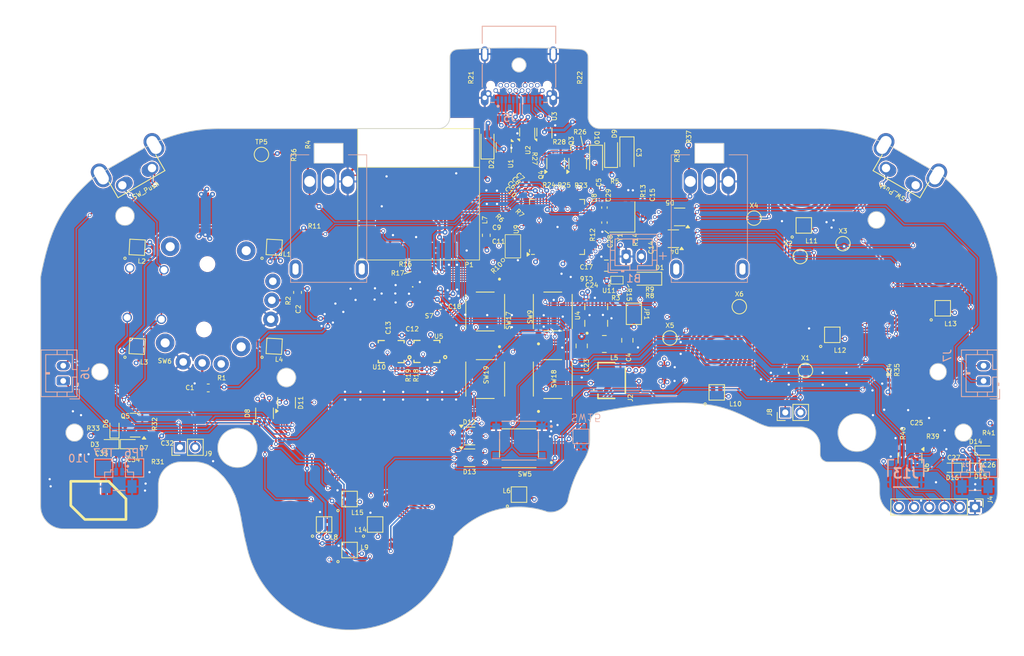
<source format=kicad_pcb>
(kicad_pcb (version 20240108) (generator "pcbnew") (generator_version "8.0")
  (layers (0 "F.Cu" signal) (1 "In1.Cu" signal) (2 "In2.Cu" signal) (31 "B.Cu" signal) (34 "B.Paste" user) (35 "F.Paste" user) (36 "B.SilkS" user "B.Silkscreen") (37 "F.SilkS" user "F.Silkscreen") (38 "B.Mask" user) (39 "F.Mask" user) (44 "Edge.Cuts" user))
  (net 0 "")
  (net 1 "GND")
  (net 2 "LX")
  (net 3 "LY")
  (net 4 "Net-(D4A-A)")
  (net 5 "RX")
  (net 6 "RY")
  (net 7 "+1V1")
  (net 8 "LRA_R")
  (net 9 "BATTERY_POS")
  (net 10 "BAT_LVL")
  (net 11 "VBUS_SYS")
  (net 12 "VDDBAT")
  (net 13 "BTN_PWR")
  (net 14 "Net-(D1-A)")
  (net 15 "D+")
  (net 16 "D-")
  (net 17 "SL_RGB")
  (net 18 "Net-(L1-DOUT)")
  (net 19 "Net-(L2-DOUT)")
  (net 20 "Net-(L3-DOUT)")
  (net 21 "WL_CS")
  (net 22 "WL_D")
  (net 23 "WL_ON")
  (net 24 "WL_GP2")
  (net 26 "N_LATCH_3.3")
  (net 27 "N_LATCH")
  (net 29 "N_CLOCK_3.3")
  (net 30 "N_DATA_3.3")
  (net 31 "N_DATA")
  (net 32 "N_CLOCK")
  (net 33 "RP_RUN")
  (net 34 "Net-(P1B-IRQ)")
  (net 35 "WL_GP1")
  (net 36 "Net-(U8-USB_DP)")
  (net 37 "Net-(U8-USB_DM)")
  (net 38 "USB_BOOT")
  (net 39 "Net-(U9-{slash}CS)")
  (net 40 "RGB_OUT")
  (net 41 "XTAL_OUT")
  (net 43 "SHARED_PU")
  (net 44 "WL_CLK")
  (net 45 "Net-(P1A-DO)")
  (net 46 "DPAD_RGB")
  (net 47 "Net-(L15-DOUT)")
  (net 48 "Net-(L8-DOUT)")
  (net 50 "XTAL_IN")
  (net 51 "/SWCLK")
  (net 52 "/SWD")
  (net 53 "Net-(L14-DIN)")
  (net 54 "ZL_ANALOG")
  (net 55 "ZR_ANALOG")
  (net 56 "SIO3")
  (net 57 "SCLK")
  (net 58 "SIO0")
  (net 59 "SIO2")
  (net 60 "SIO1")
  (net 65 "unconnected-(U11-{slash}INT-PadA1)")
  (net 67 "WL_GP0")
  (net 68 "E")
  (net 69 "D")
  (net 70 "+5V_PRE")
  (net 71 "+3V3_PRE")
  (net 76 "Net-(L14-DOUT)")
  (net 77 "C")
  (net 78 "VBUS")
  (net 79 "Net-(U4-L1)")
  (net 80 "Net-(U4-L2)")
  (net 81 "Net-(U4-EN)")
  (net 82 "CC1")
  (net 84 "CC2")
  (net 86 "Net-(D5B-A)")
  (net 87 "ABXY_RGB")
  (net 88 "Net-(L10-DOUT)")
  (net 89 "Net-(L11-DOUT)")
  (net 90 "Net-(L12-DOUT)")
  (net 91 "NC")
  (net 92 "A")
  (net 93 "B")
  (net 94 "+3V3")
  (net 95 "F")
  (net 96 "RS_B_OUT")
  (net 97 "Net-(D5C-A)")
  (net 98 "Net-(D8C-A)")
  (net 99 "Net-(D8B-A)")
  (net 100 "Net-(D8A-A)")
  (net 101 "RS_B_IN")
  (net 102 "Net-(D11A-A)")
  (net 103 "Net-(D11C-A)")
  (net 104 "Net-(D12C-A)")
  (net 105 "Net-(D12A-A)")
  (net 106 "Net-(D12B-A)")
  (net 107 "Net-(D13A-A)")
  (net 108 "Net-(D13B-A)")
  (net 109 "H")
  (net 110 "G")
  (net 111 "I")
  (net 112 "Net-(SW6-X_OUT)")
  (net 113 "Net-(SW6-Y_OUT)")
  (net 114 "LS_BTN_IN")
  (net 115 "LRA_L")
  (net 116 "LRA_L+")
  (net 117 "Net-(Q5-B)")
  (net 118 "LRA_R+")
  (net 119 "LRA_R-")
  (net 120 "LRA_L-")
  (net 121 "Net-(Q6-B)")
  (net 122 "X2")
  (net 123 "X3")
  (net 124 "X4")
  (net 125 "X5")
  (net 126 "Net-(C29-Pad1)")
  (net 127 "N_LATCH_SAFE")
  (net 128 "N_CLOCK_SAFE")
  (net 129 "N_DATA_SAFE")
  (net 130 "SAFE_D+")
  (net 131 "SAFE_D-")
  (net 132 "I2C1_SCL")
  (net 133 "I2C1_SDA")
  (net 134 "I2C0_SCL")
  (net 135 "I2C0_SDA")
  (net 136 "ADC_ADDR_0")
  (net 137 "ADC_ADDR_1")
  (net 138 "ADC_MUX_OUT")
  (footprint "Resistor_SMD:R_0201_0603Metric" (layer "F.Cu") (at 271.2212 134.8994 180)
    (property "Reference" "R39")
    (property "Value" "10k")
  )
  (footprint "Capacitor_SMD:C_0805_2012Metric" (layer "F.Cu") (at 229.958464 112.496302)
    (property "Reference" "C17")
    (property "Value" "10uF")
  )
  (footprint "Capacitor_SMD:C_0805_2012Metric" (layer "F.Cu") (at 232.7148 122.301 90)
    (property "Reference" "C4")
    (property "Value" "10uF")
  )
  (footprint "Resistor_SMD:R_0201_0603Metric" (layer "F.Cu") (at 268.1224 127.8636 90)
    (property "Reference" "R35")
    (property "Value" "0R")
  )
  (footprint "Resistor_SMD:R_0201_0603Metric" (layer "F.Cu") (at 178.1048 127.2032)
    (property "Reference" "R1")
    (property "Value" "1k" (hide yes))
  )
  (footprint "Capacitor_SMD:C_0201_0603Metric" (layer "F.Cu") (at 279.7302 137.922 180)
    (property "Reference" "C26")
    (property "Value" "1uF")
  )
  (footprint "Resistor_SMD:R_0201_0603Metric" (layer "F.Cu") (at 234.1 116.34 180)
    (property "Reference" "R8")
    (property "Value" "1k" (hide yes))
  )
  (footprint "Resistor_SMD:R_0201_0603Metric" (layer "F.Cu") (at 230.5812 102.108 180)
    (property "Reference" "R5")
    (property "Value" "10k" (hide yes))
  )
  (footprint "Resistor_SMD:R_0201_0603Metric" (layer "F.Cu") (at 225.43 87.81 -90)
    (property "Reference" "R22")
    (property "Value" "5.1k")
  )
  (footprint "Capacitor_SMD:C_0201_0603Metric" (layer "F.Cu") (at 277.1648 137.922 180)
    (property "Reference" "C27")
    (property "Value" "1uF")
  )
  (footprint "Resistor_SMD:R_0201_0603Metric" (layer "F.Cu") (at 240.8174 98.0948 90)
    (property "Reference" "R38")
    (property "Value" "75k")
  )
  (footprint "Capacitor_SMD:C_0201_0603Metric" (layer "F.Cu") (at 165.2524 137.0838)
    (property "Reference" "C33")
    (property "Value" "1uF")
  )
  (footprint "Connector_PinHeader_2.00mm:PinHeader_1x02_P2.00mm_Vertical" (layer "F.Cu") (at 253.4572 131.7752 90)
    (property "Reference" "J8")
    (property "Value" "Conn_01x02")
  )
  (footprint "Inductor_SMD:L_1008_2520Metric" (layer "F.Cu") (at 229.6922 122.7836 180)
    (property "Reference" "L5")
    (property "Value" "1.3A 2.2uH ±20% 80mΩ" (hide yes))
  )
  (footprint "Resistor_SMD:R_0201_0603Metric" (layer "F.Cu") (at 216.83 105.95 -45)
    (property "Reference" "R6")
    (property "Value" "27R" (hide yes))
  )
  (footprint "hhl:ring_pad" (layer "F.Cu") (at 244.457313 124.14254 180)
    (property "Reference" "SW2" (hide yes))
    (property "Value" "SW_Push" (hide yes))
  )
  (footprint "Capacitor_SMD:C_0201_0603Metric" (layer "F.Cu") (at 235.854125 104.879029 90)
    (property "Reference" "C15")
    (property "Value" "100nF" (hide yes))
  )
  (footprint "Diode_SMD:D_SOD-523" (layer "F.Cu") (at 167.386 135.9408)
    (property "Reference" "D7")
    (property "Value" "M7C")
  )
  (footprint "Resistor_SMD:R_0201_0603Metric" (layer "F.Cu") (at 228.173431 106.851075 90)
    (property "Reference" "R12")
    (property "Value" "1k")
  )
  (footprint "hhl:LGA14" (layer "F.Cu") (at 201.7 123.78)
    (property "Reference" "U10")
    (property "Value" "ST_LSM6" (hide yes))
  )
  (footprint "Resistor_SMD:R_0201_0603Metric" (layer "F.Cu") (at 280.1874 135.509)
    (property "Reference" "R41")
    (property "Value" "0R")
  )
  (footprint "hhl:ring_pad" (layer "F.Cu") (at 259.633657 116.5844 180)
    (property "Reference" "SW1" (hide yes))
    (property "Value" "SW_Push" (hide yes))
  )
  (footprint "Capacitor_SMD:C_0201_0603Metric" (layer "F.Cu") (at 204.35 121.64 180)
    (property "Reference" "C12")
    (property "Value" "100nF")
  )
  (footprint "hhl:TMUX1204DQAR" (layer "F.Cu") (at 205.47 116.28)
    (property "Reference" "S7")
    (property "Value" "TMUX1204DQAR" (hide yes))
  )
  (footprint "hhl:ring_dpad" (layer "F.Cu") (at 196.233657 154.3444 90)
    (property "Reference" "SW11" (hide yes))
    (property "Value" "SW_Push" (hide yes))
  )
  (footprint "hhl:ring_pad" (layer "F.Cu") (at 274.146617 113.094002 180)
    (property "Reference" "SW3" (hide yes))
    (property "Value" "SW_Push" (hide yes))
  )
  (footprint "Capacitor_SMD:C_0402_1005Metric" (layer "F.Cu") (at 229.707887 104.870623 90)
    (property "Reference" "C29")
    (property "Value" "15pF")
  )
  (footprint "Capacitor_SMD:C_0201_0603Metric" (layer "F.Cu") (at 215.825 108.55 180)
    (property "Reference" "C11")
    (property "Value" "100nF")
  )
  (footprint "Package_TO_SOT_SMD:SOT-23" (layer "F.Cu") (at 168.0741 133.4414 180)
    (property "Reference" "Q5")
    (property "Value" "MMBT2222A")
  )
  (footprint "Capacitor_Tantalum_SMD:CP_EIA-3216-18_Kemet-A" (layer "F.Cu") (at 232.664 97.8916 -90)
    (property "Reference" "C3")
    (property "Value" "47uF" (hide yes))
  )
  (footprint "Resistor_SMD:R_0201_0603Metric" (layer "F.Cu") (at 211.14 87.79 -90)
    (property "Reference" "R21")
    (property "Value" "5.1k")
  )
  (footprint "Resistor_SMD:R_0201_0603Metric" (layer "F.Cu") (at 234.1 115.58)
    (property "Reference" "R9")
    (property "Value" "1k" (hide yes))
  )
  (footprint "Resistor_SMD:R_0201_0603Metric" (layer "F.Cu") (at 267.1064 127.8636 -90)
    (property "Reference" "R34")
    (property "Value" "0R")
  )
  (footprint "Resistor_SMD:R_0201_0603Metric" (layer "F.Cu") (at 229.87487 116.613394 180)
    (property "Reference" "R3")
    (property "Value" "100R")
  )
  (footprint "hhl:SK6805-EC-15" (layer "F.Cu") (at 168.333662 110.0844 -3)
    (property "Reference" "L2")
    (property "Value" "SK6805-EC-15" (hide yes))
  )
  (footprint "Resistor_SMD:R_0201_0603Metric" (layer "F.Cu") (at 205.19 113.13 180)
    (property "Reference" "R17")
    (property "Value" "470R" (hide yes))
  )
  (footprint "Resistor_SMD:R_0201_0603Metric" (layer "F.Cu") (at 240.019501 98.102961 -90)
    (property "Reference" "R37")
    (property "Value" "75k")
  )
  (footprint "Capacitor_SMD:C_0201_0603Metric" (layer "F.Cu") (at 170.8658 136.271)
    (property "Reference" "C32")
    (property "Value" "100nF")
  )
  (footprint "Capacitor_SMD:C_0402_1005Metric" (layer "F.Cu") (at 229.707887 106.835388 -90)
    (property "Reference" "C28")
    (property "Value" "15pF")
  )
  (footprint "Resistor_SMD:R_0201_0603Metric" (layer "F.Cu") (at 205.19 112.37)
    (property "Reference" "R16")
    (property "Value" "10k" (hide yes))
  )
  (footprint "hhl:GL1807SYAE" (layer "F.Cu") (at 177.333662 116.5844 -3)
    (property "Reference" "SW6")
    (property "Value" "GL18_SW")
  )
  (footprint "Capacitor_SMD:C_0201_0603Metric" (layer "F.Cu") (at 219.07 102.28 135)
    (property "Reference" "C8")
    (property "Value" "1uF")
  )
  (footprint "hhl:SK6805-EC-15" (layer "F.Cu") (at 186.333662 110.0844 -3)
    (property "Reference" "L1")
    (property "Value" "SK6805-EC-15" (hide yes))
  )
  (footprint "hhl:ring_dpad" (layer "F.Cu") (at 204.083657 146.4944 180)
    (property "Reference" "SW13" (hide yes))
    (property "Value" "SW_Push" (hide yes))
  )
  (footprint "hhl:SK6805-EC-15" (layer "F.Cu") (at 259.633657 121.5844)
    (property "Reference" "L12")
    (property "Value" "SK6805-EC-15" (hide yes))
  )
  (footprint "Diode_SMD:D_SOD-523" (layer "F.Cu") (at 279.6286 136.779)
    (property "Reference" "D14")
    (property "Value" "M7C")
  )
  (footprint "Resistor_SMD:R_0201_0603Metric" (layer "F.Cu") (at 224.2652 101.1143 180)
    (property "Reference" "R25")
    (property "Value" "1k" (hide yes))
  )
  (footprint "hhl:DSBGA" (layer "F.Cu") (at 231.3432 114.4016 90)
    (property "Reference" "U11")
    (property "Value" "BQ25180" (hide yes))
  )
  (footprint "Capacitor_SMD:C_0201_0603Metric" (layer "F.Cu") (at 227.9142 101.5746 -90)
    (property "Reference" "C5")
    (property "Value" "100nF")
  )
  (footprint "Resistor_SMD:R_0201_0603Metric" (layer "F.Cu") (at 189.97586 97.967891 90)
    (property "Reference" "R36")
    (property "Value" "75k")
  )
  (footprint "hhl:HHL_Logo" (layer "F.Cu") (at 162.56 143.764)
    (property "Reference" "REF**" (hide yes))
    (property "Value" "HHL_Logo")
  )
  (footprint "Capacitor_SMD:C_0805_2012Metric" (layer "F.Cu") (at 226.7204 123.0376 -90)
    (property "Reference" "C23")
    (property "Value" "10uF")
  )
  (footprint "Resistor_SMD:R_0201_0603Metric" (layer "F.Cu") (at 191.6176 108.3564)
    (property "Reference" "R11")
    (property "Value" "330R")
  )
  (footprint "Resistor_SMD:R_0201_0603Metric" (layer "F.Cu") (at 190.754 97.9678 -90)
    (property "Reference" "R4")
    (property "Value" "75k")
  )
  (footprint "Resistor_SMD:R_0201_0603Metric" (layer "F.Cu") (at 205.71 126.46 -90)
    (property "Reference" "R18")
    (property "Value" "1k" (hide yes))
  )
  (footprint "hhl:Z_Switch_Edge_Omron" (layer "F.Cu") (at 168.332214 100.8094 30)
    (property "Reference" "SW7" (hide yes))
    (property "Value" "SW_Push")
  )
  (footprint "Resistor_SMD:R_0201_0603Metric" (layer "F.Cu") (at 163.6268 134.5946 180)
    (property "Reference" "R33")
    (property "Value" "0R")
  )
  (footprint "Diode_SMD:D_SOD-523" (layer "F.Cu") (at 165.354 133.8834 90)
    (property "Reference" "D6")
    (property "Value" "M7C")
  )
  (footprint "hhl:Z_Switch_Edge_Omron" (layer "F.Cu") (at 268.6351 100.8094 -30)
    (property "Reference" "SW8" (hide yes))
    (property "Value" "SW_Push")
  )
  (footprint "Diode_SMD:D_SOD-523" (layer "F.Cu") (at 275.4122 139.0396 180)
    (property "Reference" "D16")
    (property "Value" "M7C")
  )
  (footprint "hhl:TS-1187A-C-E-B" (layer "F.Cu") (at 214.046157 118.5164 -90)
    (property "Reference" "SW17")
    (property "Value" "TS-1187A-C-A-B " (hide yes))
  )
  (footprint "Capacitor_SMD:C_0201_0603Metric" (layer "F.Cu") (at 218.52 102.83 135)
    (property "Reference" "C6")
    (property "Value" "100nF" (hide yes))
  )
  (footprint "Resistor_SMD:R_0201_0603Metric" (layer "F.Cu") (at 203.13 126.46 90)
    (property "Reference" "R19")
    (property "Value" "1k" (hide yes))
  )
  (footprint "Capacitor_SMD:C_0201_0603Metric" (layer "F.Cu") (at 202.14 121.27 -90)
    (property "Reference" "C13")
    (property "Value" "100nF" (hide yes))
  )
  (footprint "Package_TO_SOT_SMD:SOT-23" (layer "F.Cu") (at 269.8383 137.7673 -90)
    (property "Reference" "Q6")
    (property "Value" "MMBT2222A")
  )
  (footprint "Resistor_SMD:R_0201_0603Metric" (layer "F.Cu") (at 226.5512 101.1143)
    (property "Reference" "R23")
    (property "Value" "1k" (hide yes))
  )
  (footprint "hhl:SK6805-EC-15" (layer "F.Cu") (at 196.233657 143.1444)
    (property "Reference" "L15")
    (property "Value" "SK6805-EC-15" (hide yes))
  )
  (footprint "Resistor_SMD:R_0201_0603Metric" (layer "F.Cu") (at 224.32 97.05 180)
    (property "Reference" "R28")
    (property "Value" "1k" (hide yes))
  )
  (footprint "Resistor_SMD:R_0201_0603Metric" (layer "F.Cu") (at 215.86 111.32 45)
    (property "Reference" "R10")
    (property "Value" "1k" (hide yes))
  )
  (footprint "TestPoint:TestPoint_Pad_D1.5mm" (layer "F.Cu") (at 261.0358 109.601)
    (property "Reference" "X3")
    (property "Value" "ModConnect")
  )
  (footprint "Package_TO_SOT_SMD:SOT-363_SC-70-6" (layer "F.Cu") (at 211.9884 137.7309)
    (property "Reference" "D13")
    (property "Value" "BAS16VY,115" (hide yes))
  )
  (footprint "Package_DFN_QFN:QFN-56-1EP_7x7mm_P0.4mm_EP3.2x3.2mm" (layer "F.Cu") (at 223.4848 107.4081 90)
    (property "Reference" "U8")
    (property "Value" "RP2040" (hide yes))
  )
  (footprint "hhl:SK6805-EC-15" (layer "F.Cu") (at 274.146617 118.094002)
    (property "Reference" "L13")
    (property "Value" "SK6805-EC-15" (hide yes))
  )
  (footprint "TestPoint:TestPoint_Pad_D1.5mm" (layer "F.Cu") (at 255.4224 111.3028)
    (property "Reference" "X2")
    (property "Value" "ModConnect")
  )
  (footprint "Resistor_SMD:R_0201_0603Metric" (layer "F.Cu") (at 217.332894 105.447106 -45)
    (property "Reference" "R7")
    (property "Value" "27R" (hide yes))
  )
  (footprint "Resistor_SMD:R_0201_0603Metric" (layer "F.Cu") (at 226.9 97.07 180)
    (property "Reference" "R26")
    (property "Value" "1k" (hide yes))
  )
  (footprint "TestPoint:TestPoint_Pad_D1.5mm" (layer "F.Cu") (at 238.3028 121.9962)
    (property "Reference" "X5")
    (property "Value" "ModConnect")
  )
  (footprint "Resistor_SMD:R_0201_0603Metric" (layer "F.Cu") (at 269.6718 134.493 -90)
    (property "Reference" "R40")
    (property "Value" "100R")
  )
  (footprint "hhl:SK6805-EC-15" (layer "F.Cu") (at 186.333662 123.0844 -3)
    (property "Reference" "L4")
    (property "Value" "SK6805-EC-15" (hide yes))
  )
  (footprint "Connector_PinHeader_2.00mm:PinHeader_1x06_P2.00mm_Vertical" (layer "F.Cu") (at 278.3802 144.1958 -90)
    (property "Reference" "J4")
    (property "Value" "Conn_01x06_Pin" (hide yes))
  )
  (footprint "Diode_SMD:D_SOD-523" (layer "F.Cu") (at 164.6936 135.9408 180)
    (property "Reference" "D3")
    (property "Value" "M7C")
  )
  (footprint "Resistor_SMD:R_0201_0603Metric" (layer "F.Cu") (at 234.545841 108.076253 -90)
    (property "Reference" "R14")
    (property "Value" "75k")
  )
  (footprint "Diode_SMD:D_SOD-323_HandSoldering" (layer "F.Cu") (at 214.35 96.475 90)
    (property "Reference" "D2")
    (property "Value" "CUS08F30,H3F" (hide yes))
  )
  (footprint "Package_TO_SOT_SMD:SOT-363_SC-70-6" (layer "F.Cu") (at 185.0644 131.892 90)
    (property "Reference" "D8")
    (property "Value" "BAS16VY,115" (hide yes))
  )
  (footprint "Jumper:SolderJumper-2_P1.3mm_Open_Pad1.0x1.5mm" (layer "F.Cu") (at 233.5784 118.8212 -90)
    (property "Reference" "JP1")
    (property "Value" "SolderJumper_2_Open" (hide yes))
  )
  (footprint "hhl:ring_dpad" (layer "F.Cu") (at 188.383657 146.4944)
    (property "Reference" "SW12" (hide yes))
    (property "Value" "SW_Push" (hide yes))
  )
  (footprint "Capacitor_SMD:C_0201_0603Metric" (layer "F.Cu") (at 218.53 103.94 -45)
    (property "Reference" "C10")
    (property "Value" "100nF")
  )
  (footprint "Connector_PinHeader_2.00mm:PinHeader_1x02_P2.00mm_Vertical" (layer "F.Cu") (at 173.9552 136.3472 90)
    (property "Reference" "J9")
    (property "Value" "Conn_01x02" (hide yes))
  )
  (footprint "Capacitor_SMD:C_0201_0603Metric" (layer "F.Cu") (at 228.9556 114.1984 180)
    (property "Reference" "C16")
    (property "Value" "1uF" (hide yes))
  )
  (footprint "Capacitor_SMD:C_0402_1005Metric" (layer "F.Cu") (at 208.18 117.89)
    (property "Reference" "C18")
    (property "Value" "100nF")
  )
  (footprint "Resistor_SMD:R_0201_0603Metric" (layer "F.Cu") (at 222.792 101.1143 180)
    (property "Reference" "R24")
    (property "Value" "1k" (hide yes))
  )
  (footprint "Package_TO_SOT_SMD:SOT-363_SC-70-6" (layer "F.Cu") (at 239.5778 106.0958 180)
    (property "Reference" "D5")
    (property "Value" "BAS16VY,115" (hide yes))
  )
  (footprint "hhl:RPI_RM2" (layer "F.Cu") (at 205.3 102.75)
    (property "Reference" "P1")
    (property "Value" "RPI-RM2")
  )
  (footprint "hhl:TS-1187A-C-E-B" (layer "F.Cu") (at 218.483657 136.4788 180)
    (property "Reference" "SW5")
    (property "Value" "TS-1187A-C-A-B ")
  )
  (footprint "Resistor_SMD:R_0201_0603Metric" (layer "F.Cu") (at 188.1124 115.7732 90)
    (property "Reference" "R2")
    (property "Value" "1k" (hide yes))
  )
  (footprint "Diode_SMD:D_SOD-523" (layer "F.Cu") (at 278.003 139.0396 180)
    (property "Reference" "D15")
    (property "Value" "M7C")
  )
  (footprint "Crystal:Crystal_SMD_3225-4Pin_3.2x2.5mm" (layer "F.Cu") (at 232.050665 106.100656 90)
    (property "Reference" "Y1")
    (property "Value" "ABM8-272-T3")
  )
  (footprint "Package_TO_SOT_SMD:SOT-666" (layer "F.Cu") (at 219.56 95.08 90)
    (property "Reference" "U2")
    (property "Value" "USBLC6-2P6")
  )
  (footprint "Package_TO_SOT_SMD:SOT-363_SC-70-6" (layer "F.Cu") (at 211.9884 134.871)
    (property "Reference" "D12")
    (property "Value" "BAS16VY,115" (hide yes))
  )
  (footprint "Capacitor_SMD:C_0603_1608Metric" (layer "F.Cu") (at 177.671556 128.555405)
    (property "Reference" "C1")
    (property "Value" "47nF")
  )
  (footprint "hhl:SK6805-EC-15" (layer "F.Cu") (at 199.583657 146.4944)
    (property "Reference" "L14")
    (property "Value" "SK6805-EC-15" (hide yes))
  )
  (footprint "TestPoint:TestPoint_Pad_D1.5mm" (layer "F.Cu") (at 249.3518 106.2482)
    (property "Reference" "X4")
    (property "Value" "ModConnect")
  )
  (footprint "hhl:SK6805-EC-15" (layer "F.Cu") (at 192.883657 146.4944)
    (property "Reference" "L8")
    (property "Value" "SK6805-EC-15" (hide yes))
  )
  (footprint "hhl:TS-1187A-C-E-B" (layer "F.Cu") (at 222.921157 127.3914 90)
    (property "Reference" "SW18")
    (property "Value" "TS-1187A-C-A-B ")
  )
  (footprint "Capacitor_SMD:C_0201_0603Metric" (layer "F.Cu") (at 219.62 101.73 135)
    (property "Reference" "C7")
    (property "Value" "100nF")
  )
  (footprint "hhl:ring_pad" (layer "F.Cu") (at 255.891532 102.212626 180)
    (property "Reference" "SW4" (hide yes))
    (property "Value" "SW_Push" (hide yes))
  )
  (footprint "Inductor_SMD:L_0603_1608Metric" (layer "F.Cu") (at 214.19 108.51 90)
    (property "Reference" "L7")
    (property "Value" "BLM18AG601SN1D")
  )
  (footprint "hhl:SK6805-EC-15" (layer "F.Cu") (at 244.457313 129.14254)
    (property "Reference" "L10")
    (property "Value" "SK6805-EC-15" (hide yes))
  )
  (footprint "Resistor_SMD:R_0201_0603Metric" (layer "F.Cu") (at 221.48 98.18 90)
    (property "Reference" "R27")
    (property "Value" "1k" (hide yes))
  )
  (footprint "Capacitor_SMD:C_0201_0603Metric" (layer "F.Cu") (at 270.9926 133.9342)
    (property "Reference" "C25")
    (property "Value" "100nF" (hide yes))
  )
  (footprint "Diode_SMD:D_SOD-323_HandSoldering" (layer "F.Cu") (at 228.61 98.69 -90)
    (property "Reference" "D10")
    (property "Value" "CUS08F30,H3F" (hide yes))
  )
  (footprint "TestPoint:TestPoint_Pad_D1.5mm" (layer "F.Cu") (at 184.658 97.8916)
    (property "Reference" "TP5")
    (property "Value" "TestPoint")
  )
  (footprint "Capacitor_SMD:C_0603_1608Metric" (layer "F.Cu") (at 189.398356 116.009524 90)
    (property "Reference" "C2")
    (property "Value" "47nF")
  )
  (footprint "Capacitor_SMD:C_0201_0603Metric" (layer "F.Cu") (at 166.878 137.0838)
    (property "Reference" "C34")
    (property "Value" "1uF")
  )
  (footprint "hhl:TS-1187A-C-E-B" (layer "F.Cu") (at 214.046157 127.3914 -90)
    (property "Reference" "SW19")
    (property "Value" "TS-1187A-C-A-B ")
  )
  (footprint "Package_TO_SOT_SMD:SOT-363_SC-70-6" (layer "F.Cu") (at 187.96 130.5052 90)
    (property "Reference" "D11")
    (property "Value" "BAS16VY,115" (hide yes))
  )
  (footprint "hhl:SK6805-EC-15" (layer "F.Cu") (at 196.233657 149.8444)
    (property "Reference" "L9")
    (property "Value" "SK6805-EC-15" (hide yes))
  )
  (footprint "hhl:ring_dpad" (layer "F.Cu") (at 196.233657 138.6444 -90)
    (property "Reference" "SW10" (hide yes))
    (property "Value" "SW_Push")
  )
  (footprint "Package_TO_SOT_SMD:SOT-666" (layer "F.Cu") (at 216.48 96.97 -90)
    (property "Reference" "U1")
    (property "Value" "USBLC6-2P6")
  )
  (footprint "Capacitor_SMD:C_0201_0603Metric" (layer "F.Cu") (at 228.751576 115.848352)
    (property "Reference" "C24")
    (property "Value" "100nF")
  )
  (footprint "Resistor_SMD:R_0201_0603Metric" (layer "F.Cu") (at 234.715423 104.278205 -90)
    (property "Reference" "R13")
    (property "Value" "75k")
  )
  (footprint "Capacitor_SMD:C_0201_0603Metric" (layer "F.Cu") (at 235.712 108.458 -90)
    (property "Reference" "C14")
    (property "Value" "1uF" (hide yes))
  )
  (footprint "hhl:SK6805-EC-15" (layer "F.Cu") (at 255.891532 107.212626)
    (property "Reference" "L11")
    (property "Value" "SK6805-EC-15" (hide yes))
  )
  (footprint "hhl:5034800640" (layer "F.Cu") (at 230.6574 127.5842 90)
    (property "Reference" "J2")
    (property "Value" "503480-0640" (hide yes))
  )
  (footprint "Capacitor_SMD:C_0201_0603Metric" (layer "F.Cu") (at 216.87 107.45)
    (property "Reference" "C9")
    (property "Value" "100nF")
  )
  (footprint "Resistor_SMD:R_0201_0603Metric" (layer "F.Cu") (at 232.6132 114.2492 90)
    (property "Reference" "R15")
    (property "Value" "10k" (hide yes))
  )
  (footprint "Resistor_SMD:R_0201_0603Metric" (layer "F.Cu") (at 171.0436 137.2108 180)
    (property "Reference" "R31")
    (property "Value" "10k")
  )
  (footprint "hhl:LGA14" (layer "F.Cu") (at 206.3908 123.7666)
    (property "Reference" "U5")
    (property "Value" "ST_LSM6" (hide yes))
  )
  (footprint "hhl:VREG_V62_16624-01YE" (layer "F.Cu") (at 228.6254 118.9736 90)
    (property "Reference" "U4")
    (property "Value" "TPS630001RCR")
  )
  (footprint "Resistor_SMD:R_0201_0603Metric" (layer "F.Cu") (at 170.5356 134.8994 90)
    (property "Reference" "R32")
    (property "Value" "100R")
  )
  (footprint "TestPoint:TestPoint_Pad_D1.5mm" (layer "F.Cu") (at 256.1082 126.2634)
    (property "Reference" "X1")
    (property "Value" "ModConnect")
  )
  (footprint "Package_TO_SOT_SMD:SOT-363_SC-70-6" (layer "F.Cu") (at 223.3 99.0823 90)
    (property "Reference" "Q4")
    (property "Value" "BSS138DW" (hide yes))
  )
  (footprint "hhl:TS-1187A-C-E-B" (layer "F.Cu") (at 222.921157 118.5164 90)
    (property "Reference" "SW9")
    (property "Value" "TS-1187A-C-A-B ")
  )
  (footprint "Package_TO_SOT_SMD:SOT-666" (layer "F.Cu") (at 221.82 95.08 90)
    (property "Reference" "U3")
    (property "Value" "USBLC6-2P6")
  )
  (footprint "hhl:SK6805-EC-15" (layer "F.Cu") (at 168.333662 123.0844 -3)
    (property "Reference" "L3")
    (property "Value" "SK6805-EC-15" (hide yes))
  )
  (footprint "Diode_SMD:D_SOD-323_HandSoldering" (layer "F.Cu") (at 230.5812 97.5868 90)
    (property "Reference" "D9")
    (property "Value" "CUS08F30,H3F" (hide yes))
  )
  (footprint "Package_TO_SOT_SMD:SOT-363_SC-70-6" (layer "F.Cu") (at 226.1956 99.0823 90)
    (property "Reference" "Q3")
    (property "Value" "BSS138DW" (hide yes))
  )
  (footprint "Package_TO_SOT_SMD:SOT-363_SC-70-6" (layer "F.Cu") (at 238.76 108.9556 180)
    (property "Reference" "D4")
    (property "Value" "BAS16VY,115" (hide yes))
  )
  (footprint "hhl:SK6805-EC-15" (layer "F.Cu") (at 218.483657 142.5636)
    (property "Reference" "L6")
    (property "Value" "SK6805-EC-15" (hide yes))
  )
  (footprint "Diode_SMD:D_SOD-323_HandSoldering" (layer "F.Cu") (at 235.22 114.21 180)
    (property "Reference" "D1")
    (property "Value" "CUS08F30,H3F" (hide yes))
  )
  (footprint "TestPoint:TestPoint_Pad_D1.5mm" (layer "F.Cu") (at 247.4214 117.8814)
    (property "Reference" "X6")
    (property "Value" "ModConnect")
  )
  (footprint "hhl:USON-8-EP(2x3)" (layer "F.Cu") (at 217.688378 109.95 90)
    (property "Reference" "U9")
    (property "Value" "GD25Q80EEIGR" (hide yes))
  )
  (footprint "hhl:TS-1187A-C-E-B" (layer "B.Cu") (at 218.483657 135.4844 180)
    (property "Reference" "SW14" (hide yes))
    (property "Value" "TS-1187A-C-A-B ")
  )
  (footprint "hhl:4015-0-43-80-30-27-10-0" (layer "B.Cu") (at 245.983657 101.4344 180)
    (property "Reference" "S6" (hide yes))
    (property "Value" "4015-0-43-80-30-27-10-0")
  )
  (footprint "TestPoint:TestPoint_Pad_2.0x2.0mm" (layer "B.Cu") (at 163.9316 139.0904 180)
    (property "Reference" "TP7")
    (property "Value" "TestPoint")
  )
  (footprint "hhl:4015-0-43-80-30-27-10-0" (layer "B.Cu") (at 243.483657 101.4344 180)
    (property "Reference" "S4" (hide yes))
    (property "Value" "4015-0-43-80-30-27-10-0")
  )
  (footprint "hhl:4015-0-43-80-30-27-10-0" (layer "B.Cu") (at 195.983657 101.4344 180)
    (property "Reference" "S3" (hide yes))
    (property "Value" "4015-0-43-80-30-27-10-0")
  )
  (footprint "hhl:JST_SM02B-SURS-TF_LF__SN_" (layer "B.Cu") (at 165.9636 139.5648 180)
    (property "Reference" "J10")
    (property "Value" "SM02B-SURS-TF_LF__SN_" (hide yes))
  )
  (footprint "TestPoint:TestPoint_Pad_2.0x2.0mm" (layer "B.Cu") (at 276.5552 139.0904 180)
    (property "Reference" "TP1" (hide yes))
    (property "Value" "TestPoint" (hide yes))
  )
  (footprint "hhl:1TS026A-1000-0550" (layer "B.Cu") (at 226.6252 134.9206)
    (property "Reference" "SW15")
    (property "Value" "1TS026A-1000-0550")
  )
  (footprint "TestPoint:TestPoint_Pad_2.0x2.0mm" (layer "B.Cu") (at 167.9956 139.065 180)
    (property "Reference" "TP6")
    (property "Value" "TestPoint")
  )
  (footprint "Connector_JST:JST_PH_B2B-PH-K_1x02_P2.00mm_Vertical" (layer "B.Cu") (at 279.5016 127.635 90)
    (property "Reference" "J7")
    (property "Value" "Trigger")
  )
  (footprint "hhl:4015-0-43-80-30-27-10-0" (layer "B.Cu") (at 240.983657 101.4344 180)
    (property "Reference" "S5" (hide yes))
    (property "Value" "4015-0-43-80-30-27-10-0")
  )
  (footprint "hhl:5034800640" (layer "B.Cu") (at 269.2908 139.7762 180)
    (property "Reference" "J13")
    (property "Value" "503480-0640" (hide yes))
  )
  (footprint "hhl:GCC_Slider_MillMaxSocketed" (layer "B.Cu") (at 243.483657 101.4344 180)
    (property "Reference" "RV2" (hide yes))
    (property "Value" "Slider_GCC-Gamecube_MB")
  )
  (footprint "TestPoint:TestPoint_Pad_2.0x2.0mm" (layer "B.Cu") (at 280.199742 139.096669 180)
    (property "Reference" "TP2" (hide yes))
    (property "Value" "TestPoint" (hide yes))
  )
  (footprint "hhl:JST_SM02B-SURS-TF_LF__SN_" (layer "B.Cu") (at 278.384 139.5648 180)
    (property "Reference" "J1")
    (property "Value" "SM02B-SURS-TF_LF__SN_" (hide yes))
  )
  (footprint "Connector_JST:JST_PH_B2B-PH-K_1x02_P2.00mm_Vertical" (layer "B.Cu") (at 232.547596 111.285471)
    (property "Reference" "B1")
    (property "Value" "Battery")
  )
  (footprint "Connector_JST:JST_PH_B2B-PH-K_1x02_P2.00mm_Vertical" (layer "B.Cu") (at 158.623 127.635 90)
    (property "Reference" "J6")
    (property "Value" "Trigger")
  )
  (footprint "hhl:CUI_UJ31-CH-G1-SMT-TR" (layer "B.Cu") (at 215.733635 90.7094)
    (property "Reference" "J5")
    (property "Value" "UJ31-CH-G1-SMT-TR" (hide yes))
    (fp_line (start -2.05 -0.055) (end -2.05 -0.805) (stroke (width 0.01)) (layer "Edge.Cuts"))
    (fp_line (start -1.75 -1.055) (end -1.3 -1.055) (stroke (width 0.01)) (layer "Edge.Cuts"))
    (fp_line (start -1.45 -0.555) (end -1.45 -0.055) (stroke (width 0.01)) (layer "Edge.Cuts"))
    (fp_line (start -1.3 -0.555) (end -1.45 -0.555) (stroke (width 0.01)) (layer "Edge.Cuts"))
    (fp_line (start 6.8 -1.055) (end 7.25 -1.055) (stroke (width 0.01)) (layer "Edge.Cuts"))
    (fp_line (start 6.95 -0.555) (end 6.8 -0.555) (stroke (width 0.01)) (layer "Edge.Cuts"))
    (fp_line (start 6.95 -0.055) (end 6.95 -0.555) (stroke (width 0.01)) (layer "Edge.Cuts"))
    (fp_line (start 7.55 -0.805) (end 7.55 -0.055) (stroke (width 0.01)) (layer "Edge.Cuts"))
    (fp_arc (start -2.05 -0.805) (mid -1.951777 -0.992132) (end -1.75 -1.055) (stroke (width 0.01)) (layer "Edge.Cuts"))
    (fp_arc (start -1.45 -0.055) (mid -1.75 0.245) (end -2.05 -0.055) (stroke (width 0.01)) (layer "Edge.Cuts"))
    (fp_arc (start -1.3 -1.055) (mid -1.05 -0.805) (end -1.3 -0.555) (stroke (width 0.01)) (layer "Edge.Cuts"))
    (fp_arc (start 6.8 -0.555) (mid 6.55 -0.805) (end 6.8 -1.055) (stroke (width 0.01)) (layer "Edge.Cuts"))
    (fp_arc (start 7.25 -1.055) (mid 7.451777 -0.992132) (end 7.55 -0.805) (stroke (width 0.01)) (layer "Edge.Cuts"))
    (fp_arc (start 7.55 -0.055) (mid 7.25 0.245) (end 6.95 -0.055) (stroke (width 0.01)) (layer "Edge.Cuts"))
  )
  (footprint "hhl:GCC_Slider_MillMaxSocketed" (layer "B.Cu") (at 193.483657 101.4344 180)
    (property "Reference" "RV1" (hide yes))
    (property "Value" "Slider_GCC-Gamecube_MB")
  )
  (footprint "hhl:4015-0-43-80-30-27-10-0" (layer "B.Cu") (at 193.483657 101.4344 180)
    (property "Reference" "S1" (hide yes))
    (property "Value" "4015-0-43-80-30-27-10-0")
  )
  (footprint "hhl:4015-0-43-80-30-27-10-0" (layer "B.Cu") (at 190.983657 101.4344 180)
    (property "Reference" "S2" (hide yes))
    (property "Value" "4015-0-43-80-30-27-10-0")
  )
  (gr_line (start 203.42 113.57) (end 204.34 113.28) (stroke (width 0.12)) (layer "F.SilkS"))
  (gr_line (start 230.266658 108.295119) (end 229.76149 107.918383) (stroke (width 0.12)) (layer "F.SilkS"))
  (gr_line (start 225.24 96.74) (end 225.34 97.39) (stroke (width 0.12)) (layer "F.SilkS"))
  (gr_line (start 226.6 95.44) (end 226.84 96.6) (stroke (width 0.12)) (layer "F.SilkS"))
  (gr_line (start 232.94 115.32) (end 232.74 114.97) (stroke (width 0.12)) (layer "F.SilkS"))
  (gr_curve (pts (xy 210.98524 84.058545) (xy 210.766829 84.070956) (xy 210.550668 84.084038) (xy 210.336346 84.09788)) (stroke (width 0.1)) (layer "Edge.Cuts"))
  (gr_curve (pts (xy 228.450425 131.941646) (xy 228.287869 132.049934) (xy 228.148018 132.188938) (xy 228.038744 132.350833)) (stroke (width 0.1)) (layer "Edge.Cuts"))
  (gr_arc (start 281.321867 142.31648) (mid 280.443187 144.4378) (end 278.321867 145.31648) (stroke (width 0.1)) (layer "Edge.Cuts"))
  (gr_arc (start 268.84115 145.31648) (mid 266.719829 144.437801) (end 265.84115 142.31648) (stroke (width 0.1)) (layer "Edge.Cuts"))
  (gr_arc (start 224.868706 143.478091) (mid 223.783102 144.589427) (end 222.251397 144.849207) (stroke (width 0.1)) (layer "Edge.Cuts"))
  (gr_curve (pts (xy 209.475667 84.71615) (xy 209.525103 84.595685) (xy 209.597596 84.486027) (xy 209.689065 84.393349)) (stroke (width 0.1)) (layer "Edge.Cuts"))
  (gr_curve (pts (xy 209.985538 84.186097) (xy 210.096137 84.135611) (xy 210.215021 84.105716) (xy 210.336346 84.09788)) (stroke (width 0.1)) (layer "Edge.Cuts"))
  (gr_circle (center 218.483657 86.139125) (end 217.558657 86.139125) (stroke (width 0.1)) (fill none) (layer "Edge.Cuts"))
  (gr_curve (pts (xy 218.483657 83.889125) (xy 219.717579 83.889125) (xy 220.962698 83.896331) (xy 222.195368 83.920253)) (stroke (width 0.1)) (layer "Edge.Cuts"))
  (gr_line (start 227.566517 92.997189) (end 227.566517 85.095801) (stroke (width 0.1)) (layer "Edge.Cuts"))
  (gr_line (start 257.94167 94.497189) (end 229.066517 94.497189) (stroke (width 0.1)) (layer "Edge.Cuts"))
  (gr_curve (pts (xy 277.698333 104.472377) (xy 278.579232 105.662138) (xy 279.11995 106.707329) (xy 279.504817 107.586835)) (stroke (width 0.1)) (layer "Edge.Cuts"))
  (gr_curve (pts (xy 228.038744 132.350833) (xy 227.955551 132.474088) (xy 227.891147 132.609031) (xy 227.847648 132.751231)) (stroke (width 0.1)) (layer "Edge.Cuts"))
  (gr_curve (pts (xy 181.179744 142.700619) (xy 180.817555 141.913749) (xy 180.682721 141.658293) (xy 180.53702 141.408821)) (stroke (width 0.1)) (layer "Edge.Cuts"))
  (gr_curve (pts (xy 177.575211 138.627852) (xy 176.905597 138.385261) (xy 176.683248 138.328324) (xy 176.027148 138.270923)) (stroke (width 0.1)) (layer "Edge.Cuts"))
  (gr_curve (pts (xy 182.699386 149.27362) (xy 182.72687 149.408449) (xy 182.757148 149.546503) (xy 182.790585 149.687817)) (stroke (width 0.1)) (layer "Edge.Cuts"))
  (gr_line (start 158.645447 147.06648) (end 168.126164 147.06648) (stroke (width 0.1)) (layer "Edge.Cuts"))
  (gr_curve (pts (xy 226.904305 138.215947) (xy 226.941754 138.154398) (xy 226.979619 138.093104) (xy 227.017898 138.03207)) (stroke (width 0.1)) (layer "Edge.Cuts"))
  (gr_curve (pts (xy 218.746843 144.205999) (xy 218.660073 144.20398) (xy 218.573326 144.20296) (xy 218.48662 144.202937)) (stroke (width 0.1)) (layer "Edge.Cuts"))
  (gr_line (start 274.119567 100.731685) (end 267.916864 97.162383) (stroke (width 0.1)) (layer "Edge.Cuts"))
  (gr_line (start 207.900797 94.497189) (end 179.025644 94.497189) (stroke (width 0.1)) (layer "Edge.Cuts"))
  (gr_curve (pts (xy 183.592474 152.072652) (xy 183.753899 152.438227) (xy 183.93105 152.796559) (xy 184.123479 153.146811)) (stroke (width 0.1)) (layer "Edge.Cuts"))
  (gr_arc (start 209.400797 92.997189) (mid 208.961458 94.05785) (end 207.900797 94.497189) (stroke (width 0.1)) (layer "Edge.Cuts"))
  (gr_line (start 191.583657 99.0344) (end 191.583657 96.4344) (stroke (width 0.1)) (layer "Edge.Cuts"))
  (gr_line (start 251.641099 133.700615) (end 255.464183 133.700615) (stroke (width 0.1)) (layer "Edge.Cuts"))
  (gr_curve (pts (xy 214.350983 144.966617) (xy 213.046308 145.472242) (xy 211.84653 146.215857) (xy 210.812979 147.159782)) (stroke (width 0.1)) (layer "Edge.Cuts"))
  (gr_curve (pts (xy 182.19411 146.945036) (xy 182.039961 146.076155) (xy 181.988599 145.787386) (xy 181.935863 145.499471)) (stroke (width 0.1)) (layer "Edge.Cuts"))
  (gr_arc (start 257.94167 94.497189) (mid 263.104222 95.174972) (end 267.916864 97.162383) (stroke (width 0.1)) (layer "Edge.Cuts"))
  (gr_curve (pts (xy 218.48662 144.202937) (xy 217.072892 144.19661) (xy 215.67029 144.455321) (xy 214.350983 144.966617)) (stroke (width 0.1)) (layer "Edge.Cuts"))
  (gr_curve (pts (xy 237.399724 130.596286) (xy 239.856103 130.452836) (xy 242.3811 130.487536) (xy 244.585609 130.996282)) (stroke (width 0.1)) (layer "Edge.Cuts"))
  (gr_curve (pts (xy 195.095996 160.287545) (xy 196.868072 160.43652) (xy 198.651799 160.240972) (xy 200.349124 159.711751)) (stroke (width 0.1)) (layer "Edge.Cuts"))
  (gr_curve (pts (xy 210.812979 147.159782) (xy 210.612051 147.343286) (xy 210.418107 147.533721) (xy 210.231462 147.730657)) (stroke (width 0.1)) (layer "Edge.Cuts"))
  (gr_curve (pts (xy 227.782036 135.375479) (xy 227.782036 135.843037) (xy 227.716453 136.308292) (xy 227.587206 136.757631)) (stroke (width 0.1)) (layer "Edge.Cuts"))
  (gr_line (start 171.126164 144.06648) (end 171.126164 141.270923) (stroke (width 0.1)) (layer "Edge.Cuts"))
  (gr_curve (pts (xy 222.195368 83.920253) (xy 223.460546 83.944805) (xy 224.724913 83.987106) (xy 225.982074 84.058545)) (stroke (width 0.1)) (layer "Edge.Cuts"))
  (gr_curve (pts (xy 228.986631 131.71939) (xy 231.661586 131.182071) (xy 234.493589 130.766002) (xy 237.399724 130.596286)) (stroke (width 0.1)) (layer "Edge.Cuts"))
  (gr_arc (start 169.05045 97.162383) (mid 173.863092 95.17497) (end 179.025644 94.497189) (stroke (width 0.1)) (layer "Edge.Cuts"))
  (gr_arc (start 259.039183 138.270923) (mid 258.332077 137.978029) (end 258.039183 137.270923) (stroke (width 0.1)) (layer "Edge.Cuts"))
  (gr_circle (center 181.503131 136.425615) (end 178.928131 136.425615) (stroke (width 0.1)) (fill none) (layer "Edge.Cuts"))
  (gr_line (start 174.126164 138.270923) (end 176.027148 138.270923) (stroke (width 0.1)) (layer "Edge.Cuts"))
  (gr_curve (pts (xy 180.53702 141.408821) (xy 180.048417 140.697589) (xy 179.872384 140.471314) (xy 179.687188 140.254247)) (stroke (width 0.1)) (layer "Edge.Cuts"))
  (gr_curve (pts (xy 222.251397 144.849207) (xy 221.12603 144.451387) (xy 219.943303 144.233847) (xy 218.746843 144.205999)) (stroke (width 0.1)) (layer "Edge.Cuts"))
  (gr_curve (pts (xy 224.868706 143.478091) (xy 225.234749 141.623158) (xy 225.921444 139.831345) (xy 226.904305 138.215947)) (stroke (width 0.1)) (layer "Edge.Cuts"))
  (gr_arc (start 171.126164 141.270923) (mid 172.004836 139.14959) (end 174.126164 138.270923) (stroke (width 0.1)) (layer "Edge.Cuts"))
  (gr_curve (pts (xy 225.982074 84.058545) (xy 226.200485 84.070956) (xy 226.416646 84.084038) (xy 226.630968 84.09788)) (stroke (width 0.1)) (layer "Edge.Cuts"))
  (gr_line (start 155.645447 113.9708) (end 155.645447 144.06648) (stroke (width 0.1)) (layer "Edge.Cuts"))
  (gr_curve (pts (xy 248.977801 132.718489) (xy 250.092166 133.286956) (xy 250.976537 133.700615) (xy 251.641099 133.700615)) (stroke (width 0.1)) (layer "Edge.Cuts"))
  (gr_curve (pts (xy 155.645447 113.9708) (xy 156.236131 111.000497) (xy 156.854323 108.698265) (xy 157.898092 106.668915)) (stroke (width 0.1)) (layer "Edge.Cuts"))
  (gr_curve (pts (xy 209.900259 148.421163) (xy 209.918425 148.288315) (xy 209.936591 148.155467) (xy 209.954757 148.022619)) (stroke (width 0.1)) (layer "Edge.Cuts"))
  (gr_curve (pts (xy 228.986631 131.71939) (xy 228.795134 131.757856) (xy 228.612981 131.833358) (xy 228.450425 131.941646)) (stroke (width 0.1)) (layer "Edge.Cuts"))
  (gr_circle (center 163.433657 126.4344) (end 164.51966 126.4344) (stroke (width 0.1)) (fill none) (layer "Edge.Cuts"))
  (gr_curve (pts (xy 178.675042 139.303544) (xy 178.02049 138.864176) (xy 177.79859 138.737898) (xy 177.575211 138.627852)) (stroke (width 0.1)) (layer "Edge.Cuts"))
  (gr_curve (pts (xy 227.587206 136.757631) (xy 227.457958 137.20697) (xy 227.26632 137.635967) (xy 227.017898 138.03207)) (stroke (width 0.1)) (layer "Edge.Cuts"))
  (gr_curve (pts (xy 205.10027 157.115775) (xy 206.490202 155.950178) (xy 207.636444 154.521537) (xy 208.473166 152.912172)) (stroke (width 0.1)) (layer "Edge.Cuts"))
  (gr_curve (pts (xy 274.119567 100.731685) (xy 275.430062 101.83371) (xy 276.678153 103.094503) (xy 277.698333 104.472377)) (stroke (width 0.1)) (layer "Edge.Cuts"))
  (gr_curve (pts (xy 190.208787 158.941441) (xy 191.74073 159.688024) (xy 193.397298 160.144739) (xy 195.095996 160.287545)) (stroke (width 0.1)) (layer "Edge.Cuts"))
  (gr_circle (center 166.727061 105.977799) (end 165.502061 105.977799) (stroke (width 0.1)) (fill none) (layer "Edge.Cuts"))
  (gr_curve (pts (xy 182.483002 148.399454) (xy 182.302363 147.526301) (xy 182.246908 147.235523) (xy 182.19411 146.945036)) (stroke (width 0.1)) (layer "Edge.Cuts"))
  (gr_curve (pts (xy 244.585609 130.996282) (xy 246.299988 131.391919) (xy 247.780575 132.107753) (xy 248.977801 132.718489)) (stroke (width 0.1)) (layer "Edge.Cuts"))
  (gr_curve (pts (xy 182.790585 149.687817) (xy 182.983566 150.5034) (xy 183.251936 151.301445) (xy 183.592474 152.072652)) (stroke (width 0.1)) (layer "Edge.Cuts"))
  (gr_line (start 241.583657 99.0344) (end 241.583657 96.4344) (stroke (width 0.1)) (layer "Edge.Cuts"))
  (gr_curve (pts (xy 208.591238 152.679727) (xy 209.244499 151.362974) (xy 209.68295 149.950214) (xy 209.889966 148.494945)) (stroke (width 0.1)) (layer "Edge.Cuts"))
  (gr_line (start 258.039183 136.275615) (end 258.039183 137.270923) (stroke (width 0.1)) (layer "Edge.Cuts"))
  (gr_circle (center 276.865726 134.42726) (end 275.740726 134.42726) (stroke (width 0.1)) (fill none) (layer "Edge.Cuts"))
  (gr_line (start 265.84115 141.270923) (end 265.84115 142.31648) (stroke (width 0.1)) (layer "Edge.Cuts"))
  (gr_line (start 259.039183 138.270923) (end 262.84115 138.270923) (stroke (width 0.1)) (layer "Edge.Cuts"))
  (gr_line (start 268.84115 145.31648) (end 278.321867 145.31648) (stroke (width 0.1)) (layer "Edge.Cuts"))
  (gr_curve (pts (xy 184.123478 153.146811) (xy 184.712154 154.216168) (xy 185.442441 155.2103) (xy 186.302644 156.101791)) (stroke (width 0.1)) (layer "Edge.Cuts"))
  (gr_circle (center 160.101588 134.42726) (end 158.976588 134.42726) (stroke (width 0.1)) (fill none) (layer "Edge.Cuts"))
  (gr_curve (pts (xy 181.625738 144.076594) (xy 181.377092 143.244127) (xy 181.283132 142.970593) (xy 181.179744 142.700619)) (stroke (width 0.1)) (layer "Edge.Cuts"))
  (gr_circle (center 187.940264 127.191002) (end 186.715264 127.191002) (stroke (width 0.1)) (fill none) (layer "Edge.Cuts"))
  (gr_line (start 209.400797 85.095801) (end 209.400797 92.997189) (stroke (width 0.1)) (layer "Edge.Cuts"))
  (gr_curve (pts (xy 210.231462 147.730657) (xy 210.139227 147.827977) (xy 210.046992 147.925298) (xy 209.954757 148.022619)) (stroke (width 0.1)) (layer "Edge.Cuts"))
  (gr_curve (pts (xy 279.504817 107.586835) (xy 280.254389 109.299775) (xy 280.776596 111.228863) (xy 281.321867 113.9708)) (stroke (width 0.1)) (layer "Edge.Cuts"))
  (gr_line (start 245.383657 96.4344) (end 245.383657 99.0344) (stroke (width 0.1)) (layer "Edge.Cuts"))
  (gr_line (start 281.321867 142.31648) (end 281.321867 113.9708) (stroke (width 0.1)) (layer "Edge.Cuts"))
  (gr_arc (start 229.066517 94.497189) (mid 228.005857 94.057849) (end 227.566517 92.997189) (stroke (width 0.1)) (layer "Edge.Cuts"))
  (gr_arc (start 255.464183 133.700615) (mid 257.284983 134.454815) (end 258.039183 136.275615) (stroke (width 0.1)) (layer "Edge.Cuts"))
  (gr_curve (pts (xy 209.400797 85.095801) (xy 209.400797 84.965586) (xy 209.42623 84.836616) (xy 209.475667 84.71615)) (stroke (width 0.1)) (layer "Edge.Cuts"))
  (gr_curve (pts (xy 157.898092 106.668915) (xy 158.492429 105.513375) (xy 159.831153 103.268407) (xy 162.847747 100.731685)) (stroke (width 0.1)) (layer "Edge.Cuts"))
  (gr_line (start 169.05045 97.162383) (end 162.847747 100.731685) (stroke (width 0.1)) (layer "Edge.Cuts"))
  (gr_line (start 195.383657 96.4344) (end 195.383657 99.0344) (stroke (width 0.1)) (layer "Edge.Cuts"))
  (gr_curve (pts (xy 227.501093 84.740036) (xy 227.544346 84.853659) (xy 227.566517 84.974223) (xy 227.566517 85.095801)) (stroke (width 0.1)) (layer "Edge.Cuts"))
  (gr_arc (start 171.126164 144.06648) (mid 170.247492 146.187816) (end 168.126164 147.06648) (stroke (width 0.1)) (layer "Edge.Cuts"))
  (gr_line (start 195.383657 99.0344) (end 191.583657 99.0344) (stroke (width 0.1)) (layer "Edge.Cuts"))
  (gr_curve (pts (xy 182.699386 149.27362) (xy 182.622204 148.982147) (xy 182.550076 148.690759) (xy 182.483002 148.399454)) (stroke (width 0.1)) (layer "Edge.Cuts"))
  (gr_line (start 227.782036 135.375479) (end 227.782036 133.190014) (stroke (width 0.1)) (layer "Edge.Cuts"))
  (gr_line (start 241.583657 96.4344) (end 245.383657 96.4344) (stroke (width 0.1)) (layer "Edge.Cuts"))
  (gr_curve (pts (xy 227.31338 84.430823) (xy 227.394227 84.521624) (xy 227.45784 84.626413) (xy 227.501093 84.740036)) (stroke (width 0.1)) (layer "Edge.Cuts"))
  (gr_line (start 245.383657 99.0344) (end 241.583657 99.0344) (stroke (width 0.1)) (layer "Edge.Cuts"))
  (gr_curve (pts (xy 227.005004 84.197063) (xy 227.122033 84.25416) (xy 227.22679 84.33357) (xy 227.31338 84.430823)) (stroke (width 0.1)) (layer "Edge.Cuts"))
  (gr_arc (start 158.645447 147.06648) (mid 156.52414 146.187796) (end 155.645447 144.06648) (stroke (width 0.1)) (layer "Edge.Cuts"))
  (gr_curve (pts (xy 209.889966 148.494945) (xy 209.893464 148.470358) (xy 209.896895 148.445764) (xy 209.900259 148.421163)) (stroke (width 0.1)) (layer "Edge.Cuts"))
  (gr_curve (pts (xy 218.483657 83.889125) (xy 217.249735 83.889125) (xy 216.004616 83.896331) (xy 214.771946 83.920253)) (stroke (width 0.1)) (layer "Edge.Cuts"))
  (gr_circle (center 262.865726 134.42726) (end 260.390726 134.42726) (stroke (width 0.1)) (fill none) (layer "Edge.Cuts"))
  (gr_circle (center 265.433657 106.4944) (end 264.333657 106.4944) (stroke (width 0.1)) (fill none) (layer "Edge.Cuts"))
  (gr_curve (pts (xy 181.935863 145.499471) (xy 181.760241 144.642176) (xy 181.695894 144.358436) (xy 181.625738 144.076594)) (stroke (width 0.1)) (layer "Edge.Cuts"))
  (gr_curve (pts (xy 186.302644 156.101791) (xy 187.428768 157.268876) (xy 188.750521 158.230764) (xy 190.208787 158.941441)) (stroke (width 0.1)) (layer "Edge.Cuts"))
  (gr_curve (pts (xy 214.771946 83.920253) (xy 213.506768 83.944805) (xy 212.242401 83.987106) (xy 210.98524 84.058545)) (stroke (width 0.1)) (layer "Edge.Cuts"))
  (gr_curve (pts (xy 200.349124 159.711751) (xy 202.089097 159.169233) (xy 203.703972 158.286711) (xy 205.10027 157.115775)) (stroke (width 0.1)) (layer "Edge.Cuts"))
  (gr_curve (pts (xy 179.687188 140.254247) (xy 179.094008 139.657534) (xy 178.887271 139.474125) (xy 178.675042 139.303544)) (stroke (width 0.1)) (layer "Edge.Cuts"))
  (gr_line (start 191.583657 96.4344) (end 195.383657 96.4344) (stroke (width 0.1)) (layer "Edge.Cuts"))
  (gr_curve (pts (xy 208.473166 152.912172) (xy 208.51327 152.835036) (xy 208.552628 152.757551) (xy 208.591238 152.679727)) (stroke (width 0.1)) (layer "Edge.Cuts"))
  (gr_curve (pts (xy 209.689065 84.393349) (xy 209.774468 84.306818) (xy 209.874938 84.236584) (xy 209.985538 84.186097)) (stroke (width 0.1)) (layer "Edge.Cuts"))
  (gr_curve (pts (xy 226.630968 84.09788) (xy 226.760912 84.106272) (xy 226.887975 84.139965) (xy 227.005004 84.197063)) (stroke (width 0.1)) (layer "Edge.Cuts"))
  (gr_arc (start 262.84115 138.270923) (mid 264.962471 139.149602) (end 265.84115 141.270923) (stroke (width 0.1)) (layer "Edge.Cuts"))
  (gr_circle (center 273.533657 126.4344) (end 274.61966 126.4344) (stroke (width 0.1)) (fill none) (layer "Edge.Cuts"))
  (gr_curve (pts (xy 227.847648 132.751231) (xy 227.804149 132.89343) (xy 227.782036 133.041311) (xy 227.782036 133.190014)) (stroke (width 0.1)) (layer "Edge.Cuts"))
  (gr_text "+" (at 238.2266 111.8616 0) (layer "B.SilkS") (effects (font (size 1.25 1.25) (thickness 0.12) (bold yes)) (justify left bottom mirror)))
  (segment (start 273.4564 117.3734) (end 273.304 117.221) (width 0.2) (layer "F.Cu") (net 1))
  (segment (start 229.707887 107.315388) (end 229.707887 107.772113) (width 0.15) (layer "F.Cu") (net 1))
  (segment (start 259.0038 120.7008) (end 258.5212 120.7008) (width 0.2) (layer "F.Cu") (net 1))
  (segment (start 230.446757 118.727158) (end 228.871842 118.727158) (width 0.2) (layer "F.Cu") (net 1))
  (segment (start 216.48 96.045) (end 216.48 96.34) (width 0.2) (layer "F.Cu") (net 1))
  (segment (start 234.1016 123.251) (end 234.1118 123.2408) (width 0.2) (layer "F.Cu") (net 1))
  (segment (start 228.1254 117.5736) (end 228.1254 118.4736) (width 0.2) (layer "F.Cu") (net 1))
  (segment (start 243.655693 128.263493) (end 243.379418 128.263493) (width 0.2) (layer "F.Cu") (net 1))
  (segment (start 231.085933 107.315388) (end 231.200665 107.200656) (width 0.4) (layer "F.Cu") (net 1))
  (segment (start 216.48 96.34) (end 216.86 96.72) (width 0.2) (layer "F.Cu") (net 1))
  (segment (start 255.416532 106.737626) (end 255.416532 106.597932) (width 0.2) (layer "F.Cu") (net 1))
  (segment (start 232.6132 113.9292) (end 232.2156 113.9292) (width 0.2) (layer "F.Cu") (net 1))
  (segment (start 255.1493 106.3307) (end 254.820869 106.3307) (width 0.2) (layer "F.Cu") (net 1))
  (segment (start 230.449821 119.223221) (end 230.632 119.4054) (width 0.2) (layer "F.Cu") (net 1))
  (segment (start 211.61 109.64) (end 212.05 109.2) (width 0.3) (layer "F.Cu") (net 1))
  (segment (start 229.822619 107.200656) (end 229.707887 107.315388) (width 0.15) (layer "F.Cu") (net 1))
  (segment (start 271.398882 134.020482) (end 271.3126 133.9342) (width 0.3) (layer "F.Cu") (net 1))
  (segment (start 228.1254 117.044941) (end 228.449022 116.721319) (width 0.2) (layer "F.Cu") (net 1))
  (segment (start 198.0438 100.6246) (end 196.793457 100.6246) (width 0.15) (layer "F.Cu") (net 1))
  (segment (start 222.5548 134.9248) (end 221.804657 134.9248) (width 0.2) (layer "F.Cu") (net 1))
  (segment (start 271.398882 134.356439) (end 271.398882 134.020482) (width 0.3) (layer "F.Cu") (net 1))
  (segment (start 206.2554 123.5166) (end 206.7888 123.5166) (width 0.15) (layer "F.Cu") (net 1))
  (segment (start 243.982313 128.590113) (end 243.655693 128.263493) (width 0.2) (layer "F.Cu") (net 1))
  (segment (start 207.7888 123.5166) (end 206.7888 123.5166) (width 0.15) (layer "F.Cu") (net 1))
  (segment (start 196.793457 100.6246) (end 195.983657 101.4344) (width 0.15) (layer "F.Cu") (net 1))
  (segment (start 221.483657 134.6038) (end 222.3424 134.6038) (width 0.2) (layer "F.Cu") (net 1))
  (segment (start 198.55 104.7) (end 200.46 104.7) (width 0.3) (layer "F.Cu") (net 1))
  (segment (start 232.900665 102.640665) (end 232.84 102.58) (width 0.15) (layer "F.Cu") (net 1))
  (segment (start 202.0778 123.53) (end 201.7 123.1522) (width 0.15) (layer "F.Cu") (net 1))
  (segment (start 222.3424 134.6038) (end 222.7072 134.239) (width 0.2) (layer "F.Cu") (net 1))
  (segment (start 218.340145 111.780811) (end 218.392067 111.728889) (width 0.15) (layer "F.Cu") (net 1))
  (segment (start 255.416532 106.597932) (end 255.1493 106.3307) (width 0.2) (layer "F.Cu") (net 1))
  (segment (start 229.922996 119.223221) (end 230.449821 119.223221) (width 0.2) (layer "F.Cu") (net 1))
  (segment (start 271.5412 134.498757) (end 271.398882 134.356439) (width 0.3) (layer "F.Cu") (net 1))
  (segment (start 206.7888 123.5166) (end 206.3908 123.1186) (width 0.15) (layer "F.Cu") (net 1))
  (segment (start 273.671617 117.619002) (end 273.671617 117.588617) (width 0.2) (layer "F.Cu") (net 1))
  (segment (start 228.1254 117.5736) (end 228.1254 117.044941) (width 0.2) (layer "F.Cu") (net 1))
  (segment (start 221.804657 134.9248) (end 221.483657 134.6038) (width 0.2) (layer "F.Cu") (net 1))
  (segment (start 218.392067 111.196311) (end 218.438378 111.15) (width 0.15) (layer "F.Cu") (net 1))
  (segment (start 206.3908 123.1186) (end 206.3908 122.6186) (width 0.15) (layer "F.Cu") (net 1))
  (segment (start 259.158657 121.1094) (end 259.158657 120.855657) (width 0.2) (layer "F.Cu") (net 1))
  (segment (start 210.41 100.2) (end 210.24 100.37) (width 0.3) (layer "F.Cu") (net 1))
  (segment (start 259.158657 120.855657) (end 259.08 120.777) (width 0.2) (layer "F.Cu") (net 1))
  (segment (start 195.983657 101.4344) (end 195.983657 100.516343) (width 0.3) (layer "F.Cu") (net 1))
  (segment (start 232.2156 113.9292) (end 231.9432 114.2016) (width 0.2) (layer "F.Cu") (net 1))
  (segment (start 228.1254 118.4736) (end 228.6254 118.9736) (width 0.2) (layer "F.Cu") (net 1))
  (segment (start 228.871842 118.727158) (end 228.6254 118.9736) (width 0.2) (layer "F.Cu") (net 1))
  (segment (start 199.98 100.77) (end 201.09 100.77) (width 0.3) (layer "F.Cu") (net 1))
  (segment (start 229.498541 118.9736) (end 228.6254 118.9736) (width 0.2) (layer "F.Cu") (net 1))
  (segment (start 192.408657 146.0194) (end 192.408657 144.908657) (width 0.15) (layer "F.Cu") (net 1))
  (segment (start 223.5369 107.4081) (end 223.5454 107.4166) (width 0.15) (layer "F.Cu") (net 1))
  (segment (start 198.55 100.2) (end 198.89 100.54) (width 0.3) (layer "F.Cu") (net 1))
  (segment (start 205.3 110.5) (end 205.07 110.27) (width 0.4) (layer "F.Cu") (net 1))
  (segment (start 229.504526 118.967615) (end 229.498541 118.9736) (width 0.2) (layer "F.Cu") (net 1))
  (segment (start 228.976646 118.967615) (end 228.6254 119.318861) (width 0.2) (layer "F.Cu") (net 1))
  (segment (start 205.8908 123.152) (end 206.2554 123.5166) (width 0.15) (layer "F.Cu") (net 1))
  (segment (start 192.408657 144.908657) (end 192.35 144.85) (width 0.15) (layer "F.Cu") (net 1))
  (segment (start 232.900665 105.000656) (end 232.900665 102.640665) (width 0.4) (layer "F.Cu") (net 1))
  (segment (start 232.900665 105.000656) (end 232.900665 104.889783) (width 0.15) (layer "F.Cu") (net 1))
  (segment (start 205.07 110.27) (end 205.07 108.84) (width 0.4) (layer "F.Cu") (net 1))
  (segment (start 205.8908 122.6186) (end 205.8908 123.152) (width 0.15) (layer "F.Cu") (net 1))
  (segment (start 243.982313 128.66754) (end 243.982313 128.590113) (width 0.2) (layer "F.Cu") (net 1))
  (segment (start 201.7 122.632) (end 201.2 122.632) (width 0.15) (layer "F.Cu") (net 1))
  (segment (start 203.098 123.53) (end 202.0778 123.53) (width 0.15) (layer "F.Cu") (net 1))
  (segment (start 230.650722 119.386678) (end 230.650722 118.931123) (width 0.2) (layer "F.Cu") (net 1))
  (segment (start 205.07 108.84) (end 204.97 108.74) (width 0.4) (layer "F.Cu") (net 1))
  (segment (start 229.707887 107.315388) (end 231.085933 107.315388) (width 0.4) (layer "F.Cu") (net 1))
  (segment (start 216.48 96.34) (end 216.16 96.66) (width 0.2) (layer "F.Cu") (net 1))
  (segment (start 174.77121 125.62221) (end 174.5488 125.3998) (width 0.25) (layer "F.Cu") (net 1))
  (segment (start 199.75 100.54) (end 199.98 100.77) (width 0.3) (layer "F.Cu") (net 1))
  (segment (start 229.504526 118.967615) (end 228.976646 118.967615) (width 0.2) (layer "F.Cu") (net 1))
  (segment (start 259.08 120.777) (end 259.0038 120.7008) (width 0.2) (layer "F.Cu") (net 1))
  (segment (start 211.61 110.51) (end 211.61 109.64) (width 0.3) (layer "F.Cu") (net 1))
  (segment (start 273.671617 117.588617) (end 273.4564 117.3734) (width 0.2) (layer "F.Cu") (net 1))
  (segment (start 195.983657 100.516343) (end 197.12 99.38) (width 0.3) (layer "F.Cu") (net 1))
  (segment (start 230.632 119.4054) (end 230.650722 119.386678) (width 0.2) (layer "F.Cu") (net 1))
  (segment (start 271.5412 134.8994) (end 271.5412 134.498757) (width 0.3) (layer "F.Cu") (net 1))
  (segment (start 273.304 117.221) (end 272.923 117.221) (width 0.2) (layer "F.Cu") (net 1))
  (segment (start 223.4848 107.4081) (end 223.5369 107.4081) (width 0.15) (layer "F.Cu") (net 1))
  (segment (start 201.7 123.1522) (end 201.7 122.632) (width 0.15) (layer "F.Cu") (net 1))
  (segment (start 198.89 100.54) (end 199.75 100.54) (width 0.3) (layer "F.Cu") (net 1))
  (segment (start 229.008464 111.608289) (end 229.302031 111.314722) (width 0.15) (layer "F.Cu") (net 1))
  (segment (start 203.098 124.03) (end 203.098 123.53) (width 0.15) (layer "F.Cu") (net 1))
  (segment (start 229.008464 112.496302) (end 229.008464 111.608289) (width 0.15) (layer "F.Cu") (net 1))
  (segment (start 207.7888 123.5166) (end 207.7888 124.0166) (width 0.15) (layer "F.Cu") (net 1))
  (segment (start 229.707887 107.772113) (end 229.43 108.05) (width 0.15) (layer "F.Cu") (net 1))
  (segment (start 212.05 100.2) (end 210.41 100.2) (width 0.3) (layer "F.Cu") (net 1))
  (segment (start 232.900665 104.889783) (end 233.234528 104.55592) (width 0.15) (layer "F.Cu") (net 1))
  (segment (start 232.7148 123.251) (end 234.1016 123.251) (width 0.2) (layer "F.Cu") (net 1))
  (segment (start 218.392067 111.728889) (end 218.392067 111.196311) (width 0.15) (layer "F.Cu") (net 1))
  (segment (start 230.650722 118.931123) (end 230.446757 118.727158) (width 0.2) (layer "F.Cu") (net 1))
  (segment (start 228.6254 119.318861) (end 228.6254 120.3736) (width 0.2) (layer "F.Cu") (net 1))
  (via (at 274.610444 136.597012) (size 0.6) (drill 0.3) (layers "F.Cu" "B.Cu") (net 1))
  (via (at 209.35 116.83) (size 0.5) (drill 0.3) (layers "F.Cu" "B.Cu") (net 1))
  (via (at 224.17 123.26) (size 0.65) (drill 0.3) (layers "F.Cu" "B.Cu") (net 1))
  (via (at 195.63 129.06) (size 0.5) (drill 0.3) (layers "F.Cu" "B.Cu") (net 1))
  (via (at 239.72 122.54) (size 0.65) (drill 0.3) (layers "F.Cu" "B.Cu") (net 1))
  (via (at 226.73 127.18) (size 0.65) (drill 0.3) (layers "F.Cu" "B.Cu") (net 1))
  (via (at 256.583498 120.74267) (size 0.5) (drill 0.3) (layers "F.Cu" "B.Cu") (net 1))
  (via (at 217.55 118.99) (size 0.65) (drill 0.3) (layers "F.Cu" "B.Cu") (net 1))
  (via (at 202.24 116.15) (size 0.5) (drill 0.3) (layers "F.Cu" "B.Cu") (net 1))
  (via (at 258.37 126.57) (size 0.65) (drill 0.3) (layers "F.Cu" "B.Cu") (net 1))
  (via (at 259.538908 107.5004) (size 0.5) (drill 0.3) (layers "F.Cu" "B.Cu") (net 1))
  (via (at 161.9504 137.2616) (size 0.6) (drill 0.3) (layers "F.Cu" "B.Cu") (net 1))
  (via (at 214.26 104.39) (size 0.5) (drill 0.3) (layers "F.Cu" "B.Cu") (net 1))
  (via (at 278.384 141.9352) (size 0.6) (drill 0.3) (layers "F.Cu" "B.Cu") (net 1))
  (via (at 215.59 102.65) (size 0.5) (drill 0.3) (layers "F.Cu" "B.Cu") (net 1))
  (via (at 204.97 108.74) (size 0.65) (drill 0.3) (layers "F.Cu" "B.Cu") (net 1))
  (via (at 258.8768 106.7816) (size 0.5) (drill 0.3) (layers "F.Cu" "B.Cu") (net 1))
  (via (at 194.04 119.97) (size 0.5) (drill 0.3) (layers "F.Cu" "B.Cu") (net 1))
  (via (at 253.91 128.12) (size 0.65) (drill 0.3) (layers "F.Cu" "B.Cu") (net 1))
  (via (at 160.909 137.3124) (size 0.6) (drill 0.3) (layers "F.Cu" "B.Cu") (net 1))
  (via (at 202.28 115.05) (size 0.5) (drill 0.3) (layers "F.Cu" "B.Cu") (net 1))
  (via (at 211.61 110.51) (size 0.65) (drill 0.3) (layers "F.Cu" "B.Cu") (net 1))
  (via (at 223.5454 107.4166) (size 0.5) (drill 0.3) (layers "F.Cu" "B.Cu") (net 1))
  (via (at 229.302031 111.314722) (size 0.6) (drill 0.3) (layers "F.Cu" "B.Cu") (net 1))
  (via (at 208.39 129.08) (size 0.5) (drill 0.3) (layers "F.Cu" "B.Cu") (net 1))
  (via (at 250.27 127.43) (size 0.65) (drill 0.3) (layers "F.Cu" "B.Cu") (net 1))
  (via (at 232.84 102.58) (size 0.5) (drill 0.3) (layers "F.Cu" "B.Cu") (net 1))
  (via (at 218.27 95.12) (size 0.5) (drill 0.3) (layers "F.Cu" "B.Cu") (net 1))
  (via (at 199.52 116.95) (size 0.5) (drill 0.3) (layers "F.Cu" "B.Cu") (net 1))
  (via (at 239.72 124.08) (size 0.65) (drill 0.3) (layers "F.Cu" "B.Cu") (net 1))
  (via (at 264.97 132.13) (size 0.65) (drill 0.3) (layers "F.Cu" "B.Cu") (net 1))
  (via (at 214.31 118.99) (size 0.65) (drill 0.3) (layers "F.Cu" "B.Cu") (net 1))
  (via (at 169.9514 139.6238) (size 0.6) (drill 0.3) (layers "F.Cu" "B.Cu") (net 1))
  (via (at 194.8 149.275) (size 0.6) (drill 0.3) (layers "F.Cu" "B.Cu") (net 1))
  (via (at 266.45 131.42) (size 0.65) (drill 0.3) (layers "F.Cu" "B.Cu") (net 1))
  (via (at 273.2532 140.9446) (size 0.5) (drill 0.3) (layers "F.Cu" "B.Cu") (net 1))
  (via (at 229.504526 118.967615) (size 0.65) (drill 0.3) (layers "F.Cu" "B.Cu") (net 1))
  (via (at 214.2 102.61) (size 0.5) (drill 0.3) (layers "F.Cu" "B.Cu") (net 1))
  (via (at 201.93 108.4834) (size 0.5) (drill 0.3) (layers "F.Cu" "B.Cu") (net 1))
  (via (at 278.4094 141.1986) (size 0.6) (drill 0.3) (layers "F.Cu" "B.Cu") (net 1))
  (via (at 223.5454 133.4262) (size 0.5) (drill 0.3) (layers "F.Cu" "B.Cu") (net 1))
  (via (at 267.3096 137.5664) (size 0.5) (drill 0.3) (layers "F.Cu" "B.Cu") (net 1))
  (via (at 200.75 130.1) (size 0.5) (drill 0.3) (layers "F.Cu" "B.Cu") (net 1))
  (via (at 225.28 113.98) (size 0.6) (drill 0.3) (layers "F.Cu" "B.Cu") (net 1))
  (via (at 156.972 141.478) (size 0.6) (drill 0.3) (layers "F.Cu" "B.Cu") (net 1))
  (via (at 221.73 120.51) (size 0.6) (drill 0.3) (layers "F.Cu" "B.Cu") (net 1))
  (via (at 261.5 128.14) (size 0.65) (drill 0.3) (layers "F.Cu" "B.Cu") (net 1))
  (via (at 169.3672 142.0368) (size 0.6) (drill 0.3) (layers "F.Cu" "B.Cu") (net 1))
  (via (at 215.6 104.39) (size 0.5) (drill 0.3) (layers "F.Cu" "B.Cu") (net 1))
  (via (at 272.343989 132.505674) (size 0.65) (drill 0.3) (layers "F.Cu" "B.Cu") (net 1))
  (via (at 210.34 112.39) (size 0.5) (drill 0.3) (layers "F.Cu" "B.Cu") (net 1))
  (via (at 218.340145 111.780811) (size 0.5) (drill 0.3) (layers "F.Cu" "B.Cu") (net 1))
  (via (at 159.893 131.6228) (size 0.6) (drill 0.3) (layers "F.Cu" "B.Cu") (net 1))
  (via (at 221.73 119.01) (size 0.6) (drill 0.3) (layers "F.Cu" "B.Cu") (net 1))
  (via (at 205.46 114.65) (size 0.5) (drill 0.3) (layers "F.Cu" "B.Cu") (net 1))
  (via (at 223.24 95.34) (size 0.5) (drill 0.3) (layers "F.Cu" "B.Cu") (net 1))
  (via (at 210.22 130.08) (size 0.5) (drill 0.3) (layers "F.Cu" "B.Cu") (net 1))
  (via (at 234.1118 123.2408) (size 0.5) (drill 0.3) (layers "F.Cu" "B.Cu") (net 1))
  (via (at 261.5 126.58) (size 0.65) (drill 0.3) (layers "F.Cu" "B.Cu") (net 1))
  (via (at 259.797767 106.529682) (size 0.5) (drill 0.3) (layers "F.Cu" "B.Cu") (net 1))
  (via (at 229.43 108.05) (size 0.5) (drill 0.3) (layers "F.Cu" "B.Cu") (net 1))
  (via (at 228.449022 116.721319) (size 0.5) (drill 0.3) (layers "F.Cu" "B.Cu") (net 1))
  (via (at 217.55 120.57) (size 0.65) (drill 0.3) (layers "F.Cu" "B.Cu") (net 1))
  (via (at 211.43 118.94) (size 0.65) (drill 0.3) (layers "F.Cu" "B.Cu") (net 1))
  (via (at 271.2974 143.3576) (size 0.65) (drill 0.3) (layers "F.Cu" "B.Cu") (net 1))
  (via (at 266.19 127.99) (size 0.65) (drill 0.3) (layers "F.Cu" "B.Cu") (net 1))
  (via (at 200.44 116.16) (size 0.5) (drill 0.3) (layers "F.Cu" "B.Cu") (net 1))
  (via (at 210.36 115.64) (size 0.5) (drill 0.3) (layers "F.Cu" "B.Cu") (net 1))
  (via (at 178.308 138.176) (size 0.6) (drill 0.3) (layers "F.Cu" "B.Cu") (net 1))
  (via (at 222.5548 134.9248) (size 0.5) (drill 0.3) (layers "F.Cu" "B.Cu") (net 1))
  (via (at 196.36 115.53) (size 0.5) (drill 0.3) (layers "F.Cu" "B.Cu") (net 1))
  (via (at 197.65 130.09) (size 0.5) (drill 0.3) (layers "F.Cu" "B.Cu") (net 1))
  (via (at 253.91 126.58) (size 0.65) (drill 0.3) (layers "F.Cu" "B.Cu") (net 1))
  (via (at 223.24 94.07) (size 0.5) (drill 0.3) (layers "F.Cu" "B.Cu") (net 1))
  (via (at 175.885027 127.961761) (size 0.5) (drill 0.3) (layers "F.Cu" "B.Cu") (net 1))
  (via (at 202.28 117.33) (size 0.5) (drill 0.3) (layers "F.Cu" "B.Cu") (net 1))
  (via (at 209.28 112.38) (size 0.5) (drill 0.3) (layers "F.Cu" "B.Cu") (net 1))
  (via (at 195.41 118.57) (size 0.5) (drill 0.3) (layers "F.Cu" "B.Cu") (net 1))
  (via (at 200.46 104.7) (size 0.65) (drill 0.3) (layers "F.Cu" "B.Cu") (net 1))
  (via (at 208.4 130.09) (size 0.5) (drill 0.3) (layers "F.Cu" "B.Cu") (net 1))
  (via (at 224.23 119.19) (size 0.65) (drill 0.3) (layers "F.Cu" "B.Cu") (net 1))
  (via (at 200.75 129.05) (size 0.5) (drill 0.3) (layers "F.Cu" "B.Cu") (net 1))
  (via (at 274.390319 134.132121) (size 0.65) (drill 0.3) (layers "F.Cu" "B.Cu") (net 1))
  (via (at 238.9124 127.635) (size 0.65) (drill 0.3) (layers "F.Cu" "B.Cu") (net 1))
  (via (at 194.65 142) (size 0.6) (drill 0.3) (layers "F.Cu" "B.Cu") (net 1))
  (via (at 227.748754 118.990566) (size 0.65) (drill 0.3) (layers "F.Cu" "B.Cu") (net 1))
  (via (at 192.96 118.86) (size 0.5) (drill 0.3) (layers "F.Cu" "B.Cu") (net 1))
  (via (at 258.37 128.14) (size 0.65) (drill 0.3) (layers "F.Cu" "B.Cu") (net 1))
  (via (at 204.03388 116.183575) (size 0.5) (drill 0.3) (layers "F.Cu" "B.Cu") (net 1))
  (via (at 198.975 144.95) (size 0.6) (drill 0.3) (layers "F.Cu" "B.Cu") (net 1))
  (via (at 264.91 128.88) (size 0.65) (drill 0.3) (layers "F.Cu" "B.Cu") (net 1))
  (via (at 209.12 115.72) (size 0.5) (drill 0.3) (layers "F.Cu" "B.Cu") (net 1))
  (via (at 267.94 135.15) (size 0.65) (drill 0.3) (layers "F.Cu" "B.Cu") (net 1))
  (via (at 210.21 129.06) (size 0.5) (drill 0.3) (layers "F.Cu" "B.Cu") (net 1))
  (via (at 238.9378 125.8316) (size 0.65) (drill 0.3) (layers "F.Cu" "B.Cu") (net 1))
  (via (at 197.02 117) (size 0.5) (drill 0.3) (layers "F.Cu" "B.Cu") (net 1))
  (via (at 230.632 119.4054) (size 0.5) (drill 0.3) (layers "F.Cu" "B.Cu") (net 1))
  (via (at 269.5956 131.4704) (size 0.65) (drill 0.3) (layers "F.Cu" "B.Cu") (net 1))
  (via (at 226.73 125.62) (size 0.65) (drill 0.3) (layers "F.Cu" "B.Cu") (net 1))
  (via (at 199.57 115.47) (size 0.5) (drill 0.3) (layers "F.Cu" "B.Cu") (net 1))
  (via (at 192.35 144.85) (size 0.6) (drill 0.3) (layers "F.Cu" "B.Cu") (net 1))
  (via (at 210.25 120.32) (size 0.65) (drill 0.3) (layers "F.Cu" "B.Cu") (net 1))
  (via (at 222.6818 132.9436) (size 0.5) (drill 0.3) (layers "F.Cu" "B.Cu") (net 1))
  (via (at 194.37 117.48) (size 0.5) (drill 0.3) (layers "F.Cu" "B.Cu") (net 1))
  (via (at 214.31 120.54) (size 0.65) (drill 0.3) (layers "F.Cu" "B.Cu") (net 1))
  (via (at 206.47 129.07) (size 0.5) (drill 0.3) (layers "F.Cu" "B.Cu") (net 1))
  (via (at 195.65 130.1) (size 0.5) (drill 0.3) (layers "F.Cu" "B.Cu") (net 1))
  (via (at 210.24 100.37) (size 0.65) (drill 0.3) (layers "F.Cu" "B.Cu") (net 1))
  (via (at 201.09 100.77) (size 0.65) (drill 0.3) (layers "F.Cu" "B.Cu") (net 1))
  (via (at 223.05 117) (size 0.6) (drill 0.3) (layers "F.Cu" "B.Cu") (net 1))
  (via (at 197.66 129.07) (size 0.5) (drill 0.3) (layers "F.Cu" "B.Cu") (net 1))
  (via (at 217.49 97.02) (size 0.5) (drill 0.3) (layers "F.Cu" "B.Cu") (net 1))
  (via (at 233.44 102.6) (size 0.5) (drill 0.3) (layers "F.Cu" "B.Cu") (net 1))
  (via (at 206.47 130.11) (size 0.5) (drill 0.3) (layers "F.Cu" "B.Cu") (net 1))
  (via (at 253.022161 106.65022) (size 0.5) (drill 0.3) (layers "F.Cu" "B.Cu") (net 1))
  (via (at 251.57 126.57) (size 0.65) (drill 0.3) (layers "F.Cu" "B.Cu") (net 1))
  (via (at 268.8 133.84) (size 0.65) (drill 0.3) (layers "F.Cu" "B.Cu") (net 1))
  (via (at 203.26 130.09) (size 0.5) (drill 0.3) (layers "F.Cu" "B.Cu") (net 1))
  (via (at 169.4434 141.1224) (size 0.6) (drill 0.3) (layers "F.Cu" "B.Cu") (net 1))
  (via (at 192.551922 120.42163) (size 0.5) (drill 0.3) (layers "F.Cu" "B.Cu") (net 1))
  (via (at 223.8 121.03) (size 0.65) (drill 0.3) (layers "F.Cu" "B.Cu") (net 1))
  (via (at 210.52 116.46) (size 0.5) (drill 0.3) (layers "F.Cu" "B.Cu") (net 1))
  (via (at 203.27 129.08) (size 0.5) (drill 0.3) (layers "F.Cu" "B.Cu") (net 1))
  (via (at 156.845 140.5382) (size 0.6) (drill 0.3) (layers "F.Cu" "B.Cu") (net 1))
  (via (at 160.9598 132.1308) (size 0.6) (drill 0.3) (layers "F.Cu" "B.Cu") (net 1))
  (via (at 222.7072 134.239) (size 0.5) (drill 0.3) (layers "F.Cu" "B.Cu") (net 1))
  (via (at 224.07 113.56) (size 0.6) (drill 0.3) (layers "F.Cu" "B.Cu") (net 1))
  (segment (start 221.483657 133.6094) (end 223.3622 133.6094) (width 0.2) (layer "B.Cu") (net 1))
  (segment (start 223.3622 133.6094) (end 223.5454 133.4262) (width 0.2) (layer "B.Cu") (net 1))
  (segment (start 222.149457 132.9436) (end 221.483657 133.6094) (width 0.2) (layer "B.Cu") (net 1))
  (segment (start 221.233635 90.7094) (end 221.233635 91.263635) (width 0.2) (layer "B.Cu") (net 1))
  (segment (start 215.733635 91.486365) (end 215.63 91.59) (width 0.2) (layer "B.Cu") (net 1))
  (segment (start 233.42 102.58) (end 232.84 102.58) (width 0.15) (layer "B.Cu") (net 1))
  (segment (start 222.6818 132.9436) (end 222.149457 132.9436) (width 0.2) (layer "B.Cu") (net 1))
  (segment (start 221.233635 91.263635) (end 221.47 91.5) (width 0.2) (layer "B.Cu") (net 1))
  (segment (start 233.44 102.6) (end 233.42 102.58) (width 0.15) (layer "B.Cu") (net 1))
  (segment (start 215.733635 90.7094) (end 215.733635 91.486365) (width 0.2) (layer "B.Cu") (net 1))
  (segment (start 193.38 119.83) (end 196.79 116.42) (width 0.25) (layer "F.Cu") (net 2))
  (segment (start 178.4248 127.2032) (end 178.4248 128.4224) (width 0.25) (layer "F.Cu") (net 2))
  (segment (start 193.38 120.47) (end 193.38 119.83) (width 0.25) (layer "F.Cu") (net 2))
  (segment (start 179.7558 128.4478) (end 178.3994 128.4478) (width 0.25) (layer "F.Cu") (net 2))
  (segment (start 196.79 116.42) (end 197.37 116.42) (width 0.25) (layer "F.Cu") (net 2))
  (segment (start 199.77 116.42) (end 197.250001 116.42) (width 0.2) (layer "F.Cu") (net 2))
  (segment (start 200.13 116.78) (end 199.77 116.42) (width 0.2) (layer "F.Cu") (net 2))
  (segment (start 205.053 116.78) (end 200.13 116.78) (width 0.2) (layer "F.Cu") (net 2))
  (segment (start 178.3994 128.4478) (end 178.374 128.4732) (width 0.25) (layer "F.Cu") (net 2))
  (segment (start 178.4248 128.4224) (end 178.374 128.4732) (width 0.25) (layer "F.Cu") (net 2))
  (via (at 193.38 120.47) (size 0.65) (drill 0.3) (layers "F.Cu" "B.Cu") (net 2))
  (via (at 179.7558 128.4478) (size 0.65) (drill 0.3) (layers "F.Cu" "B.Cu") (net 2))
  (segment (start 185.6232 121.2342) (end 184.2516 122.6058) (width 0.25) (layer "B.Cu") (net 2))
  (segment (start 181.737 128.4478) (end 179.7558 128.4478) (width 0.25) (layer "B.Cu") (net 2))
  (segment (start 192.6158 121.2342) (end 185.6232 121.2342) (width 0.25) (layer "B.Cu") (net 2))
  (segment (start 193.38 120.47) (end 192.6158 121.2342) (width 0.25) (layer "B.Cu") (net 2))
  (segment (start 184.2516 122.6058) (end 184.2516 125.9332) (width 0.25) (layer "B.Cu") (net 2))
  (segment (start 184.2516 125.9332) (end 181.737 128.4478) (width 0.25) (layer "B.Cu") (net 2))
  (segment (start 205.053 115.78) (end 204.47 115.78) (width 0.2) (layer "F.Cu") (net 3))
  (segment (start 188.1124 115.4532) (end 189.3316 115.4532) (width 0.25) (layer "F.Cu") (net 3))
  (segment (start 193.1992 119.4308) (end 196.63 116) (width 0.25) (layer "F.Cu") (net 3))
  (segment (start 204.28 115.59) (end 200.21 115.59) (width 0.2) (layer "F.Cu") (net 3))
  (segment (start 189.4495 115.504) (end 189.4597 115.4938) (width 0.25) (layer "F.Cu") (net 3))
  (segment (start 199.8 116) (end 197.07 116) (width 0.2) (layer "F.Cu") (net 3))
  (segment (start 189.4597 115.4938) (end 190.6778 115.4938) (width 0.25) (layer "F.Cu") (net 3))
  (segment (start 189.3316 115.4532) (end 189.3824 115.504) (width 0.25) (layer "F.Cu") (net 3))
  (segment (start 196.63 116) (end 197.17 116) (width 0.25) (layer "F.Cu") (net 3))
  (segment (start 189.3824 115.504) (end 189.4495 115.504) (width 0.25) (layer "F.Cu") (net 3))
  (segment (start 200.21 115.59) (end 199.8 116) (width 0.2) (layer "F.Cu") (net 3))
  (segment (start 204.47 115.78) (end 204.28 115.59) (width 0.2) (layer "F.Cu") (net 3))
  (segment (start 192.4304 119.4308) (end 193.1992 119.4308) (width 0.25) (layer "F.Cu") (net 3))
  (via (at 190.6778 115.4938) (size 0.65) (drill 0.3) (layers "F.Cu" "B.Cu") (net 3))
  (via (at 192.4304 119.4308) (size 0.65) (drill 0.3) (layers "F.Cu" "B.Cu") (net 3))
  (segment (start 191.5414 119.4308) (end 192.4304 119.4308) (width 0.25) (layer "B.Cu") (net 3))
  (segment (start 191.135 119.0244) (end 191.5414 119.4308) (width 0.25) (layer "B.Cu") (net 3))
  (segment (start 190.6778 118.5672) (end 191.135 119.0244) (width 0.25) (layer "B.Cu") (net 3))
  (segment (start 190.6778 115.4938) (end 190.6778 118.5672) (width 0.25) (layer "B.Cu") (net 3))
  (segment (start 268.2494 112.3442) (end 268.732 112.8268) (width 0.2) (layer "F.Cu") (net 4))
  (segment (start 268.732 112.8268) (end 268.732 118.491) (width 0.2) (layer "F.Cu") (net 4))
  (segment (start 267.1064 127.3536) (end 267.1064 121.7168) (width 0.2) (layer "F.Cu") (net 4))
  (segment (start 254.6 129.15) (end 253.4572 130.2928) (width 0.2) (layer "F.Cu") (net 4))
  (segment (start 265.0464 127.3536) (end 267.1064 127.3536) (width 0.2) (layer "F.Cu") (net 4))
  (segment (start 263.62 128.78) (end 265.0464 127.3536) (width 0.2) (layer "F.Cu") (net 4))
  (segment (start 268.732 118.491) (end 266.8778 120.3452) (width 0.2) (layer "F.Cu") (net 4))
  (segment (start 241.8288 109.6056) (end 242.1128 109.3216) (width 0.2) (layer "F.Cu") (net 4))
  (segment (start 267.1064 121.7168) (end 267.1318 121.6914) (width 0.2) (layer "F.Cu") (net 4))
  (segment (start 253.4572 130.2928) (end 253.4572 131.7752) (width 0.2) (layer "F.Cu") (net 4))
  (segment (start 239.71 109.6056) (end 241.8288 109.6056) (width 0.2) (layer "F.Cu") (net 4))
  (via (at 263.62 128.78) (size 0.5) (drill 0.3) (layers "F.Cu" "B.Cu") (net 4))
  (via (at 242.1128 109.3216) (size 0.5) (drill 0.3) (layers "F.Cu" "B.Cu") (net 4))
  (via (at 266.8778 120.3452) (size 0.5) (drill 0.3) (layers "F.Cu" "B.Cu") (net 4))
  (via (at 267.1318 121.6914) (size 0.5) (drill 0.3) (layers "F.Cu" "B.Cu") (net 4))
  (via (at 268.2494 112.3442) (size 0.5) (drill 0.3) (layers "F.Cu" "B.Cu") (net 4))
  (via (at 254.6 129.15) (size 0.5) (drill 0.3) (layers "F.Cu" "B.Cu") (net 4))
  (segment (start 257.4798 111.4298) (end 267.335 111.4298) (width 0.2) (layer "B.Cu") (net 4))
  (segment (start 266.8778 121.4374) (end 267.1318 121.6914) (width 0.2) (layer "B.Cu") (net 4))
  (segment (start 242.1128 109.3216) (end 252.2474 109.3216) (width 0.2) (layer "B.Cu") (net 4))
  (segment (start 255 128.75) (end 263.59 128.75) (width 0.2) (layer "B.Cu") (net 4))
  (segment (start 253.365 110.4392) (end 254.3556 111.4298) (width 0.2) (layer "B.Cu") (net 4))
  (segment (start 254.3556 111.4298) (end 257.4798 111.4298) (width 0.2) (layer "B.Cu") (net 4))
  (segment (start 263.59 128.75) (end 263.62 128.78) (width 0.2) (layer "B.Cu") (net 4))
  (segment (start 266.8778 120.3452) (end 266.8778 121.4374) (width 0.2) (layer "B.Cu") (net 4))
  (segment (start 252.2474 109.3216) (end 253.365 110.4392) (width 0.2) (layer "B.Cu") (net 4))
  (segment (start 254.6 129.15) (end 255 128.75) (width 0.2) (layer "B.Cu") (net 4))
  (segment (start 267.335 111.4298) (end 268.2494 112.3442) (width 0.2) (layer "B.Cu") (net 4))
  (segment (start 207.6 116.78) (end 207.75 116.93) (width 0.2) (layer "F.Cu") (net 5))
  (segment (start 205.887 116.78) (end 207.6 116.78) (width 0.2) (layer "F.Cu") (net 5))
  (via (at 207.75 116.93) (size 0.65) (drill 0.3) (layers "F.Cu" "B.Cu") (net 5))
  (segment (start 207.75 116.93) (end 210.75 119.93) (width 0.2) (layer "B.Cu") (net 5))
  (segment (start 264.405026 127.54) (end 265.5 128.634974) (width 0.2) (layer "B.Cu") (net 5))
  (segment (start 270.3802 143.7104) (end 270.3802 144.1958) (width 0.15) (layer "B.Cu") (net 5))
  (segment (start 265.5 131.88) (end 268.5408 134.9208) (width 0.2) (layer "B.Cu") (net 5))
  (segment (start 265.5 128.634974) (end 265.5 131.88) (width 0.2) (layer "B.Cu") (net 5))
  (segment (start 249.029853 125.37) (end 251.199853 127.54) (width 0.2) (layer "B.Cu") (net 5))
  (segment (start 224.79 121.114974) (end 224.79 125.814974) (width 0.2) (layer "B.Cu") (net 5))
  (segment (start 224.79 125.814974) (end 225.575026 126.6) (width 0.2) (layer "B.Cu") (net 5))
  (segment (start 228.57 125.61) (end 234.63 125.61) (width 0.2) (layer "B.Cu") (net 5))
  (segment (start 268.5408 134.9208) (end 268.5408 138.2762) (width 0.2) (layer "B.Cu") (net 5))
  (segment (start 241.025026 123.48) (end 242.915026 125.37) (width 0.2) (layer "B.Cu") (net 5))
  (segment (start 270.740173 143.835827) (end 270.3802 144.1958) (width 0.15) (layer "B.Cu") (net 5))
  (segment (start 234.63 125.61) (end 236.76 123.48) (width 0.2) (layer "B.Cu") (net 5))
  (segment (start 225.575026 126.6) (end 227.58 126.6) (width 0.2) (layer "B.Cu") (net 5))
  (segment (start 236.76 123.48) (end 241.025026 123.48) (width 0.2) (layer "B.Cu") (net 5))
  (segment (start 251.199853 127.54) (end 264.405026 127.54) (width 0.2) (layer "B.Cu") (net 5))
  (segment (start 242.915026 125.37) (end 249.029853 125.37) (width 0.2) (layer "B.Cu") (net 5))
  (segment (start 268.240173 139.074227) (end 268.240173 141.570373) (width 0.15) (layer "B.Cu") (net 5))
  (segment (start 227.58 126.6) (end 228.57 125.61) (width 0.2) (layer "B.Cu") (net 5))
  (segment (start 268.5408 138.2762) (end 268.5408 138.7736) (width 0.15) (layer "B.Cu") (net 5))
  (segment (start 223.605026 119.93) (end 224.79 121.114974) (width 0.2) (layer "B.Cu") (net 5))
  (segment (start 268.5408 138.7736) (end 268.240173 139.074227) (width 0.15) (layer "B.Cu") (net 5))
  (segment (start 268.240173 141.570373) (end 270.3802 143.7104) (width 0.15) (layer "B.Cu") (net 5))
  (segment (start 210.75 119.93) (end 223.605026 119.93) (width 0.2) (layer "B.Cu") (net 5))
  (segment (start 205.887 115.78) (end 207.91 115.78) (width 0.2) (layer "F.Cu") (net 6))
  (segment (start 207.91 115.78) (end 208.16 115.53) (width 0.2) (layer "F.Cu") (net 6))
  (via (at 208.16 115.53) (size 0.65) (drill 0.3) (layers "F.Cu" "B.Cu") (net 6))
  (segment (start 208.42 116.81) (end 208.42 115.79) (width 0.2) (layer "B.Cu") (net 6))
  (segment (start 234.53 125.21) (end 228.46 125.21) (width 0.2) (layer "B.Cu") (net 6))
  (segment (start 269.0408 138.2762) (end 269.0408 138.7562) (width 0.15) (layer "B.Cu") (net 6))
  (segment (start 243.05 125.01) (end 241.17 123.13) (width 0.2) (layer "B.Cu") (net 6))
  (segment (start 271.5006 142.4686) (end 272.3802 143.3482) (width 0.15) (layer "B.Cu") (net 6))
  (segment (start 249.164827 125.01) (end 243.05 125.01) (width 0.2) (layer "B.Cu") (net 6))
  (segment (start 228.46 125.21) (end 227.46 126.21) (width 0.2) (layer "B.Cu") (net 6))
  (segment (start 208.42 115.79) (end 208.16 115.53) (width 0.2) (layer "B.Cu") (net 6))
  (segment (start 225.14 125.67) (end 225.14 120.97) (width 0.2) (layer "B.Cu") (net 6))
  (segment (start 223.75 119.58) (end 211.19 119.58) (width 0.2) (layer "B.Cu") (net 6))
  (segment (start 236.61 123.13) (end 234.53 125.21) (width 0.2) (layer "B.Cu") (net 6))
  (segment (start 225.68 126.21) (end 225.14 125.67) (width 0.2) (layer "B.Cu") (net 6))
  (segment (start 225.14 120.97) (end 223.75 119.58) (width 0.2) (layer "B.Cu") (net 6))
  (segment (start 269.0408 138.7562) (end 268.740173 139.056827) (width 0.15) (layer "B.Cu") (net 6))
  (segment (start 272.3802 143.3482) (end 272.3802 144.1958) (width 0.15) (layer "B.Cu") (net 6))
  (segment (start 265.85 128.49) (end 264.52 127.16) (width 0.2) (layer "B.Cu") (net 6))
  (segment (start 251.314827 127.16) (end 249.164827 125.01) (width 0.2) (layer "B.Cu") (net 6))
  (segment (start 268.740173 139.056827) (end 268.740173 140.774973) (width 0.15) (layer "B.Cu") (net 6))
  (segment (start 211.19 119.58) (end 208.42 116.81) (width 0.2) (layer "B.Cu") (net 6))
  (segment (start 268.740173 140.774973) (end 270.4338 142.4686) (width 0.15) (layer "B.Cu") (net 6))
  (segment (start 269.0408 138.2762) (end 269.0408 134.9208) (width 0.2) (layer "B.Cu") (net 6))
  (segment (start 227.46 126.21) (end 225.68 126.21) (width 0.2) (layer "B.Cu") (net 6))
  (segment (start 264.52 127.16) (end 251.314827 127.16) (width 0.2) (layer "B.Cu") (net 6))
  (segment (start 265.85 131.73) (end 265.85 128.49) (width 0.2) (layer "B.Cu") (net 6))
  (segment (start 241.17 123.13) (end 236.61 123.13) (width 0.2) (layer "B.Cu") (net 6))
  (segment (start 270.4338 142.4686) (end 271.5006 142.4686) (width 0.15) (layer "B.Cu") (net 6))
  (segment (start 269.0408 134.9208) (end 265.85 131.73) (width 0.2) (layer "B.Cu") (net 6))
  (segment (start 221.1324 106.553) (end 221.1324 107.4166) (width 0.15) (layer "F.Cu") (net 7))
  (segment (start 221.1324 106.553) (end 221.1324 105.8926) (width 0.15) (layer "F.Cu") (net 7))
  (segment (start 220.9409 107.6081) (end 220.0473 107.6081) (width 0.15) (layer "F.Cu") (net 7))
  (segment (start 221.1324 105.8926) (end 220.8479 105.6081) (width 0.15) (layer "F.Cu") (net 7))
  (segment (start 221.1324 107.4166) (end 220.9409 107.6081) (width 0.15) (layer "F.Cu") (net 7))
  (segment (start 227.9142 102.6414) (end 227.9142 102.0546) (width 0.2) (layer "F.Cu") (net 7))
  (segment (start 220.8479 105.6081) (end 220.0473 105.6081) (width 0.15) (layer "F.Cu") (net 7))
  (segment (start 225.8822 106.3244) (end 226.3659 106.8081) (width 0.15) (layer "F.Cu") (net 7))
  (segment (start 226.3659 106.8081) (end 226.9223 106.8081) (width 0.15) (layer "F.Cu") (net 7))
  (via (at 227.9142 102.6414) (size 0.5) (drill 0.3) (layers "F.Cu" "B.Cu") (net 7))
  (via (at 225.8822 106.3244) (size 0.5) (drill 0.3) (layers "F.Cu" "B.Cu") (net 7))
  (via (at 221.1324 106.553) (size 0.5) (drill 0.3) (layers "F.Cu" "B.Cu") (net 7))
  (segment (start 267.175 129.315297) (end 267.175 131.4) (width 0.2) (layer "F.Cu") (net 8))
  (segment (start 270.9012 134.8994) (end 270.677393 134.675593) (width 0.3) (layer "F.Cu") (net 8))
  (segment (start 266.936613 129.07691) (end 267.175 129.315297) (width 0.2) (layer "F.Cu") (net 8))
  (segment (start 270.677393 133.938993) (end 270.6726 133.9342) (width 0.3) (layer "F.Cu") (net 8))
  (segment (start 269.758 133.983) (end 270.6238 133.983) (width 0.2) (layer "F.Cu") (net 8))
  (segment (start 225.5 124.76) (end 225.5 116.8) (width 0.2) (layer "F.Cu") (net 8))
  (segment (start 225.91 116.39) (end 225.91 113.21) (width 0.2) (layer "F.Cu") (net 8))
  (segment (start 267.175 131.4) (end 269.758 133.983) (width 0.2) (layer "F.Cu") (net 8))
  (segment (start 225.5 116.8) (end 225.91 116.39) (width 0.2) (layer "F.Cu") (net 8))
  (segment (start 225.84 125.1) (end 225.5 124.76) (width 0.2) (layer "F.Cu") (net 8))
  (segment (start 270.6238 133.983) (end 270.6726 133.9342) (width 0.2) (layer "F.Cu") (net 8))
  (segment (start 225.2848 112.5848) (end 225.2848 110.8456) (width 0.2) (layer "F.Cu") (net 8))
  (segment (start 225.91 113.21) (end 225.2848 112.5848) (width 0.2) (layer "F.Cu") (net 8))
  (segment (start 270.677393 134.675593) (end 270.677393 133.938993) (width 0.3) (layer "F.Cu") (net 8))
  (via (at 225.84 125.1) (size 0.65) (drill 0.3) (layers "F.Cu" "B.Cu") (net 8))
  (via (at 266.936613 129.07691) (size 0.65) (drill 0.3) (layers "F.Cu" "B.Cu") (net 8))
  (segment (start 251.62 125.64) (end 266.3306 125.64) (width 0.2) (layer "B.Cu") (net 8))
  (segment (start 228.29 124.31) (end 234.17 124.31) (width 0.2) (layer "B.Cu") (net 8))
  (segment (start 234.17 124.31) (end 236.53 121.95) (width 0.2) (layer "B.Cu") (net 8))
  (segment (start 266.3306 125.64) (end 267.1318 126.4412) (width 0.2) (layer "B.Cu") (net 8))
  (segment (start 227.65 124.95) (end 228.29 124.31) (width 0.2) (layer "B.Cu") (net 8))
  (segment (start 225.84 125.1) (end 225.99 124.95) (width 0.2) (layer "B.Cu") (net 8))
  (segment (start 236.53 121.95) (end 247.93 121.95) (width 0.2) (layer "B.Cu") (net 8))
  (segment (start 267.1318 128.881723) (end 266.936613 129.07691) (width 0.2) (layer "B.Cu") (net 8))
  (segment (start 247.93 121.95) (end 251.62 125.64) (width 0.2) (layer "B.Cu") (net 8))
  (segment (start 225.99 124.95) (end 227.65 124.95) (width 0.2) (layer "B.Cu") (net 8))
  (segment (start 267.1318 126.4412) (end 267.1318 128.881723) (width 0.2) (layer "B.Cu") (net 8))
  (segment (start 234.061 113.0046) (end 234.547596 112.518004) (width 0.2) (layer "F.Cu") (net 9))
  (segment (start 234.547596 111.285471) (end 234.547596 108.398008) (width 0.3) (layer "F.Cu") (net 9))
  (segment (start 234.547596 112.518004) (end 234.547596 111.285471) (width 0.2) (layer "F.Cu") (net 9))
  (segment (start 235.527149 108.962851) (end 234.597977 108.962851) (width 0.4) (layer "F.Cu") (net 9))
  (segment (start 235.712 108.778) (end 235.527149 108.962851) (width 0.4) (layer "F.Cu") (net 9))
  (segment (start 232.283 113.0046) (end 234.061 113.0046) (width 0.2) (layer "F.Cu") (net 9))
  (segment (start 234.547596 108.398008) (end 234.545841 108.396253) (width 0.3) (layer "F.Cu") (net 9))
  (segment (start 231.5432 114.2016) (end 231.5432 113.7444) (width 0.2) (layer "F.Cu") (net 9))
  (segment (start 231.5432 113.7444) (end 232.283 113.0046) (width 0.2) (layer "F.Cu") (net 9))
  (segment (start 234.545841 106.76591) (end 235.508551 105.8032) (width 0.4) (layer "F.Cu") (net 10))
  (segment (start 234.778676 106.393876) (end 234.778676 106.319373) (width 0.4) (layer "F.Cu") (net 10))
  (segment (start 234.715423 106.330623) (end 234.715423 104.598205) (width 0.4) (layer "F.Cu") (net 10))
  (segment (start 234.917875 106.393876) (end 234.778676 106.393876) (width 0.4) (layer "F.Cu") (net 10))
  (segment (start 234.778676 106.393876) (end 234.715423 106.330623) (width 0.4) (layer "F.Cu") (net 10))
  (segment (start 234.545841 107.756253) (end 234.545841 106.76591) (width 0.4) (layer "F.Cu") (net 10))
  (segment (start 235.854125 105.457626) (end 235.508551 105.8032) (width 0.4) (layer "F.Cu") (net 10))
  (segment (start 235.854125 105.199029) (end 235.854125 105.457626) (width 0.4) (layer "F.Cu") (net 10))
  (segment (start 235.508551 105.8032) (end 234.917875 106.393876) (width 0.4) (layer "F.Cu") (net 10))
  (via (at 234.778676 106.393876) (size 0.65) (drill 0.3) (layers "F.Cu" "B.Cu") (net 10))
  (segment (start 234.778676 106.393876) (end 233.996505 105.611705) (width 0.2) (layer "B.Cu") (net 10))
  (segment (start 229.729565 120.517525) (end 232.392325 120.517525) (width 0.3) (layer "F.Cu") (net 11))
  (segment (start 231.1432 114.2016) (end 231.1432 112.731038) (width 0.2) (layer "F.Cu") (net 11))
  (segment (start 231.902 120.0404) (end 231.902 118.5164) (width 0.3) (layer "F.Cu") (net 11))
  (segment (start 230.5812 98.8368) (end 230.5812 100.4824) (width 0.4) (layer "F.Cu") (net 11))
  (segment (start 231.80027 109.82973) (end 230.908464 110.721536) (width 0.4) (layer "F.Cu") (net 11))
  (segment (start 230.5812 100.4824) (end 230.7082 100.6094) (width 0.4) (layer "F.Cu") (net 11))
  (segment (start 233.4636 120.4336) (end 233.5784 120.5484) (width 0.3) (layer "F.Cu") (net 11))
  (segment (start 231.902 118.5164) (end 230.19487 116.80927) (width 0.3) (layer "F.Cu") (net 11))
  (segment (start 231.80027 109.797982) (end 231.80027 109.82973) (width 0.4) (layer "F.Cu") (net 11))
  (segment (start 232.2952 120.4336) (end 231.902 120.0404) (width 0.3) (layer "F.Cu") (net 11))
  (segment (start 232.7148 121.351) (end 232.7148 120.84) (width 0.3) (layer "F.Cu") (net 11))
  (segment (start 229.678574 120.466534) (end 229.729565 120.517525) (width 0.3) (layer "F.Cu") (net 11))
  (segment (start 233.5784 119.4712) (end 233.5784 120.5484) (width 0.4) (layer "F.Cu") (net 11))
  (segment (start 230.908464 110.721536) (end 230.908464 112.496302) (width 0.4) (layer "F.Cu") (net 11))
  (segment (start 232.7148 120.84) (end 232.3084 120.4336) (width 0.3) (layer "F.Cu") (net 11))
  (segment (start 232.3084 120.4336) (end 233.4636 120.4336) (width 0.3) (layer "F.Cu") (net 11))
  (segment (start 230.19487 116.80927) (end 230.19487 116.613394) (width 0.3) (layer "F.Cu") (net 11))
  (segment (start 231.1432 112.731038) (end 230.908464 112.496302) (width 0.2) (layer "F.Cu") (net 11))
  (segment (start 232.3084 120.4336) (end 232.2952 120.4336) (width 0.3) (layer "F.Cu") (net 11))
  (via (at 231.80027 109.797982) (size 0.65) (drill 0.3) (layers "F.Cu" "B.Cu") (net 11))
  (via (at 230.7082 100.6094) (size 0.65) (drill 0.3) (layers "F.Cu" "B.Cu") (net 11))
  (via (at 233.5784 120.5484) (size 0.65) (drill 0.3) (layers "F.Cu" "B.Cu") (net 11))
  (segment (start 210.42 107.7) (end 209.8 108.32) (width 0.5) (layer "F.Cu") (net 12))
  (segment (start 212.072499 107.722499) (end 214.19 107.722499) (width 0.5) (layer "F.Cu") (net 12))
  (segment (start 212.05 107.7) (end 212.072499 107.722499) (width 0.5) (layer "F.Cu") (net 12))
  (segment (start 209.8 108.32) (end 209.8 110.5) (width 0.5) (layer "F.Cu") (net 12))
  (segment (start 212.05 107.7) (end 210.42 107.7) (width 0.5) (layer "F.Cu") (net 12))
  (segment (start 226.7204 131.699) (end 228.0158 130.4036) (width 0.2) (layer "F.Cu") (net 13))
  (segment (start 236.3216 128.1176) (end 236.3216 117.602) (width 0.2) (layer "F.Cu") (net 13))
  (segment (start 236.3216 114.7372) (end 236.3524 114.7064) (width 0.2) (layer "F.Cu") (net 13))
  (segment (start 215.483657 138.3538) (end 221.483657 138.3538) (width 0.2) (layer "F.Cu") (net 13))
  (segment (start 224.423318 135.037482) (end 226.7204 132.7404) (width 0.2) (layer "F.Cu") (net 13))
  (segment (start 235.7882 128.651) (end 236.3216 128.1176) (width 0.2) (layer "F.Cu") (net 13))
  (segment (start 223.6848 112.5152) (end 221.93 114.27) (width 0.15) (layer "F.Cu") (net 13))
  (segment (start 221.93 114.27) (end 221.93 117.27) (width 0.15) (layer "F.Cu") (net 13))
  (segment (start 229.0826 130.4036) (end 230.8352 128.651) (width 0.2) (layer "F.Cu") (net 13))
  (segment (start 221.483657 138.3538) (end 222.631 138.3538) (width 0.2) (layer "F.Cu") (net 13))
  (segment (start 223.6848 110.8456) (end 223.6848 112.5152) (width 0.15) (layer "F.Cu") (net 13))
  (segment (start 230.8352 128.651) (end 235.7882 128.651) (width 0.2) (layer "F.Cu") (net 13))
  (segment (start 236.3216 117.602) (end 236.3216 114.7372) (width 0.2) (layer "F.Cu") (net 13))
  (segment (start 222.631 138.3538) (end 223.2152 137.7696) (width 0.2) (layer "F.Cu") (net 13))
  (segment (start 223.343093 135.037482) (end 224.423318 135.037482) (width 0.2) (layer "F.Cu") (net 13))
  (segment (start 228.0158 130.4036) (end 229.0826 130.4036) (width 0.2) (layer "F.Cu") (net 13))
  (segment (start 226.7204 132.7404) (end 226.7204 131.699) (width 0.2) (layer "F.Cu") (net 13))
  (via (at 223.2152 137.7696) (size 0.6) (drill 0.3) (layers "F.Cu" "B.Cu") (net 13))
  (via (at 223.343093 135.037482) (size 0.6) (drill 0.3) (layers "F.Cu" "B.Cu") (net 13))
  (via (at 236.3216 117.602) (size 0.5) (drill 0.3) (layers "F.Cu" "B.Cu") (net 13))
  (via (at 221.93 117.27) (size 0.5) (drill 0.3) (layers "F.Cu" "B.Cu") (net 13))
  (segment (start 222.21 117.55) (end 221.93 117.27) (width 0.15) (layer "B.Cu") (net 13))
  (segment (start 236.3216 117.602) (end 236.2696 117.55) (width 0.15) (layer "B.Cu") (net 13))
  (segment (start 236.2696 117.55) (end 222.21 117.55) (width 0.15) (layer "B.Cu") (net 13))
  (segment (start 223.2152 135.165375) (end 223.2152 137.7696) (width 0.2) (layer "B.Cu") (net 13))
  (segment (start 223.343093 135.037482) (end 223.2152 135.165375) (width 0.2) (layer "B.Cu") (net 13))
  (segment (start 232.5808 114.6016) (end 232.6132 114.5692) (width 0.2) (layer "F.Cu") (net 14))
  (segment (start 231.9432 114.6016) (end 232.5808 114.6016) (width 0.2) (layer "F.Cu") (net 14))
  (segment (start 233.6108 114.5692) (end 233.97 114.21) (width 0.2) (layer "F.Cu") (net 14))
  (segment (start 232.6132 114.5692) (end 233.6108 114.5692) (width 0.2) (layer "F.Cu") (net 14))
  (segment (start 215.9425 95.4675) (end 218.02 93.39) (width 0.2) (layer "F.Cu") (net 15))
  (segment (start 215.9425 96.12) (end 215.9425 95.4675) (width 0.2) (layer "F.Cu") (net 15))
  (segment (start 218.02 93.39) (end 218.02 92.96) (width 0.2) (layer "F.Cu") (net 15))
  (via (at 218.02 92.96) (size 0.6) (drill 0.3) (layers "F.Cu" "B.Cu") (net 15))
  (segment (start 218.02 92.96) (end 218.233635 92.746365) (width 0.2) (layer "B.Cu") (net 15))
  (segment (start 218.233635 90.7094) (end 218.233635 90.132218) (width 0.2) (layer "B.Cu") (net 15))
  (segment (start 218.233635 90.132218) (end 218.861453 89.5044) (width 0.2) (layer "B.Cu") (net 15))
  (segment (start 218.861453 89.5044) (end 218.883635 89.5044) (width 0.2) (layer "B.Cu") (net 15))
  (segment (start 218.233635 92.746365) (end 218.233635 90.7094) (width 0.2) (layer "B.Cu") (net 15))
  (segment (start 218.083635 89.763635) (end 218.083635 89.5044) (width 0.2) (layer "F.Cu") (net 16))
  (segment (start 218.813581 92.957751) (end 218.813581 90.493581) (width 0.2) (layer "F.Cu") (net 16))
  (segment (start 217.0175 95.0325) (end 217.0175 96.12) (width 0.2) (layer "F.Cu") (net 16))
  (segment (start 218.813581 90.493581) (end 218.083635 89.763635) (width 0.2) (layer "F.Cu") (net 16))
  (segment (start 218.813581 93.236419) (end 217.0175 95.0325) (width 0.2) (layer "F.Cu") (net 16))
  (segment (start 218.813581 92.957751) (end 218.813581 93.236419) (width 0.2) (layer "F.Cu") (net 16))
  (via (at 218.813581 92.957751) (size 0.6) (drill 0.3) (layers "F.Cu" "B.Cu") (net 16))
  (segment (start 218.813581 92.957751) (end 218.733635 92.877805) (width 0.2) (layer "B.Cu") (net 16))
  (segment (start 218.733635 92.877805) (end 218.733635 90.7094) (width 0.2) (layer "B.Cu") (net 16))
  (segment (start 190.2948 107.5436) (end 191.1076 108.3564) (width 0.25) (layer "F.Cu") (net 17))
  (segment (start 190.1952 107.5436) (end 190.2948 107.5436) (width 0.25) (layer "F.Cu") (net 17))
  (segment (start 185.834453 111.904347) (end 185.801 111.9378) (width 0.25) (layer "F.Cu") (net 17))
  (segment (start 185.834453 110.533889) (end 185.834453 111.904347) (width 0.25) (layer "F.Cu") (net 17))
  (via (at 185.801 111.9378) (size 0.65) (drill 0.3) (layers "F.Cu" "B.Cu") (net 17))
  (via (at 190.1952 107.5436) (size 0.65) (drill 0.3) (layers "F.Cu" "B.Cu") (net 17))
  (segment (start 185.801 111.9378) (end 190.1952 107.5436) (width 0.25) (layer "B.Cu") (net 17))
  (segment (start 167.834453 111.268653) (end 167.834453 110.533889) (width 0.25) (layer "F.Cu") (net 18))
  (segment (start 170.3578 111.5822) (end 168.148 111.5822) (width 0.25) (layer "F.Cu") (net 18))
  (segment (start 186.832871 108.346871) (end 185.801 107.315) (width 0.25) (layer "F.Cu") (net 18))
  (segment (start 170.815 111.125) (end 170.3578 111.5822) (width 0.25) (layer "F.Cu") (net 18))
  (segment (start 186.832871 109.634911) (end 186.832871 108.346871) (width 0.25) (layer "F.Cu") (net 18))
  (segment (start 168.148 111.5822) (end 167.834453 111.268653) (width 0.25) (layer "F.Cu") (net 18))
  (segment (start 170.815 108.839) (end 170.815 111.125) (width 0.25) (layer "F.Cu") (net 18))
  (segment (start 172.339 107.315) (end 170.815 108.839) (width 0.25) (layer "F.Cu") (net 18))
  (segment (start 185.801 107.315) (end 172.339 107.315) (width 0.25) (layer "F.Cu") (net 18))
  (segment (start 166.3446 123.698) (end 167.670342 123.698) (width 0.25) (layer "F.Cu") (net 19))
  (segment (start 169.790489 109.634911) (end 168.832871 109.634911) (width 0.25) (layer "F.Cu") (net 19))
  (segment (start 170.0022 109.4232) (end 169.790489 109.634911) (width 0.25) (layer "F.Cu") (net 19))
  (segment (start 167.670342 123.698) (end 167.834453 123.533889) (width 0.25) (layer "F.Cu") (net 19))
  (via (at 166.3446 123.698) (size 0.65) (drill 0.3) (layers "F.Cu" "B.Cu") (net 19))
  (via (at 170.0022 109.4232) (size 0.65) (drill 0.3) (layers "F.Cu" "B.Cu") (net 19))
  (segment (start 166.3446 123.2662) (end 166.3446 123.698) (width 0.25) (layer "B.Cu") (net 19))
  (segment (start 170.0022 109.4232) (end 170.5102 109.9312) (width 0.25) (layer "B.Cu") (net 19))
  (segment (start 170.5102 111.379) (end 169.291 112.5982) (width 0.25) (layer "B.Cu") (net 19))
  (segment (start 169.291 120.3198) (end 166.3446 123.2662) (width 0.25) (layer "B.Cu") (net 19))
  (segment (start 170.5102 109.9312) (end 170.5102 111.379) (width 0.25) (layer "B.Cu") (net 19))
  (segment (start 169.291 112.5982) (end 169.291 120.3198) (width 0.25) (layer "B.Cu") (net 19))
  (segment (start 175.7426 122.936) (end 173.5582 120.7516) (width 0.25) (layer "F.Cu") (net 20))
  (segment (start 184.15 123.1392) (end 184.15 122.1232) (width 0.25) (layer "F.Cu") (net 20))
  (segment (start 168.832871 121.870129) (end 168.832871 122.634911) (width 0.25) (layer "F.Cu") (net 20))
  (segment (start 184.15 122.1232) (end 183.0578 121.031) (width 0.25) (layer "F.Cu") (net 20))
  (segment (start 185.834453 123.533889) (end 184.544689 123.533889) (width 0.25) (layer "F.Cu") (net 20))
  (segment (start 173.5582 120.7516) (end 169.9514 120.7516) (width 0.25) (layer "F.Cu") (net 20))
  (segment (start 180.9496 121.031) (end 179.0446 122.936) (width 0.25) (layer "F.Cu") (net 20))
  (segment (start 184.544689 123.533889) (end 184.15 123.1392) (width 0.25) (layer "F.Cu") (net 20))
  (segment (start 183.0578 121.031) (end 180.9496 121.031) (width 0.25) (layer "F.Cu") (net 20))
  (segment (start 179.0446 122.936) (end 175.7426 122.936) (width 0.25) (layer "F.Cu") (net 20))
  (segment (start 169.9514 120.7516) (end 168.832871 121.870129) (width 0.25) (layer "F.Cu") (net 20))
  (segment (start 202.3 112.5) (end 202.3 110.5) (width 0.15) (layer "F.Cu") (net 21))
  (segment (start 222.4848 110.8456) (end 222.4848 112.3052) (width 0.15) (layer "F.Cu") (net 21))
  (segment (start 203.57 113.77) (end 202.3 112.5) (width 0.15) (layer "F.Cu") (net 21))
  (segment (start 220.978472 113.811528) (end 209.098472 113.811528) (width 0.15) (layer "F.Cu") (net 21))
  (segment (start 208.77 114.14) (end 208.01 114.14) (width 0.15) (layer "F.Cu") (net 21))
  (segment (start 207.64 113.77) (end 203.57 113.77) (width 0.15) (layer "F.Cu") (net 21))
  (segment (start 209.098472 113.811528) (end 208.77 114.14) (width 0.15) (layer "F.Cu") (net 21))
  (segment (start 208.01 114.14) (end 207.64 113.77) (width 0.15) (layer "F.Cu") (net 21))
  (segment (start 222.4848 112.3052) (end 220.978472 113.811528) (width 0.15) (layer "F.Cu") (net 21))
  (segment (start 207.45 112.37) (end 208.4 113.32) (width 0.2) (layer "F.Cu") (net 22))
  (segment (start 208.52 113.2) (end 208.4 113.32) (width 0.15) (layer "F.Cu") (net 22))
  (segment (start 198.55 106.2) (end 207.21 106.2) (width 0.3) (layer "F.Cu") (net 22))
  (segment (start 220.72 113.2) (end 208.52 113.2) (width 0.15) (layer "F.Cu") (net 22))
  (segment (start 205.51 112.37) (end 207.45 112.37) (width 0.2) (layer "F.Cu") (net 22))
  (segment (start 208.05 107.04) (end 208.05 108.77) (width 0.3) (layer "F.Cu") (net 22))
  (segment (start 221.6848 112.2352) (end 220.72 113.2) (width 0.15) (layer "F.Cu") (net 22))
  (segment (start 205.51 113.13) (end 205.51 112.37) (width 0.2) (layer "F.Cu") (net 22))
  (segment (start 207.21 106.2) (end 208.05 107.04) (width 0.3) (layer "F.Cu") (net 22))
  (segment (start 221.6848 110.8456) (end 221.6848 112.2352) (width 0.15) (layer "F.Cu") (net 22))
  (via (at 208.05 108.77) (size 0.65) (drill 0.3) (layers "F.Cu" "B.Cu") (net 22))
  (via (at 208.4 113.32) (size 0.5) (drill 0.3) (layers "F.Cu" "B.Cu") (net 22))
  (segment (start 208.05 108.77) (end 208.4 109.12) (width 0.3) (layer "B.Cu") (net 22))
  (segment (start 208.4 109.12) (end 208.4 113.32) (width 0.3) (layer "B.Cu") (net 22))
  (segment (start 208.73 112.89) (end 220.59 112.89) (width 0.15) (layer "F.Cu") (net 23))
  (segment (start 221.2848 112.1952) (end 221.2848 110.8456) (width 0.15) (layer "F.Cu") (net 23))
  (segment (start 208.3 110.5) (end 206.8 110.5) (width 0.5) (layer "F.Cu") (net 23))
  (segment (start 208.3 110.5) (end 208.3 112.46) (width 0.15) (layer "F.Cu") (net 23))
  (segment (start 208.3 112.46) (end 208.73 112.89) (width 0.15) (layer "F.Cu") (net 23))
  (segment (start 220.59 112.89) (end 221.2848 112.1952) (width 0.15) (layer "F.Cu") (net 23))
  (segment (start 223.9452 100.0371) (end 223.95 100.0323) (width 0.2) (layer "F.Cu") (net 26))
  (segment (start 223.9452 101.3852) (end 223.9452 101.1143) (width 0.15) (layer "F.Cu") (net 26))
  (segment (start 225.2848 101.8948) (end 225.2848 103.9706) (width 0.15) (layer "F.Cu") (net 26))
  (segment (start 224.13 101.57) (end 223.9452 101.3852) (width 0.15) (layer "F.Cu") (net 26))
  (segment (start 223.9452 101.1143) (end 223.9452 100.0371) (width 0.2) (layer "F.Cu") (net 26))
  (segment (start 224.96 101.57) (end 224.13 101.57) (width 0.15) (layer "F.Cu") (net 26))
  (segment (start 225.2848 101.8948) (end 224.96 101.57) (width 0.15) (layer "F.Cu") (net 26))
  (segment (start 220.997519 92.802481) (end 221.334118 92.802481) (width 0.2) (layer "F.Cu") (net 27))
  (segment (start 220.0975 93.7025) (end 220.997519 92.802481) (width 0.2) (layer "F.Cu") (net 27))
  (segment (start 220.0975 94.23) (end 220.0975 93.7025) (width 0.2) (layer "F.Cu") (net 27))
  (via (at 221.334118 92.802481) (size 0.6) (drill 0.3) (layers "F.Cu" "B.Cu") (net 27))
  (segment (start 220.233635 92.183635) (end 220.233635 90.7094) (width 0.2) (layer "B.Cu") (net 27))
  (segment (start 220.852481 92.802481) (end 220.233635 92.183635) (width 0.2) (layer "B.Cu") (net 27))
  (segment (start 221.334118 92.802481) (end 220.852481 92.802481) (width 0.2) (layer "B.Cu") (net 27))
  (segment (start 224.8848 102.1548) (end 224.6 101.87) (width 0.15) (layer "F.Cu") (net 29))
  (segment (start 224.8848 102.1548) (end 224.8848 103.9706) (width 0.15) (layer "F.Cu") (net 29))
  (segment (start 223.97 101.87) (end 223.64 101.54) (width 0.15) (layer "F.Cu") (net 29))
  (segment (start 222.836351 101.54) (end 222.472 101.175649) (width 0.15) (layer "F.Cu") (net 29))
  (segment (start 224.6 101.87) (end 223.97 101.87) (width 0.15) (layer "F.Cu") (net 29))
  (segment (start 222.472 101.175649) (end 222.472 101.1143) (width 0.15) (layer "F.Cu") (net 29))
  (segment (start 222.472 100.5707) (end 222.472 101.1143) (width 0.2) (layer "F.Cu") (net 29))
  (segment (start 223.64 101.54) (end 222.836351 101.54) (width 0.15) (layer "F.Cu") (net 29))
  (segment (start 222.65 100.0323) (end 222.65 100.3927) (width 0.2) (layer "F.Cu") (net 29))
  (segment (start 222.65 100.3927) (end 222.472 100.5707) (width 0.2) (layer "F.Cu") (net 29))
  (segment (start 226.64 101.8) (end 226.8712 101.5688) (width 0.15) (layer "F.Cu") (net 30))
  (segment (start 225.6848 102.2952) (end 226.18 101.8) (width 0.15) (layer "F.Cu") (net 30))
  (segment (start 226.8456 101.0887) (end 226.8712 101.1143) (width 0.2) (layer "F.Cu") (net 30))
  (segment (start 226.8456 100.0323) (end 226.8456 101.0887) (width 0.2) (layer "F.Cu") (net 30))
  (segment (start 226.8712 101.5688) (end 226.8712 101.1143) (width 0.15) (layer "F.Cu") (net 30))
  (segment (start 225.6848 102.2952) (end 225.6848 103.9706) (width 0.15) (layer "F.Cu") (net 30))
  (segment (start 226.18 101.8) (end 226.64 101.8) (width 0.15) (layer "F.Cu") (net 30))
  (segment (start 222.395124 94.192376) (end 222.3575 94.23) (width 0.2) (layer "F.Cu") (net 31))
  (segment (start 222.395124 93.216533) (end 222.395124 94.192376) (width 0.2) (layer "F.Cu") (net 31))
  (via (at 222.395124 93.216533) (size 0.6) (drill 0.3) (layers "F.Cu" "B.Cu") (net 31))
  (segment (start 222.395124 93.075124) (end 220.733635 91.413635) (width 0.2) (layer "B.Cu") (net 31))
  (segment (start 220.733635 91.413635) (end 220.733635 90.7094) (width 0.2) (layer "B.Cu") (net 31))
  (segment (start 222.395124 93.216533) (end 222.395124 93.075124) (width 0.2) (layer "B.Cu") (net 31))
  (segment (start 219.0225 93.6175) (end 219.0225 94.23) (width 0.2) (layer "F.Cu") (net 32))
  (segment (start 219.66 92.98) (end 219.69 92.98) (width 0.2) (layer "F.Cu") (net 32))
  (segment (start 219.66 92.98) (end 219.0225 93.6175) (width 0.2) (layer "F.Cu") (net 32))
  (via (at 219.66 92.98) (size 0.6) (drill 0.3) (layers "F.Cu" "B.Cu") (net 32))
  (segment (start 217.23 94.13) (end 216.733635 93.633635) (width 0.2) (layer "B.Cu") (net 32))
  (segment (start 218.68 93.61) (end 218.16 94.13) (width 0.2) (layer "B.Cu") (net 32))
  (segment (start 216.733635 93.633635) (end 216.733635 90.7094) (width 0.2) (layer "B.Cu") (net 32))
  (segment (start 219.66 92.98) (end 219.66 93.31) (width 0.2) (layer "B.Cu") (net 32))
  (segment (start 218.16 94.13) (end 217.23 94.13) (width 0.2) (layer "B.Cu") (net 32))
  (segment (start 219.66 93.31) (end 219.36 93.61) (width 0.2) (layer "B.Cu") (net 32))
  (segment (start 219.36 93.61) (end 218.68 93.61) (width 0.2) (layer "B.Cu") (net 32))
  (segment (start 228.4527 105.6081) (end 226.9223 105.6081) (width 0.15) (layer "F.Cu") (net 33))
  (segment (start 229.5652 102.108) (end 230.2612 102.108) (width 0.15) (layer "F.Cu") (net 33))
  (segment (start 228.854 105.2068) (end 228.4527 105.6081) (width 0.15) (layer "F.Cu") (net 33))
  (segment (start 229.4128 102.2604) (end 228.854 102.8192) (width 0.15) (layer "F.Cu") (net 33))
  (segment (start 223.66 117.34) (end 223.66 120.2) (width 0.15) (layer "F.Cu") (net 33))
  (segment (start 223.21 121.78) (end 223.18 121.81) (width 0.15) (layer "F.Cu") (net 33))
  (segment (start 228.854 102.8192) (end 228.854 105.2068) (width 0.15) (layer "F.Cu") (net 33))
  (segment (start 224.03 116.97) (end 223.66 117.34) (width 0.15) (layer "F.Cu") (net 33))
  (segment (start 223.21 120.65) (end 223.21 121.78) (width 0.15) (layer "F.Cu") (net 33))
  (segment (start 223.66 120.2) (end 223.21 120.65) (width 0.15) (layer "F.Cu") (net 33))
  (segment (start 229.4128 102.2604) (end 229.5652 102.108) (width 0.15) (layer "F.Cu") (net 33))
  (via (at 224.03 116.97) (size 0.6) (drill 0.3) (layers "F.Cu" "B.Cu") (net 33))
  (via (at 223.18 121.81) (size 0.5) (drill 0.3) (layers "F.Cu" "B.Cu") (net 33))
  (via (at 229.4128 102.2604) (size 0.6) (drill 0.3) (layers "F.Cu" "B.Cu") (net 33))
  (segment (start 218.5886 137.3594) (end 217.551 136.3218) (width 0.2) (layer "B.Cu") (net 33))
  (segment (start 223.18 121.81) (end 223.18 123.51) (width 0.15) (layer "B.Cu") (net 33))
  (segment (start 218.372572 128.317428) (end 218.372572 133.19385) (width 0.15) (layer "B.Cu") (net 33))
  (segment (start 221.483657 137.3594) (end 218.5886 137.3594) (width 0.2) (layer "B.Cu") (net 33))
  (segment (start 223.18 123.51) (end 218.372572 128.317428) (width 0.15) (layer "B.Cu") (net 33))
  (segment (start 215.483657 137.3594) (end 216.5134 137.3594) (width 0.2) (layer "B.Cu") (net 33))
  (segment (start 216.5134 137.3594) (end 217.551 136.3218) (width 0.2) (layer "B.Cu") (net 33))
  (segment (start 218.372572 133.19385) (end 217.551 134.015422) (width 0.15) (layer "B.Cu") (net 33))
  (segment (start 217.551 136.3218) (end 217.551 134.015422) (width 0.2) (layer "B.Cu") (net 33))
  (segment (start 203.8 110.5) (end 203.8 111.95) (width 0.2) (layer "F.Cu") (net 34))
  (segment (start 203.8 111.95) (end 204.22 112.37) (width 0.2) (layer "F.Cu") (net 34))
  (segment (start 204.22 112.37) (end 204.87 112.37) (width 0.2) (layer "F.Cu") (net 34))
  (segment (start 217.2881 106.4081) (end 217.056274 106.176274) (width 0.15) (layer "F.Cu") (net 36))
  (segment (start 220.0473 106.4081) (end 217.2881 106.4081) (width 0.15) (layer "F.Cu") (net 36))
  (segment (start 217.893888 106.0081) (end 220.0473 106.0081) (width 0.15) (layer "F.Cu") (net 37))
  (segment (start 217.559168 105.67338) (end 217.893888 106.0081) (width 0.15) (layer "F.Cu") (net 37))
  (segment (start 217.6526 135.636) (end 224.654 135.636) (width 0.15) (layer "F.Cu") (net 38))
  (segment (start 216.3572 131.445) (end 217.0176 132.1054) (width 0.15) (layer "F.Cu") (net 38))
  (segment (start 224.654 135.636) (end 225.04 135.25) (width 0.15) (layer "F.Cu") (net 38))
  (segment (start 219.42 110.1704) (end 219.5823 110.0081) (width 0.15) (layer "F.Cu") (net 38))
  (segment (start 215.583726 111.546274) (end 215.663726 111.546274) (width 0.15) (layer "F.Cu") (net 38))
  (segment (start 219.42 111.84) (end 219.42 110.1704) (width 0.15) (layer "F.Cu") (net 38))
  (segment (start 215.827452 111.74) (end 217.13 111.74) (width 0.15) (layer "F.Cu") (net 38))
  (segment (start 211.1248 121.4628) (end 210.947 121.6406) (width 0.15) (layer "F.Cu") (net 38))
  (segment (start 218.685 112.575) (end 219.42 111.84) (width 0.15) (layer "F.Cu") (net 38))
  (segment (start 210.947 130.8354) (end 211.5566 131.445) (width 0.15) (layer "F.Cu") (net 38))
  (segment (start 217.0176 132.1054) (end 217.0176 135.001) (width 0.15) (layer "F.Cu") (net 38))
  (segment (start 217.13 111.74) (end 217.965 112.575) (width 0.15) (layer "F.Cu") (net 38))
  (segment (start 215.633726 111.546274) (end 215.827452 111.74) (width 0.15) (layer "F.Cu") (net 38))
  (segment (start 215.08 112.05) (end 215.583726 111.546274) (width 0.15) (layer "F.Cu") (net 38))
  (segment (start 217.0176 135.001) (end 217.6526 135.636) (width 0.15) (layer "F.Cu") (net 38))
  (segment (start 211.1248 120.7262) (end 211.1248 121.4628) (width 0.15) (layer "F.Cu") (net 38))
  (segment (start 219.5823 110.0081) (end 220.0473 110.0081) (width 0.15) (layer "F.Cu") (net 38))
  (segment (start 211.5566 131.445) (end 216.3572 131.445) (width 0.15) (layer "F.Cu") (net 38))
  (segment (start 217.965 112.575) (end 218.685 112.575) (width 0.15) (layer "F.Cu") (net 38))
  (segment (start 210.947 121.6406) (end 210.947 130.8354) (width 0.15) (layer "F.Cu") (net 38))
  (via (at 215.08 112.05) (size 0.5) (drill 0.3) (layers "F.Cu" "B.Cu") (net 38))
  (via (at 211.1248 120.7262) (size 0.5) (drill 0.3) (layers "F.Cu" "B.Cu") (net 38))
  (via (at 225.04 135.25) (size 0.6) (drill 0.3) (layers "F.Cu" "B.Cu") (net 38))
  (segment (start 226.2252 133.5956) (end 227.0252 133.5956) (width 0.15) (layer "B.Cu") (net 38))
  (segment (start 225.04 134.3192) (end 225.7636 133.5956) (width 0.15) (layer "B.Cu") (net 38))
  (segment (start 225.7636 133.5956) (end 226.2252 133.5956) (width 0.15) (layer "B.Cu") (net 38))
  (segment (start 225.04 135.25) (end 225.04 134.3192) (width 0.15) (layer "B.Cu") (net 38))
  (segment (start 216.172548 111.15) (end 216.938378 111.15) (width 0.15) (layer "F.Cu") (net 39))
  (segment (start 216.116274 111.093726) (end 216.172548 111.15) (width 0.15) (layer "F.Cu") (net 39))
  (segment (start 221.6848 102.97328) (end 221.6848 103.9706) (width 0.15) (layer "F.Cu") (net 40))
  (segment (start 221.368754 102.657234) (end 221.6848 102.97328) (width 0.15) (layer "F.Cu") (net 40))
  (segment (start 193.04 108.3564) (end 192.1276 108.3564) (width 0.15) (layer "F.Cu") (net 40))
  (via (at 221.368754 102.657234) (size 0.5) (drill 0.3) (layers "F.Cu" "B.Cu") (net 40))
  (via (at 193.04 108.3564) (size 0.5) (drill 0.3) (layers "F.Cu" "B.Cu") (net 40))
  (segment (start 213.6796 103.5304) (end 210.1236 107.0864) (width 0.15) (layer "B.Cu") (net 40))
  (segment (start 220.92 102.08) (end 218.7474 102.08) (width 0.15) (layer "B.Cu") (net 40))
  (segment (start 210.1236 107.0864) (end 194.31 107.0864) (width 0.15) (layer "B.Cu") (net 40))
  (segment (start 221.368754 102.657234) (end 221.368754 102.528754) (width 0.15) (layer "B.Cu") (net 40))
  (segment (start 221.368754 102.528754) (end 220.92 102.08) (width 0.15) (layer "B.Cu") (net 40))
  (segment (start 194.31 107.0864) (end 193.04 108.3564) (width 0.15) (layer "B.Cu") (net 40))
  (segment (start 218.7474 102.08) (end 217.297 103.5304) (width 0.15) (layer "B.Cu") (net 40))
  (segment (start 217.297 103.5304) (end 213.6796 103.5304) (width 0.15) (layer "B.Cu") (net 40))
  (segment (start 227.926406 107.6081) (end 228.173431 107.361075) (width 0.15) (layer "F.Cu") (net 41))
  (segment (start 226.9223 107.6081) (end 227.926406 107.6081) (width 0.15) (layer "F.Cu") (net 41))
  (segment (start 227.75 97.07) (end 228.24 97.07) (width 0.2) (layer "F.Cu") (net 43))
  (segment (start 228.24 97.07) (end 228.61 97.44) (width 0.2) (layer "F.Cu") (net 43))
  (segment (start 225.59 97.03) (end 224.66 97.03) (width 0.2) (layer "F.Cu") (net 43))
  (segment (start 221.48 98.5) (end 221.48 99.27) (width 0.2) (layer "F.Cu") (net 43))
  (segment (start 227.75 97.07) (end 227.75 96.51) (width 0.2) (layer "F.Cu") (net 43))
  (segment (start 221.48 99.27) (end 221.46 99.29) (width 0.2) (layer "F.Cu") (net 43))
  (segment (start 224.66 97.03) (end 224.64 97.05) (width 0.2) (layer "F.Cu") (net 43))
  (segment (start 227.22 97.07) (end 227.75 97.07) (width 0.2) (layer "F.Cu") (net 43))
  (segment (start 227.75 96.51) (end 227.57 96.33) (width 0.2) (layer "F.Cu") (net 43))
  (via (at 225.59 97.03) (size 0.5) (drill 0.3) (layers "F.Cu" "B.Cu") (net 43))
  (via (at 227.57 96.33) (size 0.5) (drill 0.3) (layers "F.Cu" "B.Cu") (net 43))
  (via (at 221.46 99.29) (size 0.5) (drill 0.3) (layers "F.Cu" "B.Cu") (net 43))
  (segment (start 226.87 97.03) (end 225.59 97.03) (width 0.2) (layer "B.Cu") (net 43))
  (segment (start 225.25 97.51) (end 225.59 97.17) (width 0.2) (layer "B.Cu") (net 43))
  (segment (start 222.38 97.51) (end 225.25 97.51) (width 0.2) (layer "B.Cu") (net 43))
  (segment (start 227.57 96.33) (end 226.87 97.03) (width 0.2) (layer "B.Cu") (net 43))
  (segment (start 221.46 99.29) (end 221.46 98.43) (width 0.2) (layer "B.Cu") (net 43))
  (segment (start 225.59 97.17) (end 225.59 97.03) (width 0.2) (layer "B.Cu") (net 43))
  (segment (start 221.46 98.43) (end 222.38 97.51) (width 0.2) (layer "B.Cu") (net 43))
  (segment (start 205.6 103.2) (end 198.55 103.2) (width 0.3) (layer "F.Cu") (net 44))
  (segment (start 208.126208 113.82) (end 208.65 113.82) (width 0.15) (layer "F.Cu") (net 44))
  (segment (start 208.77 106.37) (end 205.6 103.2) (width 0.3) (layer "F.Cu") (net 44))
  (segment (start 220.85 113.51) (end 222.0848 112.2752) (width 0.15) (layer "F.Cu") (net 44))
  (segment (start 208.96 113.51) (end 220.85 113.51) (width 0.15) (layer "F.Cu") (net 44))
  (segment (start 198.186 103.4796) (end 198.1962 103.4898) (width 0.4) (layer "F.Cu") (net 44))
  (segment (start 208.65 113.82) (end 208.96 113.51) (width 0.15) (layer "F.Cu") (net 44))
  (segment (start 208.77 108.11) (end 208.77 106.37) (width 0.3) (layer "F.Cu") (net 44))
  (segment (start 207.572221 113.266013) (end 208.126208 113.82) (width 0.15) (layer "F.Cu") (net 44))
  (segment (start 222.0848 112.2752) (end 222.0848 110.8456) (width 0.15) (layer "F.Cu") (net 44))
  (via (at 208.77 108.11) (size 0.65) (drill 0.3) (layers "F.Cu" "B.Cu") (net 44))
  (via (at 207.572221 113.266013) (size 0.5) (drill 0.3) (layers "F.Cu" "B.Cu") (net 44))
  (segment (start 207.33 113.023792) (end 207.33 108.52) (width 0.3) (layer "B.Cu") (net 44))
  (segment (start 207.572221 113.266013) (end 207.33 113.023792) (width 0.3) (layer "B.Cu") (net 44))
  (segment (start 207.74 108.11) (end 208.77 108.11) (width 0.3) (layer "B.Cu") (net 44))
  (segment (start 207.33 108.52) (end 207.74 108.11) (width 0.3) (layer "B.Cu") (net 44))
  (segment (start 204.87 113.13) (end 204.03 113.13) (width 0.2) (layer "F.Cu") (net 45))
  (segment (start 198.796318 107.946318) (end 198.55 107.7) (width 0.15) (layer "F.Cu") (net 45))
  (segment (start 204.03 113.13) (end 203.87 112.97) (width 0.2) (layer "F.Cu") (net 45))
  (segment (start 197.894 107.4548) (end 197.8812 107.442) (width 0.2) (layer "F.Cu") (net 45))
  (segment (start 197.866 107.4268) (end 197.8812 107.442) (width 0.15) (layer "F.Cu") (net 45))
  (segment (start 200.654906 107.946318) (end 198.796318 107.946318) (width 0.15) (layer "F.Cu") (net 45))
  (via (at 203.87 112.97) (size 0.5) (drill 0.3) (layers "F.Cu" "B.Cu") (net 45))
  (via (at 200.654906 107.946318) (size 0.5) (drill 0.3) (layers "F.Cu" "B.Cu") (net 45))
  (segment (start 202.87 109.2) (end 201.15 109.2) (width 0.2) (layer "B.Cu") (net 45))
  (segment (start 203.87 112.97) (end 203.87 110.2) (width 0.2) (layer "B.Cu") (net 45))
  (segment (start 201.15 109.2) (end 200.654906 108.704906) (width 0.2) (layer "B.Cu") (net 45))
  (segment (start 200.654906 108.704906) (end 200.654906 107.946318) (width 0.2) (layer "B.Cu") (net 45))
  (segment (start 203.87 110.2) (end 202.87 109.2) (width 0.2) (layer "B.Cu") (net 45))
  (segment (start 193.7 133.625) (end 191.7 135.625) (width 0.3) (layer "F.Cu") (net 46))
  (segment (start 190.65 136.675) (end 190.65 139.15) (width 0.3) (layer "F.Cu") (net 46))
  (segment (start 191.184911 122.634911) (end 192.325 123.775) (width 0.3) (layer "F.Cu") (net 46))
  (segment (start 192.408657 146.9694) (end 192.408657 147.891343) (width 0.15) (layer "F.Cu") (net 46))
  (segment (start 193.7 125.15) (end 193.7 129.975) (width 0.3) (layer "F.Cu") (net 46))
  (segment (start 192.325 123.775) (end 193.7 125.15) (width 0.3) (layer "F.Cu") (net 46))
  (segment (start 186.832871 122.634911) (end 191.184911 122.634911) (width 0.3) (layer "F.Cu") (net 46))
  (segment (start 191.7 135.625) (end 190.65 136.675) (width 0.3) (layer "F.Cu") (net 46))
  (segment (start 193.7 129.975) (end 193.7 133.625) (width 0.3) (layer "F.Cu") (net 46))
  (segment (start 192.408657 147.891343) (end 192.225 148.075) (width 0.15) (layer "F.Cu") (net 46))
  (via (at 190.65 139.15) (size 0.6) (drill 0.3) (layers "F.Cu" "B.Cu") (net 46))
  (via (at 192.225 148.075) (size 0.6) (drill 0.3) (layers "F.Cu" "B.Cu") (net 46))
  (segment (start 193.075 147.225) (end 192.225 148.075) (width 0.3) (layer "B.Cu") (net 46))
  (segment (start 193.075 143.575) (end 193.075 147.225) (width 0.3) (layer "B.Cu") (net 46))
  (segment (start 190.65 141.15) (end 193.075 143.575) (width 0.3) (layer "B.Cu") (net 46))
  (segment (start 190.65 139.15) (end 190.65 141.15) (width 0.3) (layer "B.Cu") (net 46))
  (segment (start 198.5 143.225) (end 197.9444 142.6694) (width 0.3) (layer "F.Cu") (net 47))
  (segment (start 200.925 142.125) (end 199.825 143.225) (width 0.3) (layer "F.Cu") (net 47))
  (segment (start 197.9444 142.6694) (end 196.708657 142.6694) (width 0.3) (layer "F.Cu") (net 47))
  (segment (start 199.825 143.225) (end 198.5 143.225) (width 0.3) (layer "F.Cu") (net 47))
  (segment (start 218.008657 143.0386) (end 210.6886 143.0386) (width 0.3) (layer "F.Cu") (net 47))
  (segment (start 209.775 142.125) (end 200.925 142.125) (width 0.3) (layer "F.Cu") (net 47))
  (segment (start 210.6886 143.0386) (end 209.775 142.125) (width 0.3) (layer "F.Cu") (net 47))
  (segment (start 193.8944 146.0194) (end 194.05 146.175) (width 0.15) (layer "F.Cu") (net 48))
  (segment (start 194.05 146.175) (end 194.05 149.575) (width 0.15) (layer "F.Cu") (net 48))
  (segment (start 194.7944 150.3194) (end 195.758657 150.3194) (width 0.15) (layer "F.Cu") (net 48))
  (segment (start 194.05 149.575) (end 194.7944 150.3194) (width 0.15) (layer "F.Cu") (net 48))
  (segment (start 193.358657 146.0194) (end 193.8944 146.0194) (width 0.15) (layer "F.Cu") (net 48))
  (segment (start 229.707887 106.355388) (end 229.374612 106.355388) (width 0.15) (layer "F.Cu") (net 50))
  (segment (start 232.492922 106.160047) (end 229.903228 106.160047) (width 0.15) (layer "F.Cu") (net 50))
  (segment (start 228.95 107.74) (end 228.6819 108.0081) (width 0.15) (layer "F.Cu") (net 50))
  (segment (start 228.6819 108.0081) (end 226.9223 108.0081) (width 0.15) (layer "F.Cu") (net 50))
  (segment (start 232.900665 106.56779) (end 232.492922 106.160047) (width 0.15) (layer "F.Cu") (net 50))
  (segment (start 232.900665 107.200656) (end 232.900665 106.56779) (width 0.15) (layer "F.Cu") (net 50))
  (segment (start 229.903228 106.160047) (end 229.707887 106.355388) (width 0.15) (layer "F.Cu") (net 50))
  (segment (start 228.95 106.78) (end 228.95 107.74) (width 0.15) (layer "F.Cu") (net 50))
  (segment (start 229.374612 106.355388) (end 228.95 106.78) (width 0.15) (layer "F.Cu") (net 50))
  (segment (start 196.708657 149.3694) (end 198.0306 149.3694) (width 0.15) (layer "F.Cu") (net 53))
  (segment (start 199.108657 148.291343) (end 199.108657 146.9694) (width 0.15) (layer "F.Cu") (net 53))
  (segment (start 198.0306 149.3694) (end 199.108657 148.291343) (width 0.15) (layer "F.Cu") (net 53))
  (segment (start 190.754 98.2878) (end 189.975951 98.2878) (width 0.3) (layer "F.Cu") (net 54))
  (segment (start 222.09 102.65) (end 222.09 103.9654) (width 0.15) (layer "F.Cu") (net 54))
  (segment (start 222.09 103.9654) (end 222.0848 103.9706) (width 0.15) (layer "F.Cu") (net 54))
  (segment (start 222.12 102.62) (end 222.09 102.65) (width 0.15) (layer "F.Cu") (net 54))
  (segment (start 190.754 101.204743) (end 190.754 98.2878) (width 0.3) (layer "F.Cu") (net 54))
  (segment (start 192.2215 104.7185) (end 190.983657 103.480657) (width 0.2) (layer "F.Cu") (net 54))
  (segment (start 190.983657 103.480657) (end 190.983657 101.4344) (width 0.2) (layer "F.Cu") (net 54))
  (segment (start 189.975951 98.2878) (end 189.97586 98.287891) (width 0.3) (layer "F.Cu") (net 54))
  (segment (start 190.983657 101.4344) (end 190.754 101.204743) (width 0.3) (layer "F.Cu") (net 54))
  (via (at 222.12 102.62) (size 0.65) (drill 0.3) (layers "F.Cu" "B.Cu") (net 54))
  (via (at 192.2215 104.7185) (size 0.65) (drill 0.3) (layers "F.Cu" "B.Cu") (net 54))
  (segment (start 209.97 106.76) (end 194.263 106.76) (width 0.2) (layer "B.Cu") (net 54))
  (segment (start 222.12 102.62) (end 221.21 101.71) (width 0.2) (layer "B.Cu") (net 54))
  (segment (start 194.263 106.76) (end 192.2215 104.7185) (width 0.2) (layer "B.Cu") (net 54))
  (segment (start 221.21 101.71) (end 218.63 101.71) (width 0.2) (layer "B.Cu") (net 54))
  (segment (start 213.54 103.19) (end 209.97 106.76) (width 0.2) (layer "B.Cu") (net 54))
  (segment (start 217.15 103.19) (end 213.54 103.19) (width 0.2) (layer "B.Cu") (net 54))
  (segment (start 218.63 101.71) (end 217.15 103.19) (width 0.2) (layer "B.Cu") (net 54))
  (segment (start 240.9444 101.473657) (end 240.9444 103.378) (width 0.3) (layer "F.Cu") (net 55))
  (segment (start 240.8174 101.268143) (end 240.8174 98.4148) (width 0.3) (layer "F.Cu") (net 55))
  (segment (start 222.2 105.14) (end 222.4848 104.8552) (width 0.15) (layer "F.Cu") (net 55))
  (segment (start 222.4848 104.8552) (end 222.4848 103.9706) (width 0.15) (layer "F.Cu") (net 55))
  (segment (start 240.983657 101.4344) (end 240.9444 101.473657) (width 0.3) (layer "F.Cu") (net 55))
  (segment (start 240.8174 98.4148) (end 240.809239 98.422961) (width 0.3) (layer "F.Cu") (net 55))
  (segment (start 240.983657 101.4344) (end 240.970457 101.4476) (width 0.3) (layer "F.Cu") (net 55))
  (segment (start 240.809239 98.422961) (end 240.019501 98.422961) (width 0.3) (layer "F.Cu") (net 55))
  (segment (start 240.983657 101.4344) (end 240.8174 101.268143) (width 0.3) (layer "F.Cu") (net 55))
  (via (at 222.2 105.14) (size 0.65) (drill 0.3) (layers "F.Cu" "B.Cu") (net 55))
  (via (at 240.9444 103.378) (size 0.65) (drill 0.3) (layers "F.Cu" "B.Cu") (net 55))
  (segment (start 240.4872 103.8352) (end 240.9444 103.378) (width 0.15) (layer "B.Cu") (net 55))
  (segment (start 226.7752 105.66) (end 228.6 103.8352) (width 0.15) (layer "B.Cu") (net 55))
  (segment (start 222.72 105.66) (end 226.7752 105.66) (width 0.15) (layer "B.Cu") (net 55))
  (segment (start 222.2 105.14) (end 222.72 105.66) (width 0.15) (layer "B.Cu") (net 55))
  (segment (start 228.6 103.8352) (end 240.4872 103.8352) (width 0.15) (layer "B.Cu") (net 55))
  (segment (start 217.44 108.748378) (end 217.44 108.13) (width 0.15) (layer "F.Cu") (net 56))
  (segment (start 220.044821 108.005621) (end 220.0473 108.0081) (width 0.15) (layer "F.Cu") (net 56))
  (segment (start 217.564379 108.005621) (end 220.044821 108.005621) (width 0.15) (layer "F.Cu") (net 56))
  (segment (start 217.438378 108.75) (end 217.44 108.748378) (width 0.15) (layer "F.Cu") (net 56))
  (segment (start 217.44 108.13) (end 217.564379 108.005621) (width 0.15) (layer "F.Cu") (net 56))
  (segment (start 220.0473 108.4081) (end 219.1381 108.4081) (width 0.15) (layer "F.Cu") (net 57))
  (segment (start 217.938378 108.401622) (end 217.938378 108.75) (width 0.15) (layer "F.Cu") (net 57))
  (segment (start 219.039385 108.309385) (end 218.030615 108.309385) (width 0.15) (layer "F.Cu") (net 57))
  (segment (start 219.1381 108.4081) (end 219.039385 108.309385) (width 0.15) (layer "F.Cu") (net 57))
  (segment (start 218.030615 108.309385) (end 217.938378 108.401622) (width 0.15) (layer "F.Cu") (net 57))
  (segment (start 218.8954 108.75) (end 218.9535 108.8081) (width 0.15) (layer "F.Cu") (net 58))
  (segment (start 218.9535 108.8081) (end 220.0473 108.8081) (width 0.15) (layer "F.Cu") (net 58))
  (segment (start 218.438378 108.75) (end 218.8954 108.75) (width 0.15) (layer "F.Cu") (net 58))
  (segment (start 217.938378 111.15) (end 217.938378 110.791622) (width 0.15) (layer "F.Cu") (net 59))
  (segment (start 218.11 110.62) (end 218.46 110.62) (width 0.15) (layer "F.Cu") (net 59))
  (segment (start 218.46 110.62) (end 218.7956 110.2844) (width 0.15) (layer "F.Cu") (net 59))
  (segment (start 218.7956 109.5756) (end 219.1631 109.2081) (width 0.15) (layer "F.Cu") (net 59))
  (segment (start 219.1631 109.2081) (end 220.0473 109.2081) (width 0.15) (layer "F.Cu") (net 59))
  (segment (start 217.938378 110.791622) (end 218.11 110.62) (width 0.15) (layer "F.Cu") (net 59))
  (segment (start 218.7956 110.2844) (end 218.7956 109.5756) (width 0.15) (layer "F.Cu") (net 59))
  (segment (start 219.11 111.71) (end 218.55 112.27) (width 0.15) (layer "F.Cu") (net 60))
  (segment (start 219.11 109.82) (end 219.11 111.71) (width 0.15) (layer "F.Cu") (net 60))
  (segment (start 220.0473 109.6081) (end 219.3219 109.6081) (width 0.15) (layer "F.Cu") (net 60))
  (segment (start 217.438378 111.608378) (end 217.438378 111.15) (width 0.15) (layer "F.Cu") (net 60))
  (segment (start 218.55 112.27) (end 218.1 112.27) (width 0.15) (layer "F.Cu") (net 60))
  (segment (start 218.1 112.27) (end 217.438378 111.608378) (width 0.15) (layer "F.Cu") (net 60))
  (segment (start 219.3219 109.6081) (end 219.11 109.82) (width 0.15) (layer "F.Cu") (net 60))
  (segment (start 230.7432 115.475177) (end 230.7653 115.497277) (width 0.15) (layer "F.Cu") (net 65))
  (segment (start 230.7432 114.6016) (end 230.7432 115.475177) (width 0.15) (layer "F.Cu") (net 65))
  (segment (start 236.347 106.0958) (end 236.3216 106.1212) (width 0.15) (layer "F.Cu") (net 68))
  (segment (start 187.96 130.384545) (end 187.86761 130.476935) (width 0.15) (layer "F.Cu") (net 68))
  (segment (start 228.967623 109.2081) (end 229.055724 109.296201) (width 0.15) (layer "F.Cu") (net 68))
  (segment (start 226.9223 109.2081) (end 228.967623 109.2081) (width 0.15) (layer "F.Cu") (net 68))
  (segment (start 238.6278 106.0958) (end 236.347 106.0958) (width 0.15) (layer "F.Cu") (net 68))
  (segment (start 212.2303 137.7309) (end 212.1154 137.8458) (width 0.2) (layer "F.Cu") (net 68))
  (segment (start 212.9384 137.7309) (end 212.2303 137.7309) (width 0.2) (layer "F.Cu") (net 68))
  (segment (start 187.96 129.5552) (end 187.96 130.384545) (width 0.15) (layer "F.Cu") (net 68))
  (via (at 187.86761 130.476935) (size 0.6) (drill 0.3) (layers "F.Cu" "B.Cu") (net 68))
  (via (at 212.1154 137.8458) (size 0.5) (drill 0.3) (layers "F.Cu" "B.Cu") (net 68))
  (via (at 236.3216 106.1212) (size 0.5) (drill 0.3) (layers "F.Cu" "B.Cu") (net 68))
  (via (at 229.055724 109.296201) (size 0.5) (drill 0.3) (layers "F.Cu" "B.Cu") (net 68))
  (segment (start 229.3565 108.8081) (end 229.7176 109.1692) (width 0.15) (layer "F.Cu") (net 69))
  (segment (start 226.9223 108.8081) (end 229.3565 108.8081) (width 0.15) (layer "F.Cu") (net 69))
  (segment (start 238.6278 106.7458) (end 235.9002 106.7458) (width 0.15) (layer "F.Cu") (net 69))
  (segment (start 187.0456 130.4544) (end 187.31 130.19) (width 0.2) (layer "F.Cu") (net 69))
  (segment (start 235.9002 106.7458) (end 235.8136 106.8324) (width 0.15) (layer "F.Cu") (net 69))
  (segment (start 212.9384 137.0809) (end 213.8201 137.0809) (width 0.2) (layer "F.Cu") (net 69))
  (segment (start 187.31 130.19) (end 187.31 129.5552) (width 0.2) (layer "F.Cu") (net 69))
  (segment (start 213.8201 137.0809) (end 214.0458 136.8552) (width 0.2) (layer "F.Cu") (net 69))
  (via (at 229.7176 109.1692) (size 0.5) (drill 0.3) (layers "F.Cu" "B.Cu") (net 69))
  (via (at 235.8136 106.8324) (size 0.5) (drill 0.3) (layers "F.Cu" "B.Cu") (net 69))
  (via (at 187.0456 130.4544) (size 0.6) (drill 0.3) (layers "F.Cu" "B.Cu") (net 69))
  (via (at 214.0458 136.8552) (size 0.5) (drill 0.3) (layers "F.Cu" "B.Cu") (net 69))
  (segment (start 214.325 95.2) (end 214.35 95.225) (width 0.5) (layer "F.Cu") (net 70))
  (segment (start 214.425 93.775) (end 214.325 93.875) (width 0.5) (layer "F.Cu") (net 70))
  (segment (start 214.325 93.875) (end 214.325 95.2) (width 0.5) (layer "F.Cu") (net 70))
  (segment (start 216.481668 97.165369) (end 216.48 97.167037) (width 0.2) (layer "F.Cu") (net 70))
  (segment (start 216.48 97.167037) (end 216.48 97.895) (width 0.2) (layer "F.Cu") (net 70))
  (via (at 216.481668 97.165369) (size 0.65) (drill 0.3) (layers "F.Cu" "B.Cu") (net 70))
  (via (at 214.425 93.775) (size 0.65) (drill 0.3) (layers "F.Cu" "B.Cu") (net 70))
  (segment (start 217.233635 89.5544) (end 217.283635 89.5044) (width 0.2) (layer "B.Cu") (net 70))
  (segment (start 216.481668 97.165369) (end 215.855369 97.165369) (width 0.4) (layer "B.Cu") (net 70))
  (segment (start 219.733635 89.5544) (end 219.683635 89.5044) (width 0.2) (layer "B.Cu") (net 70))
  (segment (start 217.233635 90.7094) (end 217.233635 89.5544) (width 0.2) (layer "B.Cu") (net 70))
  (segment (start 214.28 93.92) (end 214.425 93.775) (width 0.4) (layer "B.Cu") (net 70))
  (segment (start 215.855369 97.165369) (end 214.28 95.59) (width 0.4) (layer "B.Cu") (net 70))
  (segment (start 219.733635 90.7094) (end 219.733635 89.5544) (width 0.2) (layer "B.Cu") (net 70))
  (segment (start 214.28 95.59) (end 214.28 93.92) (width 0.4) (layer "B.Cu") (net 70))
  (segment (start 228.7768 96.3368) (end 230.5812 96.3368) (width 0.3) (layer "F.Cu") (net 71))
  (segment (start 221.82 94.946643) (end 221.825039 94.951682) (width 0.15) (layer "F.Cu") (net 71))
  (segment (start 232.4592 96.3368) (end 232.664 96.5416) (width 0.5) (layer "F.Cu") (net 71))
  (segment (start 221.82 94.155) (end 221.82 94.946643) (width 0.15) (layer "F.Cu") (net 71))
  (segment (start 226.05 93.61) (end 228.7768 96.3368) (width 0.3) (layer "F.Cu") (net 71))
  (segment (start 230.5812 96.3368) (end 232.4592 96.3368) (width 0.5) (layer "F.Cu") (net 71))
  (segment (start 225.5 93.61) (end 226.05 93.61) (width 0.3) (layer "F.Cu") (net 71))
  (via (at 221.825039 94.951682) (size 0.65) (drill 0.3) (layers "F.Cu" "B.Cu") (net 71))
  (via (at 216.165246 94.049711) (size 0.6) (drill 0.3) (layers "F.Cu" "B.Cu") (net 71))
  (via (at 225.5 93.61) (size 0.65) (drill 0.3) (layers "F.Cu" "B.Cu") (net 71))
  (segment (start 215.88 92.73) (end 216.233635 92.376365) (width 0.2) (layer "B.Cu") (net 71))
  (segment (start 215.88 93.764465) (end 215.88 92.73) (width 0.2) (layer "B.Cu") (net 71))
  (segment (start 216.165246 94.049711) (end 215.88 93.764465) (width 0.2) (layer "B.Cu") (net 71))
  (segment (start 216.233635 92.376365) (end 216.233635 90.7094) (width 0.2) (layer "B.Cu") (net 71))
  (segment (start 222.086721 94.69) (end 224.42 94.69) (width 0.4) (layer "B.Cu") (net 71))
  (segment (start 221.825039 94.951682) (end 222.086721 94.69) (width 0.4) (layer "B.Cu") (net 71))
  (segment (start 224.42 94.69) (end 225.5 93.61) (width 0.4) (layer "B.Cu") (net 71))
  (segment (start 195.758657 144.008657) (end 195.758657 143.6194) (width 0.15) (layer "F.Cu") (net 76))
  (segment (start 199.325 144.3) (end 196.05 144.3) (width 0.15) (layer "F.Cu") (net 76))
  (segment (start 200.058657 145.033657) (end 199.325 144.3) (width 0.15) (layer "F.Cu") (net 76))
  (segment (start 200.058657 146.0194) (end 200.058657 145.033657) (width 0.15) (layer "F.Cu") (net 76))
  (segment (start 196.05 144.3) (end 195.758657 144.008657) (width 0.15) (layer "F.Cu") (net 76))
  (segment (start 237.81 108.3056) (end 237.159394 108.3056) (width 0.15) (layer "F.Cu") (net 77))
  (segment (start 185.674 129.8956) (end 185.7144 129.936) (width 0.2) (layer "F.Cu") (net 77))
  (segment (start 226.9223 105.2081) (end 227.958821 105.2081) (width 0.15) (layer "F.Cu") (net 77))
  (segment (start 212.9384 135.521) (end 212.1288 135.521) (width 0.2) (layer "F.Cu") (net 77))
  (segment (start 237.159394 108.3056) (end 236.920856 108.544138) (width 0.15) (layer "F.Cu") (net 77))
  (segment (start 227.958821 105.2081) (end 228.200164 104.966757) (width 0.15) (layer "F.Cu") (net 77))
  (segment (start 212.1288 135.521) (end 212.0392 135.6106) (width 0.2) (layer "F.Cu") (net 77))
  (segment (start 185.7144 129.936) (end 185.7144 130.942) (width 0.2) (layer "F.Cu") (net 77))
  (via (at 228.200164 104.966757) (size 0.5) (drill 0.3) (layers "F.Cu" "B.Cu") (net 77))
  (via (at 212.0392 135.6106) (size 0.5) (drill 0.3) (layers "F.Cu" "B.Cu") (net 77))
  (via (at 185.674 129.8956) (size 0.6) (drill 0.3) (layers "F.Cu" "B.Cu") (net 77))
  (via (at 236.920856 108.544138) (size 0.5) (drill 0.3) (layers "F.Cu" "B.Cu") (net 77))
  (segment (start 232.6744 118.1712) (end 233.5784 118.1712) (width 0.4) (layer "F.Cu") (net 78))
  (segment (start 230.282309 114.2016) (end 230.00409 114.479819) (width 0.2) (layer "F.Cu") (net 78))
  (segment (start 214.37 101.2) (end 213.868 100.698) (width 0.5) (layer "F.Cu") (net 78))
  (segment (start 213.868 100.698) (end 213.868 97.8208) (width 0.5) (layer "F.Cu") (net 78))
  (segment (start 229.2756 114.1984) (end 229.722671 114.1984) (width 0.25) (layer "F.Cu") (net 78))
  (segment (start 230.00409 115.50089) (end 232.6744 118.1712) (width 0.4) (layer "F.Cu") (net 78))
  (segment (start 230.7432 114.2016) (end 230.282309 114.2016) (width 0.2) (layer "F.Cu") (net 78))
  (segment (start 230.00409 114.479819) (end 230.00409 115.50089) (width 0.4) (layer "F.Cu") (net 78))
  (segment (start 229.722671 114.1984) (end 230.00409 114.479819) (width 0.25) (layer "F.Cu") (net 78))
  (via (at 230.00409 114.479819) (size 0.65) (drill 0.3) (layers "F.Cu" "B.Cu") (net 78))
  (via (at 214.37 101.2) (size 0.65) (drill 0.3) (layers "F.Cu" "B.Cu") (net 78))
  (segment (start 230.7672 121.5472) (end 230.7672 122.7836) (width 0.2) (layer "F.Cu") (net 79))
  (segment (start 230.4288 121.2088) (end 230.7672 121.5472) (width 0.2) (layer "F.Cu") (net 79))
  (segment (start 229.1254 120.3736) (end 229.1254 120.7436) (width 0.2) (layer "F.Cu") (net 79))
  (segment (start 229.1254 120.7436) (end 229.5906 121.2088) (width 0.2) (layer "F.Cu") (net 79))
  (segment (start 229.5906 121.2088) (end 230.4288 121.2088) (width 0.2) (layer "F.Cu") (net 79))
  (segment (start 228.6172 121.5562) (end 228.6172 122.7836) (width 0.2) (layer "F.Cu") (net 80))
  (segment (start 228.1254 121.0644) (end 228.6172 121.5562) (width 0.2) (layer "F.Cu") (net 80))
  (segment (start 228.1254 120.3736) (end 228.1254 121.0644) (width 0.2) (layer "F.Cu") (net 80))
  (segment (start 229.6254 117.5736) (end 229.1254 117.5736) (width 0.15) (layer "F.Cu") (net 81))
  (segment (start 229.6254 117.5736) (end 229.6254 116.683924) (width 0.15) (layer "F.Cu") (net 81))
  (segment (start 229.1254 117.5736) (end 228.6254 117.5736) (width 0.15) (layer "F.Cu") (net 81))
  (segment (start 229.6254 116.683924) (end 229.55487 116.613394) (width 0.15) (layer "F.Cu") (net 81))
  (segment (start 229.55487 116.331646) (end 229.55487 116.613394) (width 0.15) (layer "F.Cu") (net 81))
  (segment (start 229.071576 115.848352) (end 229.55487 116.331646) (width 0.15) (layer "F.Cu") (net 81))
  (segment (start 212.8 92.53) (end 211.14 90.87) (width 0.2) (layer "F.Cu") (net 82))
  (segment (start 217.35 92.53) (end 212.8 92.53) (width 0.2) (layer "F.Cu") (net 82))
  (segment (start 211.14 90.87) (end 211.14 88.11) (width 0.2) (layer "F.Cu") (net 82))
  (via (at 217.35 92.53) (size 0.65) (drill 0.3) (layers "F.Cu" "B.Cu") (net 82))
  (segment (start 217.733635 92.146365) (end 217.35 92.53) (width 0.2) (layer "B.Cu") (net 82))
  (segment (start 217.733635 90.7094) (end 217.733635 92.146365) (width 0.2) (layer "B.Cu") (net 82))
  (segment (start 219.283635 87.976365) (end 220.06 87.2) (width 0.2) (layer "F.Cu") (net 84))
  (segment (start 223.97 88.13) (end 225.43 88.13) (width 0.2) (layer "F.Cu") (net 84))
  (segment (start 223.04 87.2) (end 223.97 88.13) (width 0.2) (layer "F.Cu") (net 84))
  (segment (start 219.283635 88.8044) (end 219.283635 87.976365) (width 0.2) (layer "F.Cu") (net 84))
  (segment (start 220.06 87.2) (end 223.04 87.2) (width 0.2) (layer "F.Cu") (net 84))
  (segment (start 270.328 101.9344) (end 270.583657 101.9344) (width 0.2) (layer "F.Cu") (net 86))
  (segment (start 263.6012 104.8004) (end 264.4648 103.9368) (width 0.2) (layer "F.Cu") (net 86))
  (segment (start 240.5278 106.0958) (end 241.2238 106.0958) (width 0.2) (layer "F.Cu") (net 86))
  (segment (start 264.4648 103.9368) (end 269.4178 103.9368) (width 0.2) (layer "F.Cu") (net 86))
  (segment (start 269.4178 103.9368) (end 269.5194 103.8352) (width 0.2) (layer "F.Cu") (net 86))
  (segment (start 263.6012 105.2322) (end 263.6012 104.8004) (width 0.2) (layer "F.Cu") (net 86))
  (segment (start 270.583657 101.9344) (end 269.5194 102.998657) (width 0.2) (layer "F.Cu") (net 86))
  (segment (start 269.5194 102.998657) (end 269.5194 103.8352) (width 0.2) (layer "F.Cu") (net 86))
  (segment (start 241.2238 106.0958) (end 241.8842 105.4354) (width 0.2) (layer "F.Cu") (net 86))
  (via (at 269.5194 103.8352) (size 0.5) (drill 0.3) (layers "F.Cu" "B.Cu") (net 86))
  (via (at 241.8842 105.4354) (size 0.5) (drill 0.3) (layers "F.Cu" "B.Cu") (net 86))
  (via (at 263.6012 105.2322) (size 0.5) (drill 0.3) (layers "F.Cu" "B.Cu") (net 86))
  (segment (start 269.5194 102.998657) (end 270.583657 101.9344) (width 0.2) (layer "B.Cu") (net 86))
  (segment (start 241.8842 105.4354) (end 242.2144 105.1052) (width 0.2) (layer "B.Cu") (net 86))
  (segment (start 263.4742 105.1052) (end 263.6012 105.2322) (width 0.2) (layer "B.Cu") (net 86))
  (segment (start 269.5194 103.8352) (end 269.5194 102.998657) (width 0.2) (layer "B.Cu") (net 86))
  (segment (start 243.0018 105.1052) (end 263.4742 105.1052) (width 0.2) (layer "B.Cu") (net 86))
  (segment (start 242.2144 105.1052) (end 243.0018 105.1052) (width 0.2) (layer "B.Cu") (net 86))
  (segment (start 227.076 132.9436) (end 227.076 131.9276) (width 0.2) (layer "F.Cu") (net 87))
  (segment (start 227.076 131.9276) (end 228.219 130.7846) (width 0.2) (layer "F.Cu") (net 87))
  (segment (start 220.5726 142.0886) (end 225.933 136.7282) (width 0.2) (layer "F.Cu") (net 87))
  (segment (start 236.3724 129.7686) (end 243.831253 129.7686) (width 0.2) (layer "F.Cu") (net 87))
  (segment (start 229.235 130.7846) (end 231.013 129.0066) (width 0.2) (layer "F.Cu") (net 87))
  (segment (start 235.6104 129.0066) (end 236.3724 129.7686) (width 0.2) (layer "F.Cu") (net 87))
  (segment (start 243.831253 129.7686) (end 243.982313 129.61754) (width 0.2) (layer "F.Cu") (net 87))
  (segment (start 225.933 136.7282) (end 225.933 134.0866) (width 0.2) (layer "F.Cu") (net 87))
  (segment (start 225.933 134.0866) (end 227.076 132.9436) (width 0.2) (layer "F.Cu") (net 87))
  (segment (start 231.013 129.0066) (end 235.6104 129.0066) (width 0.2) (layer "F.Cu") (net 87))
  (segment (start 228.219 130.7846) (end 229.235 130.7846) (width 0.2) (layer "F.Cu") (net 87))
  (segment (start 218.958657 142.0886) (end 220.5726 142.0886) (width 0.2) (layer "F.Cu") (net 87))
  (segment (start 250.50366 128.66754) (end 253.492 125.6792) (width 0.2) (layer "F.Cu") (net 88))
  (segment (start 244.932313 128.66754) (end 250.50366 128.66754) (width 0.2) (layer "F.Cu") (net 88))
  (segment (start 253.492 108.585) (end 254.389374 107.687626) (width 0.2) (layer "F.Cu") (net 88))
  (segment (start 253.492 125.6792) (end 253.492 108.585) (width 0.2) (layer "F.Cu") (net 88))
  (segment (start 254.389374 107.687626) (end 255.416532 107.687626) (width 0.2) (layer "F.Cu") (net 88))
  (segment (start 256.366532 106.737626) (end 257.562826 106.737626) (width 0.2) (layer "F.Cu") (net 89))
  (segment (start 255.4094 122.0594) (end 259.158657 122.0594) (width 0.2) (layer "F.Cu") (net 89))
  (segment (start 257.562826 106.737626) (end 258.2926 107.4674) (width 0.2) (layer "F.Cu") (net 89))
  (segment (start 253.8984 109.474) (end 253.8984 120.5484) (width 0.2) (layer "F.Cu") (net 89))
  (segment (start 257.3782 109.0422) (end 254.3302 109.0422) (width 0.2) (layer "F.Cu") (net 89))
  (segment (start 253.8984 120.5484) (end 255.4094 122.0594) (width 0.2) (layer "F.Cu") (net 89))
  (segment (start 254.3302 109.0422) (end 253.8984 109.474) (width 0.2) (layer "F.Cu") (net 89))
  (segment (start 258.2926 108.1278) (end 257.3782 109.0422) (width 0.2) (layer "F.Cu") (net 89))
  (segment (start 258.2926 107.4674) (end 258.2926 108.1278) (width 0.2) (layer "F.Cu") (net 89))
  (segment (start 260.108657 121.1094) (end 267.2566 121.1094) (width 0.2) (layer "F.Cu") (net 90))
  (segment (start 269.796998 118.569002) (end 273.671617 118.569002) (width 0.2) (layer "F.Cu") (net 90))
  (segment (start 267.2566 121.1094) (end 269.796998 118.569002) (width 0.2) (layer "F.Cu") (net 90))
  (segment (start 212.1842 134.221) (end 212.0138 134.3914) (width 0.2) (layer "F.Cu") (net 92))
  (segment (start 237.81 109.6056) (end 236.867843 109.6056) (width 0.15) (layer "F.Cu") (net 92))
  (segment (start 226.0848 103.9706) (end 226.0848 102.642) (width 0.15) (layer "F.Cu") (net 92))
  (segment (start 184.4144 130.2616) (end 184.4144 130.942) (width 0.2) (layer "F.Cu") (net 92))
  (segment (start 212.9384 134.221) (end 212.1842 134.221) (width 0.2) (layer "F.Cu") (net 92))
  (segment (start 226.0848 102.642) (end 226.4156 102.3112) (width 0.15) (layer "F.Cu") (net 92))
  (segment (start 184.15 129.9972) (end 184.4144 130.2616) (width 0.2) (layer "F.Cu") (net 92))
  (segment (start 236.867843 109.6056) (end 236.853904 109.619539) (width 0.15) (layer "F.Cu") (net 92))
  (via (at 226.4156 102.3112) (size 0.5) (drill 0.3) (layers "F.Cu" "B.Cu") (net 92))
  (via (at 236.853904 109.619539) (size 0.5) (drill 0.3) (layers "F.Cu" "B.Cu") (net 92))
  (via (at 212.0138 134.3914) (size 0.5) (drill 0.3) (layers "F.Cu" "B.Cu") (net 92))
  (via (at 184.15 129.9972) (size 0.6) (drill 0.3) (layers "F.Cu" "B.Cu") (net 92))
  (segment (start 185.0644 129.8448) (end 185.0644 130.942) (width 0.2) (layer "F.Cu") (net 93))
  (segment (start 214.0966 134.8994) (end 214.0682 134.871) (width 0.2) (layer "F.Cu") (net 93))
  (segment (start 226.9223 104.8081) (end 227.5255 104.8081) (width 0.15) (layer "F.Cu") (net 93))
  (segment (start 184.8104 129.5908) (end 185.0644 129.8448) (width 0.2) (layer "F.Cu") (net 93))
  (segment (start 237.713672 109.051928) (end 236.474058 109.051928) (width 0.15) (layer "F.Cu") (net 93))
  (segment (start 214.0682 134.871) (end 212.9384 134.871) (width 0.2) (layer "F.Cu") (net 93))
  (segment (start 227.5255 104.8081) (end 227.7364 104.5972) (width 0.15) (layer "F.Cu") (net 93))
  (segment (start 237.81 108.9556) (end 237.713672 109.051928) (width 0.15) (layer "F.Cu") (net 93))
  (segment (start 227.7364 104.5972) (end 227.7364 103.886) (width 0.15) (layer "F.Cu") (net 93))
  (via (at 184.8104 129.5908) (size 0.6) (drill 0.3) (layers "F.Cu" "B.Cu") (net 93))
  (via (at 236.474058 109.051928) (size 0.5) (drill 0.3) (layers "F.Cu" "B.Cu") (net 93))
  (via (at 214.0966 134.8994) (size 0.5) (drill 0.3) (layers "F.Cu" "B.Cu") (net 93))
  (via (at 227.7364 103.886) (size 0.5) (drill 0.3) (layers "F.Cu" "B.Cu") (net 93))
  (segment (start 203.13 126.14) (end 203.13 125.6) (width 0.15) (layer "F.Cu") (net 94))
  (segment (start 220.005282 103.213573) (end 220.612373 103.213573) (width 0.15) (layer "F.Cu") (net 94))
  (segment (start 199.31 123.03) (end 199.23 122.95) (width 0.2) (layer "F.Cu") (net 94))
  (segment (start 224.8662 105.0544) (end 224.4848 104.673) (width 0.15) (layer "F.Cu") (net 94))
  (segment (start 245.94954 129.61754) (end 245.999 129.667) (width 0.2) (layer "F.Cu") (net 94))
  (segment (start 226.15 117.7406) (end 226.15 120.92203) (width 0.3) (layer "F.Cu") (net 94))
  (segment (start 186.6138 97.8916) (end 186.7408 97.7646) (width 0.25) (layer "F.Cu") (net 94))
  (segment (start 218.816274 104.106274) (end 218.816274 103.126274) (width 0.15) (layer "F.Cu") (net 94))
  (segment (start 193.358657 148.016343) (end 193.275 148.1) (width 0.15) (layer "F.Cu") (net 94))
  (segment (start 237.0836 127.6858) (end 237.3884 127.381) (width 0.2) (layer "F.Cu") (net 94))
  (segment (start 219.4295 106.8081) (end 219.0295 107.2081) (width 0.15) (layer "F.Cu") (net 94))
  (segment (start 204.02 121.63) (end 204.03 121.64) (width 0.2) (layer "F.Cu") (net 94))
  (segment (start 204.03 121.64) (end 204.17 121.78) (width 0.15) (layer "F.Cu") (net 94))
  (segment (start 204.9928 123.0166) (end 204.5362 123.0166) (width 0.15) (layer "F.Cu") (net 94))
  (segment (start 237.744 125.655266) (end 238.03109 125.368176) (width 0.2) (layer "F.Cu") (net 94))
  (segment (start 218.912 104.668) (end 218.76 104.516) (width 0.15) (layer "F.Cu") (net 94))
  (segment (start 201.2102 124.9178) (end 201.2 124.928) (width 0.15) (layer "F.Cu") (net 94))
  (segment (start 224.4848 104.673) (end 224.4848 103.9706) (width 0.15) (layer "F.Cu") (net 94))
  (segment (start 186.783151 123.583609) (end 187.769409 123.583609) (width 0.25) (layer "F.Cu") (net 94))
  (segment (start 186.783151 110.583609) (end 186.783151 111.472151) (width 0.25) (layer "F.Cu") (net 94))
  (segment (start 189.97586 97.647891) (end 186.857509 97.647891) (width 0.3) (layer "F.Cu") (net 94))
  (segment (start 237.5662 128.143) (end 237.5662 124.7394) (width 0.2) (layer "F.Cu") (net 94))
  (segment (start 200.058657 146.9694) (end 200.058657 147.991343) (width 0.15) (layer "F.Cu") (net 94))
  (segment (start 227.2792 116.6114) (end 226.15 117.7406) (width 0.3) (layer "F.Cu") (net 94))
  (segment (start 224.443 99.1077) (end 224.7732 99.1077) (width 0.2) (layer "F.Cu") (net 94))
  (segment (start 220.003573 103.213573) (end 219.296274 102.506274) (width 0.15) (layer "F.Cu") (net 94))
  (segment (start 204.46 117.28) (end 204.17 117.57) (width 0.2) (layer "F.Cu") (net 94))
  (segment (start 196.708657 143.6194) (end 197.4806 143.6194) (width 0.15) (layer "F.Cu") (net 94))
  (segment (start 220.8848 103.486) (end 220.8848 103.9706) (width 0.15) (layer "F.Cu") (net 94))
  (segment (start 224.5852 101.1143) (end 224.5852 99.2499) (width 0.15) (layer "F.Cu") (net 94))
  (segment (start 214.19 110.4) (end 214.27 110.48) (width 0.5) (layer "F.Cu") (net 94))
  (segment (start 219.0295 107.2081) (end 220.0473 107.2081) (width 0.15) (layer "F.Cu") (net 94))
  (segment (start 201.2102 123.8816) (end 201.2102 124.9178) (width 0.15) (layer "F.Cu") (net 94))
  (segment (start 205.828463 126.021537) (end 205.828463 124.976937) (width 0.15) (layer "F.Cu") (net 94))
  (segment (start 218.958657 143.0386) (end 220.3308 143.0386) (width 0.3) (layer "F.Cu") (net 94))
  (segment (start 218.756274 104.166274) (end 218.816274 104.106274) (width 0.15) (layer "F.Cu") (net 94))
  (segment (start 218.816274 102.986274) (end 219.296274 102.506274) (width 0.15) (layer "F.Cu") (net 94))
  (segment (start 217.35 107.45) (end 217.4 107.5) (width 0.15) (layer "F.Cu") (net 94))
  (segment (start 200.302 123.03) (end 199.31 123.03) (width 0.2) (layer "F.Cu") (net 94))
  (segment (start 260.108657 122.0594) (end 261.2514 122.0594) (width 0.2) (layer "F.Cu") (net 94))
  (segment (start 186.783151 111.472151) (end 187.1726 111.8616) (width 0.25) (layer "F.Cu") (net 94))
  (segment (start 226.1194 99.1077) (end 226.1956 99.0315) (width 0.2) (layer "F.Cu") (net 94))
  (segment (start 234.42 116.34) (end 234.42 116.95) (width 0.15) (layer "F.Cu") (net 94))
  (segment (start 202.29 121.63) (end 202.2 121.72) (width 0.2) (layer "F.Cu") (net 94))
  (segment (start 224.4848 110.8456) (end 224.4848 110.0332) (width 0.15) (layer "F.Cu") (net 94))
  (segment (start 217.4 107.5) (end 218.7376 107.5) (width 0.15) (layer "F.Cu") (net 94))
  (segment (start 224.5852 99.2499) (end 224.443 99.1077) (width 0.15) (layer "F.Cu") (net 94))
  (segment (start 226.1956 100.0323) (end 226.1956 101.0787) (width 0.2) (layer "F.Cu") (net 94))
  (segment (start 203.92 125.27) (end 203.92 124.88) (width 0.15) (layer "F.Cu") (net 94))
  (segment (start 205.053 117.28) (end 204.46 117.28) (width 0.2) (layer "F.Cu") (net 94))
  (segment (start 224.4848 112.0252) (end 224.4848 110.8456) (width 0.15) (layer "F.Cu") (net 94))
  (segment (start 203.46 125.27) (end 203.92 125.27) (width 0.15) (layer "F.Cu") (net 94))
  (segment (start 280.6974 133.5044) (end 280.3652 133.1722) (width 0.3) (layer "F.Cu") (net 94))
  (segment (start 219.326274 102.506274) (end 219.856274 101.976274) (width 0.15) (layer "F.Cu") (net 94))
  (segment (start 197.4806 143.6194) (end 197.575 143.525) (width 0.15) (layer "F.Cu") (net 94))
  (segment (start 226.9223 107.2081) (end 226.0907 107.2081) (width 0.15) (layer "F.Cu") (net 94))
  (segment (start 220.8848 111.77274) (end 220.8848 110.8456) (width 0.15) (layer "F.Cu") (net 94))
  (segment (start 237.3884 125.6538) (end 237.0836 125.349) (width 0.2) (layer "F.Cu") (net 94))
  (segment (start 196.708657 150.3194) (end 197.8194 150.3194) (width 0.15) (layer "F.Cu") (net 94))
  (segment (start 227.6254 120.6848) (end 226.718285 121.591915) (width 0.2) (layer "F.Cu") (net 94))
  (segment (start 256.366532 107.687626) (end 257.268226 107.687626) (width 0.2) (layer "F.Cu") (net 94))
  (segment (start 226.718285 121.591915) (end 226.718285 121.785989) (width 0.2) (layer "F.Cu") (net 94))
  (segment (start 187.769409 123.583609) (end 188.1124 123.9266) (width 0.25) (layer "F.Cu") (net 94))
  (segment (start 228.61 99.94) (end 228.61 99.18) (width 0.2) (layer "F.Cu") (net 94))
  (segment (start 280.6974 135.509) (end 280.6974 133.5044) (width 0.3) (layer "F.Cu") (net 94))
  (segment (start 219.296274 102.506274) (end 219.326274 102.506274) (width 0.15) (layer "F.Cu") (net 94))
  (segment (start 237.744 127.5842) (end 237.744 125.655266) (width 0.2) (layer "F.Cu") (net 94))
  (segment (start 207.7 117.89) (end 207.1 117.89) (width 0.2) (layer "F.Cu") (net 94))
  (segment (start 227.6254 116.9576) (end 227.6254 117.5736) (width 0.2) (layer "F.Cu") (net 94))
  (segment (start 224.7732 99.1077) (end 226.1194 99.1077) (width 0.2) (layer "F.Cu") (net 94))
  (segment (start 226.15 120.92203) (end 226.718285 121.490315) (width 0.3) (layer "F.Cu") (net 94))
  (segment (start 207.75 118.75) (end 207.75 117.94) (width 0.2) (layer "F.Cu") (net 94))
  (segment (start 220.658568 111.998972) (end 220.8848 111.77274) (width 0.15) (layer "F.Cu") (net 94))
  (segment (start 204.17 121.78) (end 204.17 122.5728) (width 0.15) (layer "F.Cu") (net 94))
  (segment (start 226.1956 99.0315) (end 226.1956 100.0323) (width 0.2) (layer "F.Cu") (net 94))
  (segment (start 207.75 117.94) (end 207.7 117.89) (width 0.2) (layer "F.Cu") (net 94))
  (segment (start 169.8498 110.583609) (end 168.783151 110.583609) (width 0.25) (layer "F.Cu") (net 94))
  (segment (start 220.0473 106.8081) (end 219.4295 106.8081) (width 0.15) (layer "F.Cu") (net 94))
  (segment (start 227.5 115.9) (end 227.5 116.3906) (width 0.2) (layer "F.Cu") (net 94))
  (segment (start 204.17 122.5728) (end 204.1312 122.6116) (width 0.15) (layer "F.Cu") (net 94))
  (segment (start 227.5 116.3906) (end 227.2792 116.6114) (width 0.2) (layer "F.Cu") (net 94))
  (segment (start 216.938378 108.618513) (end 216.869865 108.55) (width 0.15) (layer "F.Cu") (net 94))
  (segment (start 224.25 112.26) (end 224.4848 112.0252) (width 0.15) (layer "F.Cu") (net 94))
  (segment (start 203.13 125.6) (end 203.46 125.27) (width 0.15) (layer "F.Cu") (net 94))
  (segment (start 168.783151 124.688449) (end 168.1988 125.2728) (width 0.25) (layer "F.Cu") (net 94))
  (segment (start 230.9012 102.108) (end 231.390155 102.108) (width 0.15) (layer "F.Cu") (net 94))
  (segment (start 244.932313 129.61754) (end 245.94954 129.61754) (width 0.2) (layer "F.Cu") (net 94))
  (segment (start 275.617202 118.569002) (end 275.717 118.6688) (width 0.2) (layer "F.Cu") (net 94))
  (segment (start 203.11 121.63) (end 202.29 121.63) (width 0.2) (layer "F.Cu") (net 94))
  (segment (start 220.005282 103.213573) (end 218.903573 103.213573) (width 0.15) (layer "F.Cu") (net 94))
  (segment (start 205.71 126.14) (end 205.828463 126.021537) (width 0.15) (layer "F.Cu") (net 94))
  (segment (start 225.806 109.5248) (end 225.806 107.4928) (width 0.15) (layer "F.Cu") (net 94))
  (segment (start 218.903573 103.213573) (end 218.816274 103.126274) (width 0.15) (layer "F.Cu") (net 94))
  (segment (start 218.816274 103.126274) (end 218.816274 102.986274) (width 0.15) (layer "F.Cu") (net 94))
  (segment (start 227.6254 120.3736) (end 227.6254 120.6848) (width 0.2) (layer "F.Cu") (net 94))
  (segment (start 220.0473 105.2081) (end 219.4521 105.2081) (width 0.15) (layer "F.Cu") (net 94))
  (segment (start 223.3 99.1077) (end 223.3 100.0323) (width 0.2) (layer "F.Cu") (net 94))
  (segment (start 202.2 121.72) (end 202.2 122.632) (width 0.2) (layer "F.Cu") (net 94))
  (segment (start 223.3 100.9263) (end 223.112 101.1143) (width 0.2) (layer "F.Cu") (net 94))
  (segment (start 223.3 98.1323) (end 223.3 99.1077) (width 0.2) (layer "F.Cu") (net 94))
  (segment (start 205.828463 124.976937) (end 205.8908 124.9146) (width 0.15) (layer "F.Cu") (net 94))
  (segment (start 200.058657 147.991343) (end 199.95 148.1) (width 0.15) (layer "F.Cu") (net 94))
  (segment (start 218.821 107.4166) (end 219.0295 107.2081) (width 0.15) (layer "F.Cu") (net 94))
  (segment (start 240.8174 96.702284) (end 240.8174 97.7748) (width 0.3) (layer "F.Cu") (net 94))
  (segment (start 215.846705 109.339296) (end 216.165993 109.020008) (width 0.15) (layer "F.Cu") (net 94))
  (segment (start 227.2792 116.6114) (end 226.7966 116.1288) (width 0.2) (layer "F.Cu") (net 94))
  (segment (start 261.2514 122.0594) (end 261.2898 122.0978) (width 0.2) (layer "F.Cu") (net 94))
  (segment (start 219.0521 104.8081) (end 218.912 104.668) (width 0.15) (layer "F.Cu") (net 94))
  (segment (start 206.8908 122.6186) (end 206.8908 121.5808) (width 0.2) (layer "F.Cu") (net 94))
  (segment (start 224.663 109.855) (end 225.4758 109.855) (width 0.15) (layer "F.Cu") (net 94))
  (segment (start 214.19 109.297501) (end 214.19 110.4) (width 0.5) (layer "F.Cu") (net 94))
  (segment (start 257.268226 107.687626) (end 257.429 107.8484) (width 0.2) (layer "F.Cu") (net 94))
  (segment (start 231.390155 102.108) (end 231.5862 101.911955) (width 0.15) (layer "F.Cu") (net 94))
  (segment (start 186.857509 97.647891) (end 186.7408 97.7646) (width 0.3) (layer "F.Cu") (net 94))
  (segment (start 227.2792 116.6114) (end 227.6254 116.9576) (width 0.2) (layer "F.Cu") (net 94))
  (segment (start 216.145 108.55) (end 216.869865 108.55) (width 0.2) (layer "F.Cu") (net 94))
  (segment (start 240.766313 96.651197) (end 240.8174 96.702284) (width 0.3) (layer "F.Cu") (net 94))
  (segment (start 274.621617 118.569002) (end 275.617202 118.569002) (width 0.2) (layer "F.Cu") (net 94))
  (segment (start 220.0473 104.8081) (end 219.0521 104.8081) (width 0.15) (layer "F.Cu") (net 94))
  (segment (start 204.5362 123.0166) (end 204.1312 122.6116) (width 0.15) (layer "F.Cu") (net 94))
  (segment (start 237.9472 127.7874) (end 237.744 127.5842) (width 0.2) (layer "F.Cu") (net 94))
  (segment (start 226.718285 121.490315) (end 226.718285 121.785989) (width 0.3) (layer "F.Cu") (net 94))
  (segment (start 162.2552 134.8232) (end 162.4838 134.5946) (width 0.3) (layer "F.Cu") (net 94))
  (segment (start 216.165993 108.570993) (end 216.145 108.55) (width 0.15) (layer "F.Cu") (net 94))
  (segment (start 223.3 100.0323) (end 223.3 100.9263) (width 0.2) (layer "F.Cu") (net 94))
  (segment (start 162.4838 134.5946) (end 163.1168 134.5946) (width 0.3) (layer "F.Cu") (net 94))
  (segment (start 223.3 99.1077) (end 224.443 99.1077) (width 0.2) (layer "F.Cu") (net 94))
  (segment (start 220.612373 103.213573) (end 220.8848 103.486) (width 0.15) (layer "F.Cu") (net 94))
  (segment (start 237.4138 128.2954) (end 237.5662 128.143) (width 0.2) (layer "F.Cu") (net 94))
  (segment (start 218.76 104.516) (end 218.76 104.17) (width 0.15) (layer "F.Cu") (net 94))
  (segment (start 228.61 99.18) (end 228.42 98.99) (width 0.2) (layer "F.Cu") (net 94))
  (segment (start 226.1956 98.1323) (end 226.1956 99.0315) (width 0.2) (layer "F.Cu") (net 94))
  (segment (start 225.4758 109.855) (end 225.806 109.5248) (width 0.15) (layer "F.Cu") (net 94))
  (segment (start 226.1956 101.0787) (end 226.2312 101.1143) (width 0.2) (layer "F.Cu") (net 94))
  (segment (start 226.0907 107.2081) (end 225.806 107.4928) (width 0.15) (layer "F.Cu") (net 94))
  (segment (start 237.3884 127.381) (end 237.3884 125.6538) (width 0.2) (layer "F.Cu") (net 94))
  (segment (start 206.8908 121.5808) (end 206.86 121.55) (width 0.2) (layer "F.Cu") (net 94))
  (segment (start 224.4848 110.0332) (end 224.663 109.855) (width 0.15) (layer "F.Cu") (net 94))
  (segment (start 168.783151 123.583609) (end 168.783151 124.688449) (width 0.25) (layer "F.Cu") (net 94))
  (segment (start 218.76 104.17) (end 218.756274 104.166274) (width 0.15) (layer "F.Cu") (net 94))
  (segment (start 193.358657 146.9694) (end 193.358657 148.016343) (width 0.15) (layer "F.Cu") (net 94))
  (segment (start 220.005282 103.213573) (end 220.003573 103.213573) (width 0.15) (layer "F.Cu") (net 94))
  (segment (start 184.7088 97.8916) (end 186.6138 97.8916) (width 0.25) (layer "F.Cu") (net 94))
  (segment (start 206.49 117.28) (end 205.887 117.28) (width 0.2) (layer "F.Cu") (net 94))
  (segment (start 205.8908 124.1356) (end 205.8908 124.9146) (width 0.15) (layer "F.Cu") (net 94))
  (segment (start 203.11 121.63) (end 204.02 121.63) (width 0.2) (layer "F.Cu") (net 94))
  (segment (start 234.42 115.58) (end 234.42 116.34) (width 0.15) (layer "F.Cu") (net 94))
  (segment (start 218.7376 107.5) (end 218.821 107.4166) (width 0.15) (layer "F.Cu") (net 94))
  (segment (start 197.8194 150.3194) (end 197.825 150.325) (width 0.15) (layer "F.Cu") (net 94))
  (segment (start 220.3308 143.0386) (end 220.4974 143.2052) (width 0.3) (layer "F.Cu") (net 94))
  (segment (start 216.165993 109.020008) (end 216.165993 108.570993) (width 0.15) (layer "F.Cu") (net 94))
  (segment (start 203.92 124.88) (end 203.57 124.53) (width 0.15) (layer "F.Cu") (net 94))
  (segment (start 219.4521 105.2081) (end 218.912 104.668) (width 0.15) (layer "F.Cu") (net 94))
  (segment (start 205.887 117.28) (end 205.053 117.28) (width 0.2) (layer "F.Cu") (net 94))
  (segment (start 207.1 117.89) (end 206.49 117.28) (width 0.2) (layer "F.Cu") (net 94))
  (segment (start 203.57 124.53) (end 203.098 124.53) (width 0.15) (layer "F.Cu") (net 94))
  (segment (start 215.846705 109.870895) (end 215.846705 109.339296) (width 0.15) (layer "F.Cu") (net 94))
  (via (at 245.999 129.667) (size 0.6) (drill 0.3) (layers "F.Cu" "B.Cu") (net 94))
  (via (at 227.2792 116.6114) (size 0.65) (drill 0.3) (layers "F.Cu" "B.Cu") (net 94))
  (via (at 257.429 107.8484) (size 0.6) (drill 0.3) (layers "F.Cu" "B.Cu") (net 94))
  (via (at 193.275 148.1) (size 0.6) (drill 0.3) (layers "F.Cu" "B.Cu") (net 94))
  (via (at 226.7966 116.1288) (size 0.65) (drill 0.3) (layers "F.Cu" "B.Cu") (net 94))
  (via (at 203.92 125.27) (size 0.65) (drill 0.3) (layers "F.Cu" "B.Cu") (net 94))
  (via (at 214.27 110.48) (size 0.65) (drill 0.3) (layers "F.Cu" "B.Cu") (net 94))
  (via (at 177.292 108.4326) (size 0.65) (drill 0.3) (layers "F.Cu" "B.Cu") (net 94))
  (via (at 215.846705 109.870895) (size 0.5) (drill 0.3) (layers "F.Cu" "B.Cu") (net 94))
  (via (at 168.1988 125.2728) (size 0.65) (drill 0.3) (layers "F.Cu" "B.Cu") (net 94))
  (via (at 177.4952 102.4382) (size 0.65) (drill 0.3) (layers "F.Cu" "B.Cu") (net 94))
  (via (at 220.658568 111.998972) (size 0.65) (drill 0.3) (layers "F.Cu" "B.Cu") (net 94))
  (via (at 237.5662 124.7394) (size 0.6) (drill 0.3) (layers "F.Cu" "B.Cu") (net 94))
  (via (at 188.1124 123.9266) (size 0.65) (drill 0.3) (layers "F.Cu" "B.Cu") (net 94))
  (via (at 266.3698 138.2014) (size 0.6) (drill 0.3) (layers "F.Cu" "B.Cu") (net 94))
  (via (at 227.5 115.9) (size 0.65) (drill 0.3) (layers "F.Cu" "B.Cu") (net 94))
  (via (at 206.86 121.55) (size 0.65) (drill 0.3) (layers "F.Cu" "B.Cu") (net 94))
  (via (at 201.2102 123.8816) (size 0.5) (drill 0.3) (layers "F.Cu" "B.Cu") (net 94))
  (via (at 228.42 98.99) (size 0.5) (drill 0.3) (layers "F.Cu" "B.Cu") (net 94))
  (via (at 238.03109 125.368176) (size 0.6) (drill 0.3) (layers "F.Cu" "B.Cu") (net 94))
  (via (at 203.11 121.63) (size 0.65) (drill 0.3) (layers "F.Cu" "B.Cu") (net 94))
  (via (at 186.7408 97.7646) (size 0.65) (drill 0.3) (layers "F.Cu" "B.Cu") (net 94))
  (via (at 224.25 112.26) (size 0.65) (drill 0.3) (layers "F.Cu" "B.Cu") (net 94))
  (via (at 231.5862 101.911955) (size 0.5) (drill 0.3) (layers "F.Cu" "B.Cu") (net 94))
  (via (at 199.95 148.1) (size 0.6) (drill 0.3) (layers "F.Cu" "B.Cu") (net 94))
  (via (at 280.3652 133.1722) (size 0.65) (drill 0.3) (layers "F.Cu" "B.Cu") (net 94))
  (via (at 237.4138 128.2954) (size 0.6) (drill 0.3) (layers "F.Cu" "B.Cu") (net 94))
  (via (at 275.717 118.6688) (size 0.6) (drill 0.3) (layers "F.Cu" "B.Cu") (net 94))
  (via (at 237.0836 127.6858) (size 0.6) (drill 0.3) (layers "F.Cu" "B.Cu") (net 94))
  (via (at 169.8498 110.583609) (size 0.65) (drill 0.3) (layers "F.Cu" "B.Cu") (net 94))
  (via (at 199.23 122.95) (size 0.65) (drill 0.3) (layers "F.Cu" "B.Cu") (net 94))
  (via (at 197.825 150.325) (size 0.6) (drill 0.3) (layers "F.Cu" "B.Cu") (net 94))
  (via (at 240.766313 96.651197) (size 0.65) (drill 0.3) (layers "F.Cu" "B.Cu") (net 94))
  (via (at 220.4974 143.2052) (size 0.6) (drill 0.3) (layers "F.Cu" "B.Cu") (net 94))
  (via (at 176.4538 108.6358) (size 0.65) (drill 0.3) (layers "F.Cu" "B.Cu") (net 94))
  (via (at 225.806 107.4928) (size 0.5) (drill 0.3) (layers "F.Cu" "B.Cu") (net 94))
  (via (at 261.2898 122.0978) (size 0.6) (drill 0.3) (layers "F.Cu" "B.Cu") (net 94))
  (via (at 237.9472 127.7874) (size 0.6) (drill 0.3) (layers "F.Cu" "B.Cu") (net 94))
  (via (at 220.005282 103.213573) (size 0.65) (drill 0.3) (layers "F.Cu" "B.Cu") (net 94))
  (via (at 204.17 117.57) (size 0.65) (drill 0.3) (layers "F.Cu" "B.Cu") (net 94))
  (via (at 162.2552 134.8232) (size 0.65) (drill 0.3) (layers "F.Cu" "B.Cu") (net 94))
  (via (at 176.7586 103.124) (size 0.65) (drill 0.3) (layers "F.Cu" "B.Cu") (net 94))
  (via (at 207.75 118.75) (size 0.65) (drill 0.3) (layers "F.Cu" "B.Cu") (net 94))
  (via (at 187.1726 111.8616) (size 0.65) (drill 0.3) (layers "F.Cu" "B.Cu") (net 94))
  (via (at 178.2318 103.124) (size 0.65) (drill 0.3) (layers "F.Cu" "B.Cu") (net 94))
  (via (at 237.0836 125.349) (size 0.6) (drill 0.3) (layers "F.Cu" "B.Cu") (net 94))
  (via (at 205.8908 124.1356) (size 0.5) (drill 0.3) (layers "F.Cu" "B.Cu") (net 94))
  (via (at 224.443 99.1077) (size 0.65) (drill 0.3) (layers "F.Cu" "B.Cu") (net 94))
  (via (at 234.42 116.95) (size 0.5) (drill 0.3) (layers "F.Cu" "B.Cu") (net 94))
  (via (at 197.575 143.525) (size 0.6) (drill 0.3) (layers "F.Cu" "B.Cu") (net 94))
  (via (at 224.8662 105.0544) (size 0.5) (drill 0.3) (layers "F.Cu" "B.Cu") (net 94))
  (via (at 177.8762 108.9406) (size 0.65) (drill 0.3) (layers "F.Cu" "B.Cu") (net 94))
  (via (at 218.821 107.4166) (size 0.5) (drill 0.3) (layers "F.Cu" "B.Cu") (net 94))
  (via (at 204.1312 122.6116) (size 0.65) (drill 0.3) (layers "F.Cu" "B.Cu") (net 94))
  (via (at 226.718285 121.785989) (size 0.65) (drill 0.3) (layers "F.Cu" "B.Cu") (net 94))
  (segment (start 267.740173 139.0904) (end 267.740173 143.127773) (width 0.15) (layer "B.Cu") (net 94))
  (segment (start 177.292 108.4326) (end 177.292 102.6414) (width 0.5) (layer "B.Cu") (net 94))
  (segment (start 267.740173 139.040827) (end 267.740173 139.0904) (width 0.15) (layer "B.Cu") (net 94))
  (segment (start 268.3802 143.7678) (end 268.3802 144.1958) (width 0.15) (layer "B.Cu") (net 94))
  (segment (start 177.292 102.6414) (end 177.4952 102.4382) (width 0.5) (layer "B.Cu") (net 94))
  (segment (start 266.8016 139.0904) (end 267.740173 139.0904) (width 0.15) (layer "B.Cu") (net 94))
  (segment (start 268.0408 138.2762) (end 268.0408 138.7402) (width 0.15) (layer "B.Cu") (net 94))
  (segment (start 267.740173 143.127773) (end 268.3802 143.7678) (width 0.15) (layer "B.Cu") (net 94))
  (segment (start 176.7586 103.124) (end 176.911 103.2764) (width 0.5) (layer "B.Cu") (net 94))
  (segment (start 177.7492 108.8136) (end 177.7492 103.6066) (width 0.5) (layer "B.Cu") (net 94))
  (segment (start 266.3698 138.6586) (end 266.8016 139.0904) (width 0.15) (layer "B.Cu") (net 94))
  (segment (start 266.3698 138.2014) (end 266.3698 138.6586) (width 0.15) (layer "B.Cu") (net 94))
  (segment (start 268.0408 138.7402) (end 267.740173 139.040827) (width 0.15) (layer "B.Cu") (net 94))
  (segment (start 177.7492 103.6066) (end 178.2318 103.124) (width 0.5) (layer "B.Cu") (net 94))
  (segment (start 176.911 103.2764) (end 176.911 108.1786) (width 0.5) (layer "B.Cu") (net 94))
  (segment (start 177.8762 108.9406) (end 177.7492 108.8136) (width 0.5) (layer "B.Cu") (net 94))
  (segment (start 176.911 108.1786) (end 176.4538 108.6358) (width 0.5) (layer "B.Cu") (net 94))
  (segment (start 226.9223 109.6081) (end 228.6325 109.6081) (width 0.15) (layer "F.Cu") (net 95))
  (segment (start 188.61 130.0884) (end 188.61 129.5552) (width 0.2) (layer "F.Cu") (net 95))
  (segment (start 228.6325 109.6081) (end 229.108 110.0836) (width 0.15) (layer "F.Cu") (net 95))
  (segment (start 238.6278 105.4458) (end 236.840807 105.4458) (width 0.15) (layer "F.Cu") (net 95))
  (segment (start 191.5922 130.4544) (end 188.976 130.4544) (width 0.2) (layer "F.Cu") (net 95))
  (segment (start 188.976 130.4544) (end 188.61 130.0884) (width 0.2) (layer "F.Cu") (net 95))
  (segment (start 213.9679 138.3809) (end 214.0204 138.3284) (width 0.2) (layer "F.Cu") (net 95))
  (segment (start 212.9384 138.3809) (end 213.9679 138.3809) (width 0.2) (layer "F.Cu") (net 95))
  (segment (start 236.840807 105.4458) (end 236.837529 105.442522) (width 0.15) (layer "F.Cu") (net 95))
  (via (at 191.5922 130.4544) (size 0.5) (drill 0.3) (layers "F.Cu" "B.Cu") (net 95))
  (via (at 214.0204 138.3284) (size 0.5) (drill 0.3) (layers "F.Cu" "B.Cu") (net 95))
  (via (at 236.837529 105.442522) (size 0.5) (drill 0.3) (layers "F.Cu" "B.Cu") (net 95))
  (via (at 229.108 110.0836) (size 0.5) (drill 0.3) (layers "F.Cu" "B.Cu") (net 95))
  (segment (start 267.5382 131.2418) (end 267.5382 128.8054) (width 0.2) (layer "F.Cu") (net 96))
  (segment (start 273.6088 134.747) (end 272.3896 133.5278) (width 0.2) (layer "F.Cu") (net 96))
  (segment (start 267.5382 128.8054) (end 267.1064 128.3736) (width 0.2) (layer "F.Cu") (net 96))
  (segment (start 271.2974 132.9436) (end 269.24 132.9436) (width 0.2) (layer "F.Cu") (net 96))
  (segment (start 273.6088 135.4074) (end 273.6088 134.747) (width 0.2) (layer "F.Cu") (net 96))
  (segment (start 271.8816 133.5278) (end 271.2974 132.9436) (width 0.2) (layer "F.Cu") (net 96))
  (segment (start 272.3896 133.5278) (end 271.8816 133.5278) (width 0.2) (layer "F.Cu") (net 96))
  (segment (start 272.9738 136.7536) (end 272.9738 136.0424) (width 0.2) (layer "F.Cu") (net 96))
  (segment (start 269.24 132.9436) (end 267.5382 131.2418) (width 0.2) (layer "F.Cu") (net 96))
  (segment (start 272.9738 136.0424) (end 273.6088 135.4074) (width 0.2) (layer "F.Cu") (net 96))
  (via (at 272.9738 136.7536) (size 0.5) (drill 0.3) (layers "F.Cu" "B.Cu") (net 96))
  (segment (start 274.3802 144.1958) (end 274.3802 143.4432) (width 0.15) (layer "B.Cu") (net 96))
  (segment (start 272.9738 136.7536) (end 272.3896 137.3378) (width 0.2) (layer "B.Cu") (net 96))
  (segment (start 269.5408 138.9166) (end 269.5408 138.2762) (width 0.15) (layer "B.Cu") (net 96))
  (segment (start 269.0876 139.3698) (end 269.5408 138.9166) (width 0.15) (layer "B.Cu") (net 96))
  (segment (start 269.0876 140.6906) (end 269.0876 139.3698) (width 0.15) (layer "B.Cu") (net 96))
  (segment (start 274.3802 143.4432) (end 273.0754 142.1384) (width 0.15) (layer "B.Cu") (net 96))
  (segment (start 272.3896 137.3378) (end 269.9258 137.3378) (width 0.2) (layer "B.Cu") (net 96))
  (segment (start 274.3802 144.1958) (end 274.0914 144.1958) (width 0.15) (layer "B.Cu") (net 96))
  (segment (start 269.5408 137.7228) (end 269.5408 138.2762) (width 0.2) (layer "B.Cu") (net 96))
  (segment (start 269.9258 137.3378) (end 269.5408 137.7228) (width 0.2) (layer "B.Cu") (net 96))
  (segment (start 270.5354 142.1384) (end 269.0876 140.6906) (width 0.15) (layer "B.Cu") (net 96))
  (segment (start 273.0754 142.1384) (end 270.5354 142.1384) (width 0.15) (layer "B.Cu") (net 96))
  (segment (start 240.5278 105.4458) (end 241.061 105.4458) (width 0.2) (layer "F.Cu") (net 97))
  (segment (start 241.061 105.4458) (end 241.8334 104.6734) (width 0.2) (layer "F.Cu") (net 97))
  (segment (start 277.7932 125.635) (end 279.5016 125.635) (width 0.15) (layer "F.Cu") (net 97))
  (segment (start 275.8186 128.1684) (end 275.8186 127.6096) (width 0.15) (layer "F.Cu") (net 97))
  (segment (start 275.8186 127.6096) (end 277.7932 125.635) (width 0.15) (layer "F.Cu") (net 97))
  (via (at 241.8334 104.6734) (size 0.5) (drill 0.3) (layers "F.Cu" "B.Cu") (net 97))
  (via (at 275.8186 128.1684) (size 0.5) (drill 0.3) (layers "F.Cu" "B.Cu") (net 97))
  (segment (start 274.2946 107.0864) (end 278.6888 111.4806) (width 0.2) (layer "B.Cu") (net 97))
  (segment (start 278.6888 120.269) (end 275.8186 123.1392) (width 0.2) (layer "B.Cu") (net 97))
  (segment (start 241.8334 104.6734) (end 266.6492 104.6734) (width 0.2) (layer "B.Cu") (net 97))
  (segment (start 266.6492 104.6734) (end 269.0622 107.0864) (width 0.2) (layer "B.Cu") (net 97))
  (segment (start 269.0622 107.0864) (end 274.2946 107.0864) (width 0.2) (layer "B.Cu") (net 97))
  (segment (start 275.8186 123.1392) (end 275.8186 128.1684) (width 0.2) (layer "B.Cu") (net 97))
  (segment (start 278.6888 111.4806) (end 278.6888 120.269) (width 0.2) (layer "B.Cu") (net 97))
  (segment (start 190.821218 148.369202) (end 190.853894 148.369202) (width 0.2) (layer "F.Cu") (net 98))
  (segment (start 190.767062 148.315046) (end 190.821218 148.369202) (width 0.2) (layer "F.Cu") (net 98))
  (segment (start 190.853894 148.369202) (end 191.459692 148.975) (width 0.2) (layer "F.Cu") (net 98))
  (segment (start 191.2874 137.4648) (end 191.2874 140.7624) (width 0.2) (layer "F.Cu") (net 98))
  (segment (start 188.75327 136.277422) (end 188.550622 136.277422) (width 0.2) (layer "F.Cu") (net 98))
  (segment (start 191.2874 140.7624) (end 193.925 143.4) (width 0.2) (layer "F.Cu") (net 98))
  (segment (start 191.459692 148.975) (end 192.65 148.975) (width 0.2) (layer "F.Cu") (net 98))
  (segment (start 185.7144 133.4412) (end 185.7144 132.842) (width 0.2) (layer "F.Cu") (net 98))
  (segment (start 190.827016 148.375) (end 190.767062 148.315046) (width 0.2) (layer "F.Cu") (net 98))
  (segment (start 188.550622 136.277422) (end 185.7144 133.4412) (width 0.2) (layer "F.Cu") (net 98))
  (via (at 193.925 143.4) (size 0.6) (drill 0.3) (layers "F.Cu" "B.Cu") (net 98))
  (via (at 191.2874 137.4648) (size 0.5) (drill 0.3) (layers "F.Cu" "B.Cu") (net 98))
  (via (at 188.75327 136.277422) (size 0.5) (drill 0.3) (layers "F.Cu" "B.Cu") (net 98))
  (via (at 192.65 148.975) (size 0.6) (drill 0.3) (layers "F.Cu" "B.Cu") (net 98))
  (segment (start 191.0842 137.668) (end 191.2874 137.4648) (width 0.2) (layer "B.Cu") (net 98))
  (segment (start 195.075 144.55) (end 193.925 143.4) (width 0.2) (layer "B.Cu") (net 98))
  (segment (start 195.075 148.025) (end 195.075 144.55) (width 0.2) (layer "B.Cu") (net 98))
  (segment (start 194.125 148.975) (end 195.075 148.025) (width 0.2) (layer "B.Cu") (net 98))
  (segment (start 190.246 137.668) (end 191.0842 137.668) (width 0.2) (layer "B.Cu") (net 98))
  (segment (start 188.855422 136.277422) (end 190.246 137.668) (width 0.2) (layer "B.Cu") (net 98))
  (segment (start 192.65 148.975) (end 194.125 148.975) (width 0.2) (layer "B.Cu") (net 98))
  (segment (start 188.75327 136.277422) (end 188.855422 136.277422) (width 0.2) (layer "B.Cu") (net 98))
  (segment (start 198.9074 150.6728) (end 198.9074 151.13) (width 0.2) (layer "F.Cu") (net 99))
  (segment (start 198.054303 151.960995) (end 198.054303 151.949894) (width 0.2) (layer "F.Cu") (net 99))
  (segment (start 198.054303 151.949894) (end 198.590511 151.413686) (width 0.2) (layer "F.Cu") (net 99))
  (segment (start 198.9074 151.13) (end 198.7042 151.3332) (width 0.2) (layer "F.Cu") (net 99))
  (segment (start 185.0644 133.621318) (end 185.0644 132.842) (width 0.2) (layer "F.Cu") (net 99))
  (segment (start 186.563 135.119918) (end 185.0644 133.621318) (width 0.2) (layer "F.Cu") (net 99))
  (segment (start 186.563 135.9154) (end 186.563 135.119918) (width 0.2) (layer "F.Cu") (net 99))
  (via (at 186.563 135.9154) (size 0.5) (drill 0.3) (layers "F.Cu" "B.Cu") (net 99))
  (via (at 198.9074 150.6728) (size 0.5) (drill 0.3) (layers "F.Cu" "B.Cu") (net 99))
  (segment (start 187.6044 135.9154) (end 189.738 138.049) (width 0.2) (layer "B.Cu") (net 99))
  (segment (start 195.5 149.625) (end 196.95 151.075) (width 0.2) (layer "B.Cu") (net 99))
  (segment (start 195.5 141.2202) (end 195.5 149.625) (width 0.2) (layer "B.Cu") (net 99))
  (segment (start 198.5052 151.075) (end 198.9074 150.6728) (width 0.2) (layer "B.Cu") (net 99))
  (segment (start 192.3288 138.049) (end 195.5 141.2202) (width 0.2) (layer "B.Cu") (net 99))
  (segment (start 189.738 138.049) (end 192.3288 138.049) (width 0.2) (layer "B.Cu") (net 99))
  (segment (start 196.95 151.075) (end 198.5052 151.075) (width 0.2) (layer "B.Cu") (net 99))
  (segment (start 186.563 135.9154) (end 187.6044 135.9154) (width 0.2) (layer "B.Cu") (net 99))
  (segment (start 193.3956 141.732) (end 193.7258 141.732) (width 0.2) (layer "F.Cu") (net 100))
  (segment (start 185.9788 136.4488) (end 185.9788 135.382) (width 0.2) (layer "F.Cu") (net 100))
  (segment (start 185.9788 135.382) (end 184.4144 133.8176) (width 0.2) (layer "F.Cu") (net 100))
  (segment (start 194.413011 141.044789) (end 194.413011 141.027805) (width 0.2) (layer "F.Cu") (net 100))
  (segment (start 184.4144 133.8176) (end 184.4144 132.842) (width 0.2) (layer "F.Cu") (net 100))
  (segment (start 193.7258 141.732) (end 194.413011 141.044789) (width 0.2) (layer "F.Cu") (net 100))
  (via (at 185.9788 136.4488) (size 0.5) (drill 0.3) (layers "F.Cu" "B.Cu") (net 100))
  (via (at 193.3956 141.732) (size 0.5) (drill 0.3) (layers "F.Cu" "B.Cu") (net 100))
  (segment (start 187.2742 136.4488) (end 189.2808 138.4554) (width 0.2) (layer "B.Cu") (net 100))
  (segment (start 189.2808 138.4554) (end 192.1256 138.4554) (width 0.2) (layer "B.Cu") (net 100))
  (segment (start 192.6336 140.97) (end 193.3956 141.732) (width 0.2) (layer "B.Cu") (net 100))
  (segment (start 192.1256 138.4554) (end 192.6336 138.9634) (width 0.2) (layer "B.Cu") (net 100))
  (segment (start 192.6336 138.9634) (end 192.6336 140.97) (width 0.2) (layer "B.Cu") (net 100))
  (segment (start 185.9788 136.4488) (end 187.2742 136.4488) (width 0.2) (layer "B.Cu") (net 100))
  (segment (start 267.9954 131.064) (end 267.9954 128.5006) (width 0.2) (layer "F.Cu") (net 101))
  (segment (start 274.0152 134.5946) (end 272.5674 133.1468) (width 0.2) (layer "F.Cu") (net 101))
  (segment (start 272.034 133.1468) (end 271.4498 132.5626) (width 0.2) (layer "F.Cu") (net 101))
  (segment (start 269.494 132.5626) (end 267.9954 131.064) (width 0.2) (layer "F.Cu") (net 101))
  (segment (start 271.4498 132.5626) (end 269.494 132.5626) (width 0.2) (layer "F.Cu") (net 101))
  (segment (start 272.5674 133.1468) (end 272.034 133.1468) (width 0.2) (layer "F.Cu") (net 101))
  (segment (start 274.1676 137.2108) (end 274.0152 137.0584) (width 0.2) (layer "F.Cu") (net 101))
  (segment (start 274.0152 137.0584) (end 274.0152 134.5946) (width 0.2) (layer "F.Cu") (net 101))
  (segment (start 267.9954 128.5006) (end 268.1224 128.3736) (width 0.2) (layer "F.Cu") (net 101))
  (via (at 274.1676 137.2108) (size 0.5) (drill 0.3) (layers "F.Cu" "B.Cu") (net 101))
  (segment (start 273.5072 139.319) (end 272.5674 139.319) (width 0.15) (layer "B.Cu") (net 101))
  (segment (start 275.336 141.1478) (end 273.5072 139.319) (width 0.15) (layer "B.Cu") (net 101))
  (segment (start 270.0408 139.0784) (end 270.0408 138.2762) (width 0.2) (layer "B.Cu") (net 101))
  (segment (start 274.1676 137.7188) (end 272.5674 139.319) (width 0.2) (layer "B.Cu") (net 101))
  (segment (start 274.1676 137.2108) (end 274.1676 137.7188) (width 0.2) (layer "B.Cu") (net 101))
  (segment (start 275.336 143.1516) (end 275.336 141.1478) (width 0.15) (layer "B.Cu") (net 101))
  (segment (start 276.3802 144.1958) (end 275.336 143.1516) (width 0.15) (layer "B.Cu") (net 101))
  (segment (start 272.5674 139.319) (end 270.2814 139.319) (width 0.2) (layer "B.Cu") (net 101))
  (segment (start 270.2814 139.319) (end 270.0408 139.0784) (width 0.2) (layer "B.Cu") (net 101))
  (segment (start 167.7416 103.886) (end 169.8244 101.8032) (width 0.2) (layer "F.Cu") (net 102))
  (segment (start 164.7952 105.029) (end 165.9382 103.886) (width 0.2) (layer "F.Cu") (net 102))
  (segment (start 187.31 133.741735) (end 187.31 131.4552) (width 0.2) (layer "F.Cu") (net 102))
  (segment (start 169.8244 101.8032) (end 170.6118 101.8032) (width 0.2) (layer "F.Cu") (net 102))
  (segment (start 170.6118 101.8032) (end 170.6118 100.015429) (width 0.2) (layer "F.Cu") (net 102))
  (segment (start 188.171967 134.603702) (end 187.31 133.741735) (width 0.2) (layer "F.Cu") (net 102))
  (segment (start 170.6118 100.015429) (end 170.280771 99.6844) (width 0.2) (layer "F.Cu") (net 102))
  (segment (start 165.9382 103.886) (end 167.7416 103.886) (width 0.2) (layer "F.Cu") (net 102))
  (segment (start 162.941 105.029) (end 164.7952 105.029) (width 0.2) (layer "F.Cu") (net 102))
  (segment (start 162.1028 105.8672) (end 162.941 105.029) (width 0.2) (layer "F.Cu") (net 102))
  (via (at 188.171967 134.603702) (size 0.5) (drill 0.3) (layers "F.Cu" "B.Cu") (net 102))
  (via (at 162.1028 105.8672) (size 0.5) (drill 0.3) (layers "F.Cu" "B.Cu") (net 102))
  (via (at 170.6118 101.8032) (size 0.5) (drill 0.3) (layers "F.Cu" "B.Cu") (net 102))
  (segment (start 160.3248 107.6452) (end 162.1028 105.8672) (width 0.2) (layer "B.Cu") (net 102))
  (segment (start 184.3786 132.715) (end 178.7906 132.715) (width 0.2) (layer "B.Cu") (net 102))
  (segment (start 188.171967 134.603702) (end 186.267302 134.603702) (width 0.2) (layer "B.Cu") (net 102))
  (segment (start 165.0492 133.985) (end 160.3248 129.2606) (width 0.2) (layer "B.Cu") (net 102))
  (segment (start 178.7906 132.715) (end 177.5206 133.985) (width 0.2) (layer "B.Cu") (net 102))
  (segment (start 170.280771 99.6844) (end 170.280771 101.472171) (width 0.2) (layer "B.Cu") (net 102))
  (segment (start 160.3248 129.2606) (end 160.3248 107.6452) (width 0.2) (layer "B.Cu") (net 102))
  (segment (start 177.5206 133.985) (end 165.0492 133.985) (width 0.2) (layer "B.Cu") (net 102))
  (segment (start 186.267302 134.603702) (end 184.3786 132.715) (width 0.2) (layer "B.Cu") (net 102))
  (segment (start 170.280771 101.472171) (end 170.6118 101.8032) (width 0.2) (layer "B.Cu") (net 102))
  (segment (start 160.9344 127.508) (end 160.9344 125.7046) (width 0.2) (layer "F.Cu") (net 103))
  (segment (start 159.2588 124.9992) (end 158.623 125.635) (width 0.2) (layer "F.Cu") (net 103))
  (segment (start 167.2336 130.5814) (end 167.2336 129.8956) (width 0.2) (layer "F.Cu") (net 103))
  (segment (start 188.61 133.299996) (end 188.61 131.4552) (width 0.2) (layer "F.Cu") (net 103))
  (segment (start 161.798 128.3716) (end 160.9344 127.508) (width 0.2) (layer "F.Cu") (net 103))
  (segment (start 160.9344 125.7046) (end 160.229 124.9992) (width 0.2) (layer "F.Cu") (net 103))
  (segment (start 188.724384 133.41438) (end 188.61 133.299996) (width 0.2) (layer "F.Cu") (net 103))
  (segment (start 165.7096 128.3716) (end 161.798 128.3716) (width 0.2) (layer "F.Cu") (net 103))
  (segment (start 160.229 124.9992) (end 159.2588 124.9992) (width 0.2) (layer "F.Cu") (net 103))
  (segment (start 167.2336 129.8956) (end 165.7096 128.3716) (width 0.2) (layer "F.Cu") (net 103))
  (via (at 188.724384 133.41438) (size 0.5) (drill 0.3) (layers "F.Cu" "B.Cu") (net 103))
  (via (at 167.2336 130.5814) (size 0.5) (drill 0.3) (layers "F.Cu" "B.Cu") (net 103))
  (segment (start 168.5798 131.9276) (end 167.2336 130.5814) (width 0.2) (layer "B.Cu") (net 103))
  (segment (start 188.724384 133.41438) (end 188.560164 133.5786) (width 0.2) (layer "B.Cu") (net 103))
  (segment (start 188.560164 133.5786) (end 186.3598 133.5786) (width 0.2) (layer "B.Cu") (net 103))
  (segment (start 186.3598 133.5786) (end 184.7088 131.9276) (width 0.2) (layer "B.Cu") (net 103))
  (segment (start 184.7088 131.9276) (end 168.5798 131.9276) (width 0.2) (layer "B.Cu") (net 103))
  (segment (start 224.453643 131.5974) (end 224.796157 131.254886) (width 0.2) (layer "F.Cu") (net 104))
  (segment (start 224.796157 130.3914) (end 224.796157 128.111443) (width 0.2) (layer "F.Cu") (net 104))
  (segment (start 224.796157 124.3914) (end 224.796157 128.111443) (width 0.2) (layer "F.Cu") (net 104))
  (segment (start 210.4764 135.521) (end 211.0384 135.521) (width 0.2) (layer "F.Cu") (net 104))
  (segment (start 224.796157 131.254886) (end 224.796157 130.3914) (width 0.2) (layer "F.Cu") (net 104))
  (segment (start 209.770157 134.423074) (end 209.770157 134.814757) (width 0.2) (layer "F.Cu") (net 104))
  (segment (start 217.6526 133.1722) (end 219.2274 131.5974) (width 0.2) (layer "F.Cu") (net 104))
  (segment (start 219.2274 131.5974) (end 224.453643 131.5974) (width 0.2) (layer "F.Cu") (net 104))
  (segment (start 209.770157 134.814757) (end 210.4764 135.521) (width 0.2) (layer "F.Cu") (net 104))
  (via (at 209.770157 134.423074) (size 0.5) (drill 0.3) (layers "F.Cu" "B.Cu") (net 104))
  (via (at 217.6526 133.1722) (size 0.5) (drill 0.3) (layers "F.Cu" "B.Cu") (net 104))
  (segment (start 224.796157 115.5164) (end 224.796157 121.5164) (width 0.15) (layer "F.Cu") (net 105))
  (segment (start 211.0384 133.8428) (end 211.328 133.5532) (width 0.2) (layer "F.Cu") (net 105))
  (segment (start 218.7976 122.68) (end 217.678 123.7996) (width 0.2) (layer "F.Cu") (net 105))
  (segment (start 224.796157 122.213843) (end 224.33 122.68) (width 0.2) (layer "F.Cu") (net 105))
  (segment (start 224.33 122.68) (end 218.7976 122.68) (width 0.2) (layer "F.Cu") (net 105))
  (segment (start 211.6582 133.223) (end 213.5886 133.223) (width 0.2) (layer "F.Cu") (net 105))
  (segment (start 211.328 133.5532) (end 211.6582 133.223) (width 0.2) (layer "F.Cu") (net 105))
  (segment (start 224.796157 121.5164) (end 224.796157 122.213843) (width 0.2) (layer "F.Cu") (net 105))
  (segment (start 211.0384 134.221) (end 211.0384 133.8428) (width 0.2) (layer "F.Cu") (net 105))
  (via (at 213.5886 133.223) (size 0.5) (drill 0.3) (layers "F.Cu" "B.Cu") (net 105))
  (via (at 217.678 123.7996) (size 0.5) (drill 0.3) (layers "F.Cu" "B.Cu") (net 105))
  (segment (start 210.9978 133.2738) (end 211.582 132.6896) (width 0.2) (layer "F.Cu") (net 106))
  (segment (start 210.312 134.6962) (end 210.312 133.9596) (width 0.2) (layer "F.Cu") (net 106))
  (segment (start 211.0384 134.871) (end 210.4868 134.871) (width 0.2) (layer "F.Cu") (net 106))
  (segment (start 212.8266 120.5738) (end 212.8266 120.860957) (width 0.2) (layer "F.Cu") (net 106))
  (segment (start 210.4868 134.871) (end 210.312 134.6962) (width 0.2) (layer "F.Cu") (net 106))
  (segment (start 210.312 133.9596) (end 210.9978 133.2738) (width 0.2) (layer "F.Cu") (net 106))
  (segment (start 212.8266 120.860957) (end 212.171157 121.5164) (width 0.2) (layer "F.Cu") (net 106))
  (segment (start 212.171157 121.5164) (end 212.171157 115.5164) (width 0.2) (layer "F.Cu") (net 106))
  (segment (start 211.582 132.6896) (end 213.1314 132.6896) (width 0.2) (layer "F.Cu") (net 106))
  (via (at 213.1314 132.6896) (size 0.5) (drill 0.3) (layers "F.Cu" "B.Cu") (net 106))
  (via (at 212.8266 120.5738) (size 0.5) (drill 0.3) (layers "F.Cu" "B.Cu") (net 106))
  (segment (start 211.0384 137.0809) (end 210.2583 137.0809) (width 0.2) (layer "F.Cu") (net 107))
  (segment (start 212.171157 129.3876) (end 212.171157 124.3914) (width 0.2) (layer "F.Cu") (net 107))
  (segment (start 212.171157 130.3914) (end 212.171157 129.3876) (width 0.2) (layer "F.Cu") (net 107))
  (segment (start 212.5726 129.3114) (end 212.247357 129.3114) (width 0.2) (layer "F.Cu") (net 107))
  (segment (start 210.2583 137.0809) (end 209.9056 136.7282) (width 0.2) (layer "F.Cu") (net 107))
  (segment (start 212.247357 129.3114) (end 212.171157 129.3876) (width 0.2) (layer "F.Cu") (net 107))
  (via (at 212.5726 129.3114) (size 0.5) (drill 0.3) (layers "F.Cu" "B.Cu") (net 107))
  (via (at 209.9056 136.7282) (size 0.5) (drill 0.3) (layers "F.Cu" "B.Cu") (net 107))
  (segment (start 212.5726 132.8928) (end 212.5726 129.3114) (width 0.2) (layer "B.Cu") (net 107))
  (segment (start 211.1756 136.1694) (end 211.1756 134.2898) (width 0.2) (layer "B.Cu") (net 107))
  (segment (start 210.6168 136.7282) (end 211.1756 136.1694) (width 0.2) (layer "B.Cu") (net 107))
  (segment (start 211.1756 134.2898) (end 212.5726 132.8928) (width 0.2) (layer "B.Cu") (net 107))
  (segment (start 209.9056 136.7282) (end 210.6168 136.7282) (width 0.2) (layer "B.Cu") (net 107))
  (segment (start 210.0459 137.7309) (end 209.9818 137.795) (width 0.2) (layer "F.Cu") (net 108))
  (segment (start 201.003804 143.836141) (end 201.003804 143.994084) (width 0.2) (layer "F.Cu") (net 108))
  (segment (start 211.0384 137.7309) (end 210.0459 137.7309) (width 0.2) (layer "F.Cu") (net 108))
  (segment (start 201.003804 143.994084) (end 201.666696 144.656976) (width 0.2) (layer "F.Cu") (net 108))
  (via (at 209.9818 137.795) (size 0.5) (drill 0.3) (layers "F.Cu" "B.Cu") (net 108))
  (via (at 201.003804 143.836141) (size 0.5) (drill 0.3) (layers "F.Cu" "B.Cu") (net 108))
  (segment (start 202.184 137.795) (end 209.9818 137.795) (width 0.2) (layer "B.Cu") (net 108))
  (segment (start 201.003804 143.836141) (end 200.9902 143.822537) (width 0.2) (layer "B.Cu") (net 108))
  (segment (start 200.9902 143.822537) (end 200.9902 138.9888) (width 0.2) (layer "B.Cu") (net 108))
  (segment (start 200.9902 138.9888) (end 202.184 137.795) (width 0.2) (layer "B.Cu") (net 108))
  (segment (start 190.763898 144.657939) (end 191.530837 143.891) (width 0.2) (layer "F.Cu") (net 109))
  (segment (start 185.1152 135.1026) (end 185.1152 137.287) (width 0.2) (layer "F.Cu") (net 109))
  (segment (start 166.5986 130.1242) (end 166.5986 130.7846) (width 0.2) (layer "F.Cu") (net 109))
  (segment (start 166.383657 101.9344) (end 166.383657 102.223257) (width 0.2) (layer "F.Cu") (net 109))
  (segment (start 191.530837 143.524837) (end 191.530837 143.891) (width 0.2) (layer "F.Cu") (net 109))
  (segment (start 227.520042 110.8456) (end 226.0848 110.8456) (width 0.15) (layer "F.Cu") (net 109))
  (segment (start 171.521313 113.38334) (end 171.861497 113.043156) (width 0.2) (layer "F.Cu") (net 109))
  (segment (start 165.5572 129.0828) (end 161.7218 129.0828) (width 0.2) (layer "F.Cu") (net 109))
  (segment (start 171.521313 119.534248) (end 171.521313 119.892887) (width 0.2) (layer "F.Cu") (net 109))
  (segment (start 167.2844 131.4704) (end 175.133 131.4704) (width 0.2) (layer "F.Cu") (net 109))
  (segment (start 194.397196 151.964159) (end 194.397196 151.928396) (width 0.2) (layer "F.Cu") (net 109))
  (segment (start 175.7426 132.5626) (end 176.3268 133.1468) (width 0.2) (layer "F.Cu") (net 109))
  (segment (start 166.383657 102.223257) (end 167.4114 103.251) (width 0.2) (layer "F.Cu") (net 109))
  (segment (start 166.5986 130.7846) (end 167.2844 131.4704) (width 0.2) (layer "F.Cu") (net 109))
  (segment (start 199.0344 141.986) (end 198.073041 141.024641) (width 0.2) (layer "F.Cu") (net 109))
  (segment (start 228.017705 111.343263) (end 227.520042 110.8456) (width 0.15) (layer "F.Cu") (net 109))
  (segment (start 166.5986 130.1242) (end 165.5572 129.0828) (width 0.2) (layer "F.Cu") (net 109))
  (segment (start 198.073041 141.024641) (end 198.070118 141.024641) (width 0.2) (layer "F.Cu") (net 109))
  (segment (start 176.3268 133.1468) (end 183.1594 133.1468) (width 0.2) (layer "F.Cu") (net 109))
  (segment (start 159.5374 128.5494) (end 158.623 127.635) (width 0.2) (layer "F.Cu") (net 109))
  (segment (start 175.7426 132.5626) (end 175.9552 132.7752) (width 0.2) (layer "F.Cu") (net 109))
  (segment (start 175.9552 132.7752) (end 175.9552 136.3472) (width 0.2) (layer "F.Cu") (net 109))
  (segment (start 183.1594 133.1468) (end 185.1152 135.1026) (width 0.2) (layer "F.Cu") (net 109))
  (segment (start 171.521313 119.534248) (end 171.521313 113.38334) (width 0.2) (layer "F.Cu") (net 109))
  (segment (start 161.1884 128.5494) (end 159.5374 128.5494) (width 0.2) (layer "F.Cu") (net 109))
  (segment (start 175.7426 132.08) (end 175.7426 132.5626) (width 0.2) (layer "F.Cu") (net 109))
  (segment (start 199.0344 142.6718) (end 199.0344 141.986) (width 0.2) (layer "F.Cu") (net 109))
  (segment (start 161.7218 129.0828) (end 161.1884 128.5494) (width 0.2) (layer "F.Cu") (net 109))
  (segment (start 191.1858 143.1798) (end 191.530837 143.524837) (width 0.2) (layer "F.Cu") (net 109))
  (segment (start 194.397196 151.928396) (end 193.5734 151.1046) (width 0.2) (layer "F.Cu") (net 109))
  (segment (start 175.133 131.4704) (end 175.7426 132.08) (width 0.2) (layer "F.Cu") (net 109))
  (via (at 191.1858 143.1798) (size 0.5) (drill 0.3) (layers "F.Cu" "B.Cu") (net 109))
  (via (at 228.017705 111.343263) (size 0.5) (drill 0.3) (layers "F.Cu" "B.Cu") (net 109))
  (via (at 193.5734 151.1046) (size 0.5) (drill 0.3) (layers "F.Cu" "B.Cu") (net 109))
  (via (at 167.4114 103.251) (size 0.5) (drill 0.3) (layers "F.Cu" "B.Cu") (net 109))
  (via (at 199.0344 142.6718) (size 0.5) (drill 0.3) (layers "F.Cu" "B.Cu") (net 109))
  (via (at 185.1152 137.287) (size 0.5) (drill 0.3) (layers "F.Cu" "B.Cu") (net 109))
  (via (at 166.5986 130.1242) (size 0.5) (drill 0.3) (layers "F.Cu" "B.Cu") (net 109))
  (segment (start 170.942 112.123659) (end 171.861497 113.043156) (width 0.2) (layer "B.Cu") (net 109))
  (segment (start 186.5122 143.1798) (end 191.1858 143.1798) (width 0.2) (layer "B.Cu") (net 109))
  (segment (start 185.1152 137.287) (end 185.1152 141.7828) (width 0.2) (layer "B.Cu") (net 109))
  (segment (start 170.942 106.7816) (end 170.942 112.123659) (width 0.2) (layer "B.Cu") (net 109))
  (segment (start 166.383657 102.223257) (end 167.4114 103.251) (width 0.2) (layer "B.Cu") (net 109))
  (segment (start 185.1152 141.7828) (end 186.5122 143.1798) (width 0.2) (layer "B.Cu") (net 109))
  (segment (start 166.383657 101.9344) (end 166.383657 102.223257) (width 0.2) (layer "B.Cu") (net 109))
  (segment (start 171.143352 119.534248) (end 171.521313 119.534248) (width 0.2) (layer "B.Cu") (net 109))
  (segment (start 169.3672 121.3104) (end 171.143352 119.534248) (width 0.2) (layer "B.Cu") (net 109))
  (segment (start 167.4114 103.251) (end 170.942 106.7816) (width 0.2) (layer "B.Cu") (net 109))
  (segment (start 169.3672 127.3556) (end 169.3672 121.3104) (width 0.2) (layer "B.Cu") (net 109))
  (segment (start 166.5986 130.1242) (end 169.3672 127.3556) (width 0.2) (layer "B.Cu") (net 109))
  (segment (start 262.358057 105.535543) (end 262.358057 107.926057) (width 0.2) (layer "F.Cu") (net 110))
  (segment (start 229.152 128.8288) (end 229.1574 128.8342) (width 0.15) (layer "F.Cu") (net 110))
  (segment (start 227.8634 128.8288) (end 229.152 128.8288) (width 0.15) (layer "F.Cu") (net 110))
  (segment (start 277.8252 117.9068) (end 277.8252 122.047) (width 0.2) (layer "F.Cu") (net 110))
  (segment (start 262.15189 120.2944) (end 261.681492 119.824002) (width 0.2) (layer "F.Cu") (net 110))
  (segment (start 268.1224 121.5644) (end 267.9954 121.4374) (width 0.2) (layer "F.Cu") (net 110))
  (segment (start 266.686543 101.207057) (end 266.686543 99.6844) (width 0.2) (layer "F.Cu") (net 110))
  (segment (start 263.906 120.2944) (end 262.15189 120.2944) (width 0.2) (layer "F.Cu") (net 110))
  (segment (start 257.844736 105.535543) (end 262.358057 105.535543) (width 0.2) (layer "F.Cu") (net 110))
  (segment (start 255.4572 129.79) (end 255.4572 127.8382) (width 0.2) (layer "F.Cu") (net 110))
  (segment (start 227.33 129.3622) (end 227.8634 128.8288) (width 0.15) (layer "F.Cu") (net 110))
  (segment (start 228.535538 110.624007) (end 227.919631 110.0081) (width 0.15) (layer "F.Cu") (net 110))
  (segment (start 267.6144 118.6942) (end 267.6652 118.6434) (width 0.2) (layer "F.Cu") (net 110))
  (segment (start 264.8204 119.38) (end 263.906 120.2944) (width 0.2) (layer "F.Cu") (net 110))
  (segment (start 277.643804 117.9068) (end 276.123207 116.386203) (width 0.2) (layer "F.Cu") (net 110))
  (segment (start 267.6652 116.5352) (end 267.6652 115.0366) (width 0.2) (layer "F.Cu") (net 110))
  (segment (start 277.8252 117.9068) (end 277.643804 117.9068) (width 0.2) (layer "F.Cu") (net 110))
  (segment (start 256.286 125.7808) (end 255.4572 126.6096) (width 0.2) (layer "F.Cu") (net 110))
  (segment (start 255.4572 127.8382) (end 255.4572 131.7752) (width 0.2) (layer "F.Cu") (net 110))
  (segment (start 262.358057 107.926057) (end 263.7282 109.2962) (width 0.2) (layer "F.Cu") (net 110))
  (segment (start 267.6652 118.6434) (end 267.6652 116.5352) (width 0.2) (layer "F.Cu") (net 110))
  (segment (start 266.1793 101.7143) (end 266.686543 101.207057) (width 0.2) (layer "F.Cu") (net 110))
  (segment (start 267.6652 113.2332) (end 267.6652 115.0366) (width 0.2) (layer "F.Cu") (net 110))
  (segment (start 264.8204 119.38) (end 267.6652 116.5352) (width 0.2) (layer "F.Cu") (net 110))
  (segment (start 262.358057 105.535543) (end 266.1793 101.7143) (width 0.2) (layer "F.Cu") (net 110))
  (segment (start 263.7282 109.2962) (end 267.6652 113.2332) (width 0.2) (layer "F.Cu") (net 110))
  (segment (start 264.0076 124.7648) (end 262.9916 125.7808) (width 0.2) (layer "F.Cu") (net 110))
  (segment (start 255.4572 126.6096) (end 255.4572 127.8382) (width 0.2) (layer "F.Cu") (net 110))
  (segment (start 227.919631 110.0081) (end 226.9223 110.0081) (width 0.15) (layer "F.Cu") (net 110))
  (segment (start 277.8252 122.047) (end 276.4536 123.4186) (width 0.2) (layer "F.Cu") (net 110))
  (segment (start 276.4536 123.4186) (end 276.4536 124.7648) (width 0.2) (layer "F.Cu") (net 110))
  (segment (start 262.9916 125.7808) (end 256.286 125.7808) (width 0.2) (layer "F.Cu") (net 110))
  (segment (start 275.319912 116.779888) (end 275.358382 116.779888) (width 0.2) (layer "F.Cu") (net 110))
  (segment (start 268.1224 127.3536) (end 268.1224 121.5644) (width 0.2) (layer "F.Cu") (net 110))
  (via (at 263.7282 109.2962) (size 0.5) (drill 0.3) (layers "F.Cu" "B.Cu") (net 110))
  (via (at 267.6144 118.6942) (size 0.5) (drill 0.3) (layers "F.Cu" "B.Cu") (net 110))
  (via (at 267.9954 121.4374) (size 0.5) (drill 0.3) (layers "F.Cu" "B.Cu") (net 110))
  (via (at 227.33 129.3622) (size 0.6) (drill 0.3) (layers "F.Cu" "B.Cu") (net 110))
  (via (at 276.4536 124.7648) (size 0.5) (drill 0.3) (layers "F.Cu" "B.Cu") (net 110))
  (via (at 264.0076 124.7648) (size 0.5) (drill 0.3) (layers "F.Cu" "B.Cu") (net 110))
  (via (at 277.8252 117.9068) (size 0.5) (drill 0.3) (layers "F.Cu" "B.Cu") (net 110))
  (via (at 267.6652 115.0366) (size 0.5) (drill 0.3) (layers "F.Cu" "B.Cu") (net 110))
  (via (at 228.535538 110.624007) (size 0.5) (drill 0.3) (layers "F.Cu" "B.Cu") (net 110))
  (via (at 263.906 120.2944) (size 0.5) (drill 0.3) (layers "F.Cu" "B.Cu") (net 110))
  (via (at 266.1793 101.7143) (size 0.5) (drill 0.3) (layers "F.Cu" "B.Cu") (net 110))
  (via (at 255.4572 129.79) (size 0.6) (drill 0.3) (layers "F.Cu" "B.Cu") (net 110))
  (segment (start 264.0076 124.7648) (end 264.0076 120.396) (width 0.2) (layer "B.Cu") (net 110))
  (segment (start 277.876 127.635) (end 279.5016 127.635) (width 0.2) (layer "B.Cu") (net 110))
  (segment (start 255.4572 129.79) (end 255.3772 129.87) (width 0.2) (layer "B.Cu") (net 110))
  (segment (start 239.0394 129.4638) (end 227.4316 129.4638) (width 0.2) (layer "B.Cu") (net 110))
  (segment (start 239.8522 128.651) (end 239.0394 129.4638) (width 0.2) (layer "B.Cu") (net 110))
  (segment (start 267.9954 121.4374) (end 267.9954 119.0752) (width 0.2) (layer "B.Cu") (net 110))
  (segment (start 248.3356 129.87) (end 247.1166 128.651) (width 0.2) (layer "B.Cu") (net 110))
  (segment (start 277.6474 116.3066) (end 277.8252 116.4844) (width 0.2) (layer "B.Cu") (net 110))
  (segment (start 277.8252 116.4844) (end 277.8252 117.9068) (width 0.2) (layer "B.Cu") (net 110))
  (segment (start 277.0632 126.8222) (end 277.876 127.635) (width 0.2) (layer "B.Cu") (net 110))
  (segment (start 266.686543 99.6844) (end 266.686543 101.207057) (width 0.2) (layer "B.Cu") (net 110))
  (segment (start 267.9954 119.0752) (end 267.6144 118.6942) (width 0.2) (layer "B.Cu") (net 110))
  (segment (start 276.4536 124.7648) (end 277.0632 125.3744) (width 0.2) (layer "B.Cu") (net 110))
  (segment (start 255.3772 129.87) (end 248.3356 129.87) (width 0.2) (layer "B.Cu") (net 110))
  (segment (start 264.0076 120.396) (end 263.906 120.2944) (width 0.2) (layer "B.Cu") (net 110))
  (segment (start 227.4316 129.4638) (end 227.33 129.3622) (width 0.2) (layer "B.Cu") (net 110))
  (segment (start 247.1166 128.651) (end 239.8522 128.651) (width 0.2) (layer "B.Cu") (net 110))
  (segment (start 277.0632 125.3744) (end 277.0632 126.8222) (width 0.2) (layer "B.Cu") (net 110))
  (segment (start 266.686543 101.207057) (end 266.1793 101.7143) (width 0.2) (layer "B.Cu") (net 110))
  (segment (start 267.6652 115.0366) (end 276.3774 115.0366) (width 0.2) (layer "B.Cu") (net 110))
  (segment (start 276.3774 115.0366) (end 277.6474 116.3066) (width 0.2) (layer "B.Cu") (net 110))
  (segment (start 221.554157 128.6764) (end 221.046157 128.1684) (width 0.15) (layer "F.Cu") (net 111))
  (segment (start 227.9944 127.8342) (end 227.9142 127.9144) (width 0.15) (layer "F.Cu") (net 111))
  (segment (start 221.046157 130.3914) (end 221.046157 128.1684) (width 0.2) (layer "F.Cu") (net 111))
  (segment (start 215.921157 121.5164) (end 221.046157 121.5164) (width 0.2) (layer "F.Cu") (net 111))
  (segment (start 201.680672 148.330861) (end 201.185879 148.825654) (width 0.2) (layer "F.Cu") (net 111))
  (segment (start 246.702388 127.7112) (end 246.431018 127.43983) (width 0.2) (layer "F.Cu") (net 111))
  (segment (start 237.9472 119.2276) (end 247.7008 119.2276) (width 0.2) (layer "F.Cu") (net 111))
  (segment (start 221.840683 121.5164) (end 222.118121 121.793838) (width 0.2) (layer "F.Cu") (net 111))
  (segment (start 247.7008 119.2276) (end 249.2756 120.8024) (width 0.2) (layer "F.Cu") (net 111))
  (segment (start 201.185879 149.522279) (end 201.6506 149.987) (width 0.2) (layer "F.Cu") (net 111))
  (segment (start 215.921157 130.3914) (end 215.921157 124.3914) (width 0.2) (layer "F.Cu") (net 111))
  (segment (start 215.921157 130.754957) (end 215.921157 130.3914) (width 0.2) (layer "F.Cu") (net 111))
  (segment (start 215.921157 121.5164) (end 215.921157 115.5164) (width 0.2) (layer "F.Cu") (net 111))
  (segment (start 221.046157 115.5164) (end 221.046157 121.5164) (width 0.2) (layer "F.Cu") (net 111))
  (segment (start 222.0214 128.6764) (end 221.554157 128.6764) (width 0.15) (layer "F.Cu") (net 111))
  (segment (start 225.893296 111.999696) (end 225.6848 111.7912) (width 0.15) (layer "F.Cu") (net 111))
  (segment (start 225.6848 111.7912) (end 225.6848 110.8456) (width 0.15) (layer "F.Cu") (net 111))
  (segment (start 201.703416 148.330861) (end 201.680672 148.330861) (width 0.2) (layer "F.Cu") (net 111))
  (segment (start 227.606721 111.999696) (end 225.893296 111.999696) (width 0.15) (layer "F.Cu") (net 111))
  (segment (start 221.046157 121.5164) (end 221.840683 121.5164) (width 0.2) (layer "F.Cu") (net 111))
  (segment (start 229.1574 127.8342) (end 227.9944 127.8342) (width 0.15) (layer "F.Cu") (net 111))
  (segment (start 247.7008 119.2276) (end 247.4214 118.9482) (width 0.2) (layer "F.Cu") (net 111))
  (segment (start 221.046157 128.1684) (end 221.046157 124.3914) (width 0.2) (layer "F.Cu") (net 111))
  (segment (start 215.921157 121.5164) (end 215.921157 124.3914) (width 0.2) (layer "F.Cu") (net 111))
  (segment (start 249.2756 120.8024) (end 249.2756 126.9492) (width 0.2) (layer "F.Cu") (net 111))
  (segment (start 201.185879 148.825654) (end 201.185879 149.522279) (width 0.2) (layer "F.Cu") (net 111))
  (segment (start 248.5136 127.7112) (end 246.702388 127.7112) (width 0.2) (layer "F.Cu") (net 111))
  (segment (start 247.4214 118.9482) (end 247.4214 117.8814) (width 0.2) (layer "F.Cu") (net 111))
  (segment (start 249.2756 126.9492) (end 248.5136 127.7112) (width 0.2) (layer "F.Cu") (net 111))
  (segment (start 215.921157 124.3914) (end 221.046157 124.3914) (width 0.2) (layer "F.Cu") (net 111))
  (via (at 207.0608 144.1704) (size 0.5) (drill 0.3) (layers "F.Cu" "B.Cu") (net 111))
  (via (at 227.606721 111.999696) (size 0.5) (drill 0.3) (layers "F.Cu" "B.Cu") (net 111))
  (via (at 222.118121 121.793838) (size 0.5) (drill 0.3) (layers "F.Cu" "B.Cu") (net 111))
  (via (at 227.9142 127.9144) (size 0.6) (drill 0.3) (layers "F.Cu" "B.Cu") (net 111))
  (via (at 201.6506 149.987) (size 0.5) (drill 0.3) (layers "F.Cu" "B.Cu") (net 111))
  (via (at 222.0214 128.6764) (size 0.6) (drill 0.3) (layers "F.Cu" "B.Cu") (net 111))
  (via (at 237.9472 119.2276) (size 0.5) (drill 0.3) (layers "F.Cu" "B.Cu") (net 111))
  (segment (start 222.7834 127.9144) (end 222.0214 128.6764) (width 0.15) (layer "B.Cu") (net 111))
  (segment (start 207.0608 144.1704) (end 204.1906 144.1704) (width 0.2) (layer "B.Cu") (net 111))
  (segment (start 204.1906 144.1704) (end 201.6506 146.7104) (width 0.2) (layer "B.Cu") (net 111))
  (segment (start 201.6506 146.7104) (end 201.6506 149.987) (width 0.2) (layer "B.Cu") (net 111))
  (segment (start 227.9142 127.9144) (end 222.7834 127.9144) (width 0.15) (layer "B.Cu") (net 111))
  (segment (start 176.878339 125.272477) (end 176.878339 126.780437) (width 0.3) (layer "F.Cu") (net 112))
  (segment (start 177.301102 127.2032) (end 177.7848 127.2032) (width 0.3) (layer "F.Cu") (net 112))
  (segment (start 176.878339 126.780437) (end 177.301102 127.2032) (width 0.3) (layer "F.Cu") (net 112))
  (segment (start 177.806103 127.181897) (end 177.7848 127.2032) (width 0.25) (layer "F.Cu") (net 112))
  (segment (start 187.82874 117.039723) (end 188.1124 116.756063) (width 0.3) (layer "F.Cu") (net 113))
  (segment (start 188.1124 116.756063) (end 188.1124 116.0932) (width 0.3) (layer "F.Cu") (net 113))
  (segment (start 188.093641 116.111959) (end 188.1124 116.0932) (width 0.25) (layer "F.Cu") (net 113))
  (segment (start 186.021739 117.039723) (end 187.82874 117.039723) (width 0.3) (layer "F.Cu") (net 113))
  (segment (start 173.9552 133.2644) (end 173.9552 136.3472) (width 0.2) (layer "F.Cu") (net 114))
  (segment (start 173.7868 133.096) (end 173.9552 133.2644) (width 0.2) (layer "F.Cu") (net 114))
  (segment (start 187.96 133.416881) (end 187.96 131.4552) (width 0.2) (layer "F.Cu") (net 114))
  (segment (start 188.672392 134.129273) (end 187.96 133.416881) (width 0.2) (layer "F.Cu") (net 114))
  (segment (start 167.367664 118.958552) (end 167.02748 119.298736) (width 0.2) (layer "F.Cu") (net 114))
  (segment (start 167.367664 112.807644) (end 167.367664 118.958552) (width 0.2) (layer "F.Cu") (net 114))
  (via (at 173.7868 133.096) (size 0.5) (drill 0.3) (layers "F.Cu" "B.Cu") (net 114))
  (via (at 188.672392 134.129273) (size 0.5) (drill 0.3) (layers "F.Cu" "B.Cu") (net 114))
  (segment (start 188.553519 134.0104) (end 186.2328 134.0104) (width 0.2) (layer "B.Cu") (net 114))
  (segment (start 186.2328 134.0104) (end 184.5056 132.2832) (width 0.2) (layer "B.Cu") (net 114))
  (segment (start 177.3174 133.5532) (end 174.244 133.5532) (width 0.2) (layer "B.Cu") (net 114))
  (segment (start 168.021 133.1976) (end 165.6588 130.8354) (width 0.2) (layer "B.Cu") (net 114))
  (segment (start 174.244 133.5532) (end 173.7868 133.096) (width 0.2) (layer "B.Cu") (net 114))
  (segment (start 167.02748 121.71972) (end 167.02748 119.298736) (width 0.2) (layer "B.Cu") (net 114))
  (segment (start 165.6588 123.0884) (end 167.02748 121.71972) (width 0.2) (layer "B.Cu") (net 114))
  (segment (start 178.5874 132.2832) (end 177.3174 133.5532) (width 0.2) (layer "B.Cu") (net 114))
  (segment (start 173.6852 133.1976) (end 168.021 133.1976) (width 0.2) (layer "B.Cu") (net 114))
  (segment (start 188.672392 134.129273) (end 188.553519 134.0104) (width 0.2) (layer "B.Cu") (net 114))
  (segment (start 165.6588 130.8354) (end 165.6588 123.0884) (width 0.2) (layer "B.Cu") (net 114))
  (segment (start 184.5056 132.2832) (end 178.5874 132.2832) (width 0.2) (layer "B.Cu") (net 114))
  (segment (start 173.7868 133.096) (end 173.6852 133.1976) (width 0.2) (layer "B.Cu") (net 114))
  (segment (start 222.49 114.97) (end 223.33 114.13) (width 0.2) (layer "F.Cu") (net 115))
  (segment (start 171.5516 134.8486) (end 170.9908 135.4094) (width 0.2) (layer "F.Cu") (net 115))
  (segment (start 170.5356 135.4094) (end 170.5356 136.2608) (width 0.2) (layer "F.Cu") (net 115))
  (segment (start 170.5336 137.2108) (end 170.5336 136.2832) (width 0.2) (layer "F.Cu") (net 115))
  (segment (start 224.8848 113.5652) (end 224.8848 110.8456) (width 0.2) (layer "F.Cu") (net 115))
  (segment (start 224.32 114.13) (end 224.8848 113.5652) (width 0.2) (layer "F.Cu") (net 115))
  (segment (start 223.33 114.13) (end 224.32 114.13) (width 0.2) (layer "F.Cu") (net 115))
  (segment (start 222.49 121) (end 222.49 114.97) (width 0.2) (layer "F.Cu") (net 115))
  (segment (start 170.5336 136.2832) (end 170.5458 136.271) (width 0.2) (layer "F.Cu") (net 115))
  (segment (start 170.5356 136.2608) (end 170.5458 136.271) (width 0.2) (layer "F.Cu") (net 115))
  (segment (start 170.9908 135.4094) (end 170.5356 135.4094) (width 0.2) (layer "F.Cu") (net 115))
  (segment (start 222.64 121.15) (end 222.49 121) (width 0.2) (layer "F.Cu") (net 115))
  (via (at 222.64 121.15) (size 0.5) (drill 0.3) (layers "F.Cu" "B.Cu") (net 115))
  (via (at 171.5516 134.8486) (size 0.65) (drill 0.3) (layers "F.Cu" "B.Cu") (net 115))
  (segment (start 184.2516 133.1214) (end 178.943 133.1214) (width 0.2) (layer "B.Cu") (net 115))
  (segment (start 218.8798 121.15) (end 210.4498 129.58) (width 0.2) (layer "B.Cu") (net 115))
  (segment (start 222.64 121.15) (end 218.8798 121.15) (width 0.2) (layer "B.Cu") (net 115))
  (segment (start 178.943 133.1214) (end 177.6984 134.366) (width 0.2) (layer "B.Cu") (net 115))
  (segment (start 194.94 129.58) (end 189.3412 135.1788) (width 0.2) (layer "B.Cu") (net 115))
  (segment (start 189.3412 135.1788) (end 186.309 135.1788) (width 0.2) (layer "B.Cu") (net 115))
  (segment (start 177.6984 134.366) (end 172.0342 134.366) (width 0.2) (layer "B.Cu") (net 115))
  (segment (start 210.4498 129.58) (end 194.94 129.58) (width 0.2) (layer "B.Cu") (net 115))
  (segment (start 172.0342 134.366) (end 171.5516 134.8486) (width 0.2) (layer "B.Cu") (net 115))
  (segment (start 186.309 135.1788) (end 184.2516 133.1214) (width 0.2) (layer "B.Cu") (net 115))
  (segment (start 165.5724 137.826396) (end 165.410263 137.988533) (width 0.2) (layer "F.Cu") (net 116))
  (segment (start 165.354 134.5834) (end 165.354 135.9012) (width 0.3) (layer "F.Cu") (net 116))
  (segment (start 164.1368 134.5946) (end 165.3428 134.5946) (width 0.3) (layer "F.Cu") (net 116))
  (segment (start 165.3428 134.5946) (end 165.354 134.5834) (width 0.2) (layer "F.Cu") (net 116))
  (segment (start 165.3936 135.9408) (end 165.542163 136.089363) (width 0.3) (layer "F.Cu") (net 116))
  (segment (start 165.542163 136.089363) (end 165.542163 137.053563) (width 0.3) (layer "F.Cu") (net 116))
  (segment (start 165.542163 137.053563) (end 165.5724 137.0838) (width 0.3) (layer "F.Cu") (net 116))
  (segment (start 165.5724 137.0838) (end 165.5724 137.826396) (width 0.3) (layer "F.Cu") (net 116))
  (via (at 165.410263 137.988533) (size 0.65) (drill 0.3) (layers "F.Cu" "B.Cu") (net 116))
  (segment (start 165.5636 138.14187) (end 165.5636 139.5648) (width 0.2) (layer "B.Cu") (net 116))
  (segment (start 164.406 139.5648) (end 163.9316 139.0904) (width 0.15) (layer "B.Cu") (net 116))
  (segment (start 165.5636 139.5648) (end 164.406 139.5648) (width 0.15) (layer "B.Cu") (net 116))
  (segment (start 165.410263 137.988533) (end 165.5636 138.14187) (width 0.2) (layer "B.Cu") (net 116))
  (segment (start 169.0136 134.3894) (end 170.5356 134.3894) (width 0.2) (layer "F.Cu") (net 117))
  (segment (start 169.0116 134.3914) (end 169.0136 134.3894) (width 0.2) (layer "F.Cu") (net 117))
  (segment (start 278.703 138.6444) (end 278.703 139.0396) (width 0.3) (layer "F.Cu") (net 118))
  (segment (start 278.9286 137.4404) (end 279.4102 137.922) (width 0.3) (layer "F.Cu") (net 118))
  (segment (start 278.9286 136.779) (end 278.9286 137.4404) (width 0.3) (layer "F.Cu") (net 118))
  (segment (start 277.876 136.779) (end 277.6982 136.6012) (width 0.3) (layer "F.Cu") (net 118))
  (segment (start 278.9286 136.779) (end 278.9286 136.2578) (width 0.3) (layer "F.Cu") (net 118))
  (segment (start 279.4102 137.9372) (end 278.703 138.6444) (width 0.3) (layer "F.Cu") (net 118))
  (segment (start 278.9286 136.2578) (end 279.6774 135.509) (width 0.3) (layer "F.Cu") (net 118))
  (segment (start 278.9286 136.779) (end 277.876 136.779) (width 0.3) (layer "F.Cu") (net 118))
  (segment (start 279.4102 137.922) (end 279.4102 137.9372) (width 0.3) (layer "F.Cu") (net 118))
  (via (at 277.6982 136.6012) (size 0.65) (drill 0.3) (layers "F.Cu" "B.Cu") (net 118))
  (segment (start 278.784 139.5648) (end 279.731611 139.5648) (width 0.2) (layer "B.Cu") (net 118))
  (segment (start 278.6888 139.4696) (end 278.784 139.5648) (width 0.2) (layer "B.Cu") (net 118))
  (segment (start 277.6982 136.6012) (end 278.687814 137.590814) (width 0.3) (layer "B.Cu") (net 118))
  (segment (start 278.687814 137.590814) (end 278.687814 139.468614) (width 0.3) (layer "B.Cu") (net 118))
  (segment (start 278.687814 139.468614) (end 278.784 139.5648) (width 0.3) (layer "B.Cu") (net 118))
  (segment (start 279.731611 139.5648) (end 280.199742 139.096669) (width 0.15) (layer "B.Cu") (net 118))
  (segment (start 276.7584 136.779) (end 276.8854 136.779) (width 0.3) (layer "F.Cu") (net 119))
  (segment (start 273.8374 137.7696) (end 275.4122 137.7696) (width 0.3) (layer "F.Cu") (net 119))
  (segment (start 277.303 139.0396) (end 276.1122 139.0396) (width 0.3) (layer "F.Cu") (net 119))
  (segment (start 277.454517 138.888083) (end 277.303 139.0396) (width 0.3) (layer "F.Cu") (net 119))
  (segment (start 272.9022 138.7048) (end 273.8374 137.7696) (width 0.3) (layer "F.Cu") (net 119))
  (segment (start 276.8854 136.779) (end 277.4848 137.3784) (width 0.3) (layer "F.Cu") (net 119))
  (segment (start 275.4122 137.7696) (end 275.973705 138.331105) (width 0.3) (layer "F.Cu") (net 119))
  (segment (start 277.4848 137.3784) (end 277.4848 137.922) (width 0.3) (layer "F.Cu") (net 119))
  (segment (start 277.4848 137.922) (end 277.454517 137.952283) (width 0.3) (layer "F.Cu") (net 119))
  (segment (start 275.973705 138.331105) (end 275.973705 139.229141) (width 0.3) (layer "F.Cu") (net 119))
  (segment (start 277.454517 137.952283) (end 277.454517 138.888083) (width 0.3) (layer "F.Cu") (net 119))
  (segment (start 269.8383 138.7048) (end 272.9022 138.7048) (width 0.3) (layer "F.Cu") (net 119))
  (via (at 276.7584 136.779) (size 0.65) (drill 0.3) (layers "F.Cu" "B.Cu") (net 119))
  (segment (start 278.072501 139.476299) (end 277.984 139.5648) (width 0.3) (layer "B.Cu") (net 119))
  (segment (start 276.7584 136.779) (end 276.7838 136.779) (width 0.3) (layer "B.Cu") (net 119))
  (segment (start 276.7838 136.779) (end 278.072501 138.067701) (width 0.3) (layer "B.Cu") (net 119))
  (segment (start 277.876 139.4568) (end 277.984 139.5648) (width 0.2) (layer "B.Cu") (net 119))
  (segment (start 277.984 139.5648) (end 277.0296 139.5648) (width 0.2) (layer "B.Cu") (net 119))
  (segment (start 277.0296 139.5648) (end 276.5552 139.0904) (width 0.15) (layer "B.Cu") (net 119))
  (segment (start 278.072501 138.067701) (end 278.072501 139.476299) (width 0.3) (layer "B.Cu") (net 119))
  (segment (start 167.029978 133.334778) (end 167.1366 133.4414) (width 0.3) (layer "F.Cu") (net 120))
  (segment (start 165.354 133.1834) (end 165.505378 133.334778) (width 0.3) (layer "F.Cu") (net 120))
  (segment (start 165.354 133.1834) (end 165.413681 133.243081) (width 0.2) (layer "F.Cu") (net 120))
  (segment (start 166.558 136.0688) (end 166.558 137.0838) (width 0.3) (layer "F.Cu") (net 120))
  (segment (start 166.558 136.0688) (end 166.686 135.9408) (width 0.2) (layer "F.Cu") (net 120))
  (segment (start 166.558 137.0838) (end 166.558 137.985994) (width 0.3) (layer "F.Cu") (net 120))
  (segment (start 166.938281 133.243081) (end 167.1366 133.4414) (width 0.2) (layer "F.Cu") (net 120))
  (segment (start 165.505378 133.334778) (end 167.029978 133.334778) (width 0.3) (layer "F.Cu") (net 120))
  (segment (start 166.686 133.892) (end 166.686 135.9408) (width 0.3) (layer "F.Cu") (net 120))
  (segment (start 167.1366 133.4414) (end 166.686 133.892) (width 0.3) (layer "F.Cu") (net 120))
  (segment (start 166.558 137.985994) (end 166.568997 137.996991) (width 0.2) (layer "F.Cu") (net 120))
  (via (at 166.568997 137.996991) (size 0.65) (drill 0.3) (layers "F.Cu" "B.Cu") (net 120))
  (segment (start 167.4958 139.5648) (end 167.9956 139.065) (width 0.15) (layer "B.Cu") (net 120))
  (segment (start 166.3636 139.5648) (end 166.3636 138.202388) (width 0.2) (layer "B.Cu") (net 120))
  (segment (start 166.3636 139.5648) (end 167.4958 139.5648) (width 0.15) (layer "B.Cu") (net 120))
  (segment (start 166.3636 138.202388) (end 166.568997 137.996991) (width 0.2) (layer "B.Cu") (net 120))
  (segment (start 270.599826 136.208426) (end 270.599826 136.360461) (width 0.2) (layer "F.Cu") (net 121))
  (segment (start 269.6718 135.003) (end 269.6718 135.2804) (width 0.2) (layer "F.Cu") (net 121))
  (segment (start 269.6718 135.2804) (end 270.599826 136.208426) (width 0.2) (layer "F.Cu") (net 121))
  (segment (start 257.2258 112.569083) (end 257.833151 113.176434) (width 0.2) (layer "F.Cu") (net 122))
  (segment (start 241.6914 108.9556) (end 242.0366 108.6104) (width 0.2) (layer "F.Cu") (net 122))
  (segment (start 255.651 110.7948) (end 257.2258 110.7948) (width 0.15) (layer "F.Cu") (net 122))
  (segment (start 255.4224 111.0234) (end 255.651 110.7948) (width 0.15) (layer "F.Cu") (net 122))
  (segment (start 234.688113 126.218996) (end 233.572909 127.3342) (width 0.15) (layer "F.Cu") (net 122))
  (segment (start 257.2258 110.7948) (end 257.2258 112.569083) (width 0.2) (layer "F.Cu") (net 122))
  (segment (start 239.71 108.9556) (end 241.6914 108.9556) (width 0.2) (layer "F.Cu") (net 122))
  (segment (start 233.572909 127.3342) (end 229.1574 127.3342) (width 0.15) (layer "F.Cu") (net 122))
  (via (at 257.2258 110.7948) (size 0.5) (drill 0.3) (layers "F.Cu" "B.Cu") (net 122))
  (via (at 242.0366 108.6104) (size 0.5) (drill 0.3) (layers "F.Cu" "B.Cu") (net 122))
  (via (at 234.688113 126.218996) (size 0.6) (drill 0.3) (layers "F.Cu" "B.Cu") (net 122))
  (segment (start 253.0094 109.3724) (end 254 110.363) (width 0.2) (layer "B.Cu") (net 122))
  (segment (start 254 110.363) (end 255.3462 110.363) (width 0.2) (layer "B.Cu") (net 122))
  (segment (start 242.0366 108.6104) (end 252.2474 108.6104) (width 0.2) (layer "B.Cu") (net 122))
  (segment (start 252.2474 108.6104) (end 253.0094 109.3724) (width 0.2) (layer "B.Cu") (net 122))
  (segment (start 255.3462 110.363) (end 256.794 110.363) (width 0.2) (layer "B.Cu") (net 122))
  (segment (start 256.794 110.363) (end 257.2258 110.7948) (width 0.2) (layer "B.Cu") (net 122))
  (segment (start 261.1882 109.7534) (end 261.1882 109.9566) (width 0.15) (layer "F.Cu") (net 123))
  (segment (start 270.256 108.7628) (end 270.7894 108.2294) (width 0.2) (layer "F.Cu") (net 123))
  (segment (start 273.0754 109.140119) (end 272.735222 109.480297) (width 0.2) (layer "F.Cu") (net 123))
  (segment (start 272.9738 108.2294) (end 273.0754 108.331) (width 0.2) (layer "F.Cu") (net 123))
  (segment (start 273.134508 109.313292) (end 273.134508 109.338693) (width 0.15) (layer "F.Cu") (net 123))
  (segment (start 270.7894 108.2294) (end 272.9738 108.2294) (width 0.2) (layer "F.Cu") (net 123))
  (segment (start 273.0754 108.331) (end 273.0754 109.140119) (width 0.2) (layer "F.Cu") (net 123))
  (segment (start 229.1574 126.8342) (end 233.2362 126.8342) (width 0.15) (layer "F.Cu") (net 123))
  (segment (start 261.0358 109.601) (end 261.1882 109.7534) (width 0.15) (layer "F.Cu") (net 123))
  (segment (start 241.554 108.3056) (end 241.935 107.9246) (width 0.2) (layer "F.Cu") (net 123))
  (segment (start 239.71 108.3056) (end 241.554 108.3056) (width 0.2) (layer "F.Cu") (net 123))
  (segment (start 233.2362 126.8342) (end 233.8324 126.238) (width 0.15) (layer "F.Cu") (net 123))
  (segment (start 270.256 109.8296) (end 270.256 108.7628) (width 0.2) (layer "F.Cu") (net 123))
  (via (at 261.1882 109.9566) (size 0.6) (drill 0.3) (layers "F.Cu" "B.Cu") (net 123))
  (via (at 241.935 107.9246) (size 0.5) (drill 0.3) (layers "F.Cu" "B.Cu") (net 123))
  (via (at 233.8324 126.238) (size 0.6) (drill 0.3) (layers "F.Cu" "B.Cu") (net 123))
  (via (at 270.256 109.8296) (size 0.5) (drill 0.3) (layers "F.Cu" "B.Cu") (net 123))
  (segment (start 252.1712 107.9246) (end 253.619 109.3724) (width 0.2) (layer "B.Cu") (net 123))
  (segment (start 253.619 109.3724) (end 254.2032 109.9566) (width 0.2) (layer "B.Cu") (net 123))
  (segment (start 254.2032 109.9566) (end 261.1882 109.9566) (width 0.2) (layer "B.Cu") (net 123))
  (segment (start 262.3566 109.9566) (end 270.129 109.9566) (width 0.2) (layer "B.Cu") (net 123))
  (segment (start 270.129 109.9566) (end 270.256 109.8296) (width 0.2) (layer "B.Cu") (net 123))
  (segment (start 261.1882 109.9566) (end 262.3566 109.9566) (width 0.2) (layer "B.Cu") (net 123))
  (segment (start 241.935 107.9246) (end 252.1712 107.9246) (width 0.2) (layer "B.Cu") (net 123))
  (segment (start 253.5428 98.044) (end 254.091026 98.592226) (width 0.2) (layer "F.Cu") (net 124))
  (segment (start 251.333 98.9076) (end 252.1966 98.044) (width 0.2) (layer "F.Cu") (net 124))
  (segment (start 252.1966 98.044) (end 253.5428 98.044) (width 0.2) (layer "F.Cu") (net 124))
  (segment (start 251.333 106.0196) (end 251.333 98.9076) (width 0.2) (layer "F.Cu") (net 124))
  (segment (start 251.1044 106.2482) (end 251.333 106.0196) (width 0.15) (layer "F.Cu") (net 124))
  (segment (start 241.5136 106.7458) (end 242.0112 106.2482) (width 0.2) (layer "F.Cu") (net 124))
  (segment (start 254.091026 98.592226) (end 254.091026 98.80466) (width 0.2) (layer "F.Cu") (net 124))
  (segment (start 232.9561 126.1745) (end 232.7964 126.3342) (width 0.15) (layer "F.Cu") (net 124))
  (segment (start 240.5278 106.7458) (end 241.5136 106.7458) (width 0.2) (layer "F.Cu") (net 124))
  (segment (start 249.3518 106.2482) (end 251.1044 106.2482) (width 0.15) (layer "F.Cu") (net 124))
  (segment (start 232.7964 126.3342) (end 229.1574 126.3342) (width 0.15) (layer "F.Cu") (net 124))
  (via (at 242.0112 106.2482) (size 0.5) (drill 0.3) (layers "F.Cu" "B.Cu") (net 124))
  (via (at 251.333 106.0196) (size 0.5) (drill 0.3) (layers "F.Cu" "B.Cu") (net 124))
  (via (at 232.9561 126.1745) (size 0.6) (drill 0.3) (layers "F.Cu" "B.Cu") (net 124))
  (segment (start 251.1044 106.2482) (end 251.333 106.0196) (width 0.2) (layer "B.Cu") (net 124))
  (segment (start 242.0112 106.2482) (end 251.1044 106.2482) (width 0.2) (layer "B.Cu") (net 124))
  (segment (start 240.411 121.031) (end 239.4458 121.9962) (width 0.2) (layer "F.Cu") (net 125))
  (segment (start 234.188 127.7112) (end 234.2388 127.6604) (width 0.15) (layer "F.Cu") (net 125))
  (segment (start 230.2764 127.7112) (end 231.5972 127.7112) (width 0.15) (layer "F.Cu") (net 125))
  (segment (start 239.4458 121.9962) (end 238.3028 121.9962) (width 0.2) (layer "F.Cu") (net 125))
  (segment (start 210.2849 138.3809) (end 209.9056 138.7602) (width 0.2) (layer "F.Cu") (net 125))
  (segment (start 229.6534 128.3342) (end 229.8954 128.0922) (width 0.15) (layer "F.Cu") (net 125))
  (segment (start 231.5972 127.7112) (end 234.188 127.7112) (width 0.15) (layer "F.Cu") (net 125))
  (segment (start 240.707426 120.734574) (end 242.656807 120.734574) (width 0.2) (layer "F.Cu") (net 125))
  (segment (start 229.8954 128.0922) (end 230.2764 127.7112) (width 0.15) (layer "F.Cu") (net 125))
  (segment (start 240.411 121.031) (end 240.707426 120.734574) (width 0.2) (layer "F.Cu") (net 125))
  (segment (start 229.1574 128.3342) (end 229.6534 128.3342) (width 0.15) (layer "F.Cu") (net 125))
  (segment (start 211.0384 138.3809) (end 210.2849 138.3809) (width 0.2) (layer "F.Cu") (net 125))
  (via (at 240.411 121.031) (size 0.5) (drill 0.3) (layers "F.Cu" "B.Cu") (net 125))
  (via (at 234.2388 127.6604) (size 0.6) (drill 0.3) (layers "F.Cu" "B.Cu") (net 125))
  (via (at 240.284 127.5842) (size 0.5) (drill 0.3) (layers "F.Cu" "B.Cu") (net 125))
  (via (at 209.9056 138.7602) (size 0.5) (drill 0.3) (layers "F.Cu" "B.Cu") (net 125))
  (segment (start 234.6706 129.0828) (end 234.3404 128.7526) (width 0.2) (layer "B.Cu") (net 125))
  (segment (start 225.6917 133.0452) (end 224.1296 134.6073) (width 0.2) (layer "B.Cu") (net 125))
  (segment (start 227.1014 128.7526) (end 225.6917 130.1623) (width 0.2) (layer "B.Cu") (net 125))
  (segment (start 234.6706 129.0828) (end 238.7854 129.0828) (width 0.2) (layer "B.Cu") (net 125))
  (segment (start 222.9612 139.1412) (end 210.2866 139.1412) (width 0.2) (layer "B.Cu") (net 125))
  (segment (start 234.3404 128.7526) (end 227.1014 128.7526) (width 0.2) (layer "B.Cu") (net 125))
  (segment (start 210.2866 139.1412) (end 209.9056 138.7602) (width 0.2) (layer "B.Cu") (net 125))
  (segment (start 234.2388 128.651) (end 234.2388 127.6604) (width 0.15) (layer "B.Cu") (net 125))
  (segment (start 234.6706 129.0828) (end 234.2388 128.651) (width 0.15) (layer "B.Cu") (net 125))
  (segment (start 238.7854 129.0828) (end 240.284 127.5842) (width 0.2) (layer "B.Cu") (net 125))
  (segment (start 224.1296 137.9728) (end 222.9612 139.1412) (width 0.2) (layer "B.Cu") (net 125))
  (segment (start 224.1296 134.6073) (end 224.1296 137.9728) (width 0.2) (layer "B.Cu") (net 125))
  (segment (start 225.6917 130.1623) (end 225.6917 133.0452) (width 0.2) (layer "B.Cu") (net 125))
  (segment (start 240.284 121.158) (end 240.411 121.031) (width 0.2) (layer "B.Cu") (net 125))
  (segment (start 228.176925 106.341075) (end 229.167377 105.350623) (width 0.15) (layer "F.Cu") (net 126))
  (segment (start 228.173431 106.341075) (end 228.176925 106.341075) (width 0.15) (layer "F.Cu") (net 126))
  (segment (start 229.707887 105.350623) (end 230.850698 105.350623) (width 0.15) (layer "F.Cu") (net 126))
  (segment (start 229.167377 105.350623) (end 229.707887 105.350623) (width 0.15) (layer "F.Cu") (net 126))
  (segment (start 230.850698 105.350623) (end 231.200665 105.000656) (width 0.15) (layer "F.Cu") (net 126))
  (segment (start 223.95 97.0251) (end 223.9604 97.0147) (width 0.3) (layer "F.Cu") (net 127))
  (segment (start 223.95 98.1323) (end 223.95 97.0251) (width 0.3) (layer "F.Cu") (net 127))
  (segment (start 220.0975 95.93) (end 220.0975 96.7175) (width 0.3) (layer "F.Cu") (net 127))
  (segment (start 220.43 97.05) (end 224 97.05) (width 0.3) (layer "F.Cu") (net 127))
  (segment (start 220.0975 96.7175) (end 220.43 97.05) (width 0.3) (layer "F.Cu") (net 127))
  (segment (start 221.563201 97.776799) (end 222.545427 97.776799) (width 0.3) (layer "F.Cu") (net 128))
  (segment (start 219.0225 95.93) (end 219.0225 96.9725) (width 0.3) (layer "F.Cu") (net 128))
  (segment (start 221.48 97.86) (end 221.563201 97.776799) (width 0.3) (layer "F.Cu") (net 128))
  (segment (start 219.826799 97.776799) (end 221.396799 97.776799) (width 0.3) (layer "F.Cu") (net 128))
  (segment (start 222.65 97.881372) (end 222.65 98.1323) (width 0.3) (layer "F.Cu") (net 128))
  (segment (start 219.0225 96.9725) (end 219.826799 97.776799) (width 0.3) (layer "F.Cu") (net 128))
  (segment (start 222.545427 97.776799) (end 222.65 97.881372) (width 0.3) (layer "F.Cu") (net 128))
  (segment (start 221.396799 97.776799) (end 221.48 97.86) (width 0.3) (layer "F.Cu") (net 128))
  (segment (start 226.8456 97.5456) (end 226.8456 98.1323) (width 0.3) (layer "F.Cu") (net 129))
  (segment (start 226.8456 98.1323) (end 227.4423 98.1323) (width 0.3) (layer "F.Cu") (net 129))
  (segment (start 226.661646 96.521646) (end 226.661646 97.108748) (width 0.3) (layer "F.Cu") (net 129))
  (segment (start 226.07 95.93) (end 226.661646 96.521646) (width 0.3) (layer "F.Cu") (net 129))
  (segment (start 227.4423 98.1323) (end 227.45 98.14) (width 0.3) (layer "F.Cu") (net 129))
  (segment (start 226.8 98.0867) (end 226.8456 98.1323) (width 0.3) (layer "F.Cu") (net 129))
  (segment (start 226.661646 97.361646) (end 226.8456 97.5456) (width 0.3) (layer "F.Cu") (net 129))
  (segment (start 226.661646 96.67) (end 226.661646 97.361646) (width 0.3) (layer "F.Cu") (net 129))
  (segment (start 222.3575 95.93) (end 226.07 95.93) (width 0.3) (layer "F.Cu") (net 129))
  (via (at 227.45 98.14) (size 0.5) (drill 0.3) (layers "F.Cu" "B.Cu") (net 129))
  (segment (start 216.603726 105.539031) (end 216.603726 105.723726) (width 0.2) (layer "F.Cu") (net 130))
  (segment (start 216.255 105.190305) (end 216.603726 105.539031) (width 0.2) (layer "F.Cu") (net 130))
  (segment (start 216.255 98.507501) (end 216.255 105.190305) (width 0.2) (layer "F.Cu") (net 130))
  (segment (start 216.255 98.507501) (end 215.9425 98.195001) (width 0.2) (layer "F.Cu") (net 130))
  (segment (start 215.9425 98.195001) (end 215.9425 97.82) (width 0.2) (layer "F.Cu") (net 130))
  (segment (start 216.921925 105.220832) (end 217.10662 105.220832) (width 0.2) (layer "F.Cu") (net 131))
  (segment (start 216.705 105.003907) (end 216.921925 105.220832) (width 0.2) (layer "F.Cu") (net 131))
  (segment (start 216.705 98.507501) (end 217.0175 98.195001) (width 0.2) (layer "F.Cu") (net 131))
  (segment (start 216.705 98.507501) (end 216.705 105.003907) (width 0.2) (layer "F.Cu") (net 131))
  (segment (start 217.0175 98.195001) (end 217.0175 97.82) (width 0.2) (layer "F.Cu") (net 131))
  (segment (start 231.701147 115.982447) (end 231.1432 115.4245) (width 0.15) (layer "F.Cu") (net 132))
  (segment (start 223.6848 102.542867) (end 223.6848 103.9706) (width 0.15) (layer "F.Cu") (net 132))
  (segment (start 223.398328 102.256395) (end 223.6848 102.542867) (width 0.15) (layer "F.Cu") (net 132))
  (segment (start 232.0587 116.34) (end 231.701147 115.982447) (width 0.15) (layer "F.Cu") (net 132))
  (segment (start 233.78 116.34) (end 232.0587 116.34) (width 0.15) (layer "F.Cu") (net 132))
  (segment (start 231.1432 115.4245) (end 231.1432 114.6016) (width 0.15) (layer "F.Cu") (net 132))
  (via (at 223.398328 102.256395) (size 0.5) (drill 0.3) (layers "F.Cu" "B.Cu") (net 132))
  (via (at 231.701147 115.982447) (size 0.5) (drill 0.3) (layers "F.Cu" "B.Cu") (net 132))
  (segment (start 233.78 115.58) (end 232.301965 115.58) (width 0.15) (layer "F.Cu") (net 133))
  (segment (start 224.0848 103.9706) (end 224.0848 102.4552) (width 0.15) (layer "F.Cu") (net 133))
  (segment (start 231.5432 114.821235) (end 231.5432 114.6016) (width 0.15) (layer "F.Cu") (net 133))
  (segment (start 232.284636 115.562671) (end 231.5432 114.821235) (width 0.15) (layer "F.Cu") (net 133))
  (segment (start 224.0848 102.4552) (end 224.19 102.35) (width 0.15) (layer "F.Cu") (net 133))
  (segment (start 232.301965 115.58) (end 232.284636 115.562671) (width 0.15) (layer "F.Cu") (net 133))
  (via (at 232.284636 115.562671) (size 0.5) (drill 0.3) (layers "F.Cu" "B.Cu") (net 133))
  (via (at 224.19 102.35) (size 0.5) (drill 0.3) (layers "F.Cu" "B.Cu") (net 133))
  (segment (start 201.7 125.98) (end 201.7 124.928) (width 0.15) (layer "F.Cu") (net 134))
  (segment (start 206.3908 126.071197) (end 206.3908 124.9146) (width 0.15) (layer "F.Cu") (net 134))
  (segment (start 206.380036 126.081961) (end 206.3908 126.071197) (width 0.15) (layer "F.Cu") (net 134))
  (segment (start 208.63 126.08) (end 207.38 126.08) (width 0.15) (layer "F.Cu") (net 134))
  (segment (start 210.972419 117.437581) (end 209.27 119.14) (width 0.15) (layer "F.Cu") (net 134))
  (segment (start 209.27 119.14) (end 209.27 125.44) (width 0.15) (layer "F.Cu") (net 134))
  (segment (start 222.8848 102.8052) (end 222.8848 103.9706) (width 0.15) (layer "F.Cu") (net 134))
  (segment (start 206.39 126.58) (end 206.19 126.78) (width 0.15) (layer "F.Cu") (net 134))
  (segment (start 206.19 126.78) (end 205.86 126.78) (width 0.15) (layer "F.Cu") (net 134))
  (segment (start 206.380036 126.081961) (end 206.39 126.091925) (width 0.15) (layer "F.Cu") (net 134))
  (segment (start 210.972419 117.1988) (end 210.972419 117.437581) (width 0.15) (layer "F.Cu") (net 134))
  (segment (start 209.27 125.44) (end 208.63 126.08) (width 0.15) (layer "F.Cu") (net 134))
  (segment (start 206.39 126.091925) (end 206.39 126.58) (width 0.15) (layer "F.Cu") (net 134))
  (via (at 206.380036 126.081961) (size 0.5) (drill 0.3) (layers "F.Cu" "B.Cu") (net 134))
  (via (at 222.8848 102.8052) (size 0.5) (drill 0.3) (layers "F.Cu" "B.Cu") (net 134))
  (via (at 207.38 126.08) (size 0.5) (drill 0.3) (layers "F.Cu" "B.Cu") (net 134))
  (via (at 201.7 125.98) (size 0.5) (drill 0.3) (layers "F.Cu" "B.Cu") (net 134))
  (via (at 210.972419 117.1988) (size 0.5) (drill 0.3) (layers "F.Cu" "B.Cu") (net 134))
  (segment (start 206.431961 126.081961) (end 206.49 126.14) (width 0.15) (layer "B.Cu") (net 134))
  (segment (start 221.79 103.9) (end 222.8848 102.8052) (width 0.15) (layer "B.Cu") (net 134))
  (segment (start 206.380036 126.081961) (end 206.431961 126.081961) (width 0.15) (layer "B.Cu") (net 134))
  (segment (start 206.371997 126.09) (end 201.81 126.09) (width 0.15) (layer "B.Cu") (net 134))
  (segment (start 216.93 104.89) (end 217.92 103.9) (width 0.15) (layer "B.Cu") (net 134))
  (segment (start 206.380036 126.081961) (end 206.371997 126.09) (width 0.15) (layer "B.Cu") (net 134))
  (segment (start 210.16 108.04) (end 213.31 104.89) (width 0.15) (layer "B.Cu") (net 134))
  (segment (start 210.972419 117.1988) (end 211 117.171219) (width 0.15) (layer "B.Cu") (net 134))
  (segment (start 201.81 126.09) (end 201.7 125.98) (width 0.15) (layer "B.Cu") (net 134))
  (segment (start 206.380036 126.081961) (end 206.381997 126.08) (width 0.15) (layer "B.Cu") (net 134))
  (segment (start 211 112.05) (end 210.16 111.21) (width 0.15) (layer "B.Cu") (net 134))
  (segment (start 206.381997 126.08) (end 207.38 126.08) (width 0.15) (layer "B.Cu") (net 134))
  (segment (start 217.92 103.9) (end 221.79 103.9) (width 0.15) (layer "B.Cu") (net 134))
  (segment (start 213.31 104.89) (end 216.93 104.89) (width 0.15) (layer "B.Cu") (net 134))
  (segment (start 210.16 111.21) (end 210.16 108.04) (width 0.15) (layer "B.Cu") (net 134))
  (segment (start 211 117.171219) (end 211 112.05) (width 0.15) (layer "B.Cu") (net 134))
  (segment (start 223.2848 105.0248) (end 223.2848 103.9706) (width 0.15) (layer "F.Cu") (net 135))
  (segment (start 223.3 105.04) (end 223.2848 105.0248) (width 0.15) (layer "F.Cu") (net 135))
  (segment (start 208.53 126.63) (end 209.58 125.58) (width 0.15) (layer "F.Cu") (net 135))
  (segment (start 209.58 119.28) (end 211.49 117.37) (width 0.15) (layer "F.Cu") (net 135))
  (segment (start 206.8908 126.5008) (end 206.8908 124.9146) (width 0.15) (layer "F.Cu") (net 135))
  (segment (start 202.2 126.4) (end 202.2 124.928) (width 0.15) (layer "F.Cu") (net 135))
  (segment (start 207.02 126.63) (end 208.53 126.63) (width 0.15) (layer "F.Cu") (net 135))
  (segment (start 202.4 126.6) (end 202.2 126.4) (width 0.15) (layer "F.Cu") (net 135))
  (segment (start 209.58 125.58) (end 209.58 119.28) (width 0.15) (layer "F.Cu") (net 135))
  (segment (start 202.58 126.78) (end 202.4 126.6) (width 0.15) (layer "F.Cu") (net 135))
  (segment (start 203.13 126.78) (end 202.58 126.78) (width 0.15) (layer "F.Cu") (net 135))
  (segment (start 211.49 117.37) (end 211.49 116.76) (width 0.15) (layer "F.Cu") (net 135))
  (segment (start 207.02 126.63) (end 206.8908 126.5008) (width 0.15) (layer "F.Cu") (net 135))
  (via (at 211.49 116.76) (size 0.5) (drill 0.3) (layers "F.Cu" "B.Cu") (net 135))
  (via (at 202.4 126.6) (size 0.5) (drill 0.3) (layers "F.Cu" "B.Cu") (net 135))
  (via (at 223.3 105.04) (size 0.5) (drill 0.3) (layers "F.Cu" "B.Cu") (net 135))
  (via (at 207.02 126.63) (size 0.5) (drill 0.3) (layers "F.Cu" "B.Cu") (net 135))
  (segment (start 210.46 111.085736) (end 210.46 108.164264) (width 0.15) (layer "B.Cu") (net 135))
  (segment (start 207.02 126.63) (end 202.43 126.63) (width 0.15) (layer "B.Cu") (net 135))
  (segment (start 222.46 104.2) (end 223.3 105.04) (width 0.15) (layer "B.Cu") (net 135))
  (segment (start 218.044264 104.2) (end 222.46 104.2) (width 0.15) (layer "B.Cu") (net 135))
  (segment (start 213.434264 105.19) (end 217.054264 105.19) (width 0.15) (layer "B.Cu") (net 135))
  (segment (start 211.49 116.76) (end 211.31 116.58) (width 0.15) (layer "B.Cu") (net 135))
  (segment (start 202.43 126.63) (end 202.4 126.6) (width 0.15) (layer "B.Cu") (net 135))
  (segment (start 217.054264 105.19) (end 218.044264 104.2) (width 0.15) (layer "B.Cu") (net 135))
  (segment (start 211.31 116.58) (end 211.31 111.935736) (width 0.15) (layer "B.Cu") (net 135))
  (segment (start 210.46 108.164264) (end 213.434264 105.19) (width 0.15) (layer "B.Cu") (net 135))
  (segment (start 211.31 111.935736) (end 210.46 111.085736) (width 0.15) (layer "B.Cu") (net 135))
  (segment (start 207.86 114.45) (end 208.91 114.45) (width 0.15) (layer "F.Cu") (net 136))
  (segment (start 204.13 114.98) (end 204.13 114.2) (width 0.15) (layer "F.Cu") (net 136))
  (segment (start 204.26 114.07) (end 207.48 114.07) (width 0.15) (layer "F.Cu") (net 136))
  (segment (start 204.13 114.2) (end 204.26 114.07) (width 0.15) (layer "F.Cu") (net 136))
  (segment (start 207.48 114.07) (end 207.86 114.45) (width 0.15) (layer "F.Cu") (net 136))
  (segment (start 208.91 114.45) (end 209.248472 114.111528) (width 0.15) (layer "F.Cu") (net 136))
  (segment (start 209.248472 114.111528) (end 221.128472 114.111528) (width 0.15) (layer "F.Cu") (net 136))
  (segment (start 221.128472 114.111528) (end 222.8848 112.3552) (width 0.15) (layer "F.Cu") (net 136))
  (segment (start 222.8848 112.3552) (end 222.8848 110.8456) (width 0.15) (layer "F.Cu") (net 136))
  (segment (start 205.053 115.28) (end 204.43 115.28) (width 0.15) (layer "F.Cu") (net 136))
  (segment (start 204.43 115.28) (end 204.13 114.98) (width 0.15) (layer "F.Cu") (net 136))
  (segment (start 223.2848 112.4352) (end 223.2848 110.8456) (width 0.15) (layer "F.Cu") (net 137))
  (segment (start 221.308472 114.411528) (end 223.2848 112.4352) (width 0.15) (layer "F.Cu") (net 137))
  (segment (start 207.06 114.37) (end 207.355736 114.37) (width 0.15) (layer "F.Cu") (net 137))
  (segment (start 206.82 114.98) (end 206.82 114.61) (width 0.15) (layer "F.Cu") (net 137))
  (segment (start 209.034264 114.75) (end 209.372736 114.411528) (width 0.15) (layer "F.Cu") (net 137))
  (segment (start 206.82 114.61) (end 207.06 114.37) (width 0.15) (layer "F.Cu") (net 137))
  (segment (start 207.355736 114.37) (end 207.735736 114.75) (width 0.15) (layer "F.Cu") (net 137))
  (segment (start 206.52 115.28) (end 206.82 114.98) (width 0.15) (layer "F.Cu") (net 137))
  (segment (start 207.735736 114.75) (end 209.034264 114.75) (width 0.15) (layer "F.Cu") (net 137))
  (segment (start 205.887 115.28) (end 206.52 115.28) (width 0.15) (layer "F.Cu") (net 137))
  (segment (start 209.372736 114.411528) (end 221.308472 114.411528) (width 0.15) (layer "F.Cu") (net 137))
  (segment (start 209.71 116.28) (end 209.81 116.18) (width 0.2) (layer "F.Cu") (net 138))
  (segment (start 221.2848 103.3048) (end 220.62 102.64) (width 0.2) (layer "F.Cu") (net 138))
  (segment (start 205.887 116.28) (end 209.71 116.28) (width 0.2) (layer "F.Cu") (net 138))
  (segment (start 221.2848 103.9706) (end 221.2848 103.3048) (width 0.2) (layer "F.Cu") (net 138))
  (via (at 209.81 116.18) (size 0.65) (drill 0.3) (layers "F.Cu" "B.Cu") (net 138))
  (via (at 220.62 102.64) (size 0.65) (drill 0.3) (layers "F.Cu" "B.Cu") (net 138))
  (segment (start 220.58 102.6) (end 218.72 102.6) (width 0.2) (layer "B.Cu") (net 138))
  (segment (start 213.81 103.86) (end 209.81 107.86) (width 0.2) (layer "B.Cu") (net 138))
  (segment (start 217.46 103.86) (end 213.81 103.86) (width 0.2) (layer "B.Cu") (net 138))
  (segment (start 220.62 102.64) (end 220.39 102.64) (width 0.2) (layer "B.Cu") (net 138))
  (segment (start 209.81 107.86) (end 209.81 116.18) (width 0.2) (layer "B.Cu") (net 138))
  (segment (start 220.62 102.64) (end 220.58 102.6) (width 0.2) (layer "B.Cu") (net 138))
  (segment (start 218.72 102.6) (end 217.46 103.86) (width 0.2) (layer "B.Cu") (net 138))
  (zone (net 0) (net_name "") (layers "F.Cu" "In1.Cu" "In2.Cu" "B.Cu") (name "Antenna") (connect_pads (clearance 0)) (min_thickness 0.25)
    (keepout (tracks not_allowed) (vias not_allowed) (pads not_allowed) (copperpour not_allowed) (footprints allowed))
    (fill (thermal_gap 0.5) (thermal_bridge_width 0.5) (island_removal_mode 1) (island_area_min 10))
    (polygon (pts (xy 197.311 93.1018) (xy 197.291 99.5498) (xy 212.516 99.5248) (xy 212.536 93.0768)))
  )
  (zone (net 1) (net_name "GND") (layers "F.Cu" "In2.Cu" "B.Cu") (name "gnd") (connect_pads (clearance 0.15)) (min_thickness 0.15) (fill yes (thermal_gap 0.25) (thermal_bridge_width 0.25) (island_removal_mode 1) (island_area_min 10))
    (polygon (pts (xy 150.5204 78.0288) (xy 284.3276 78.8924) (xy 284.8356 160.6296) (xy 151.0284 163.7792)))
  )
)
</source>
